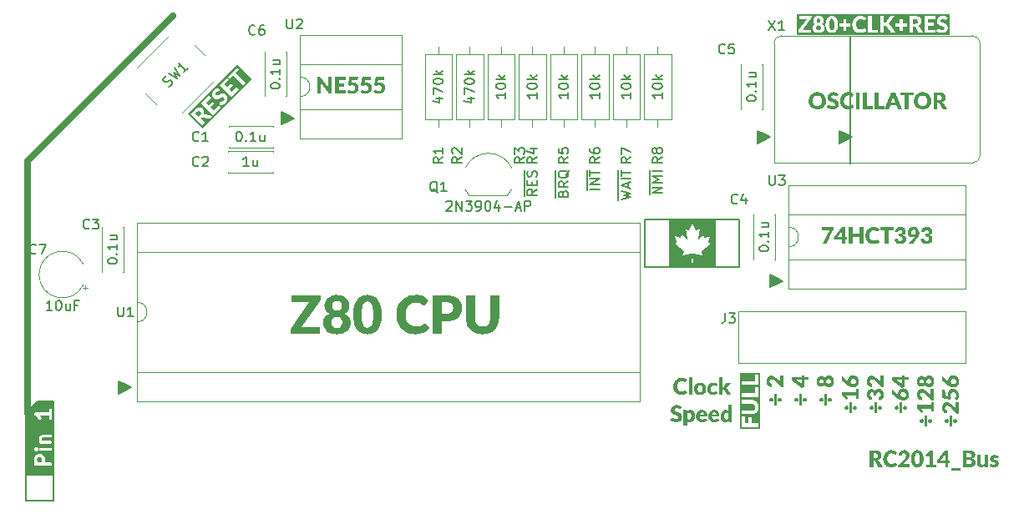
<source format=gto>
G04 #@! TF.GenerationSoftware,KiCad,Pcbnew,8.0.3+1*
G04 #@! TF.CreationDate,2024-06-25T17:55:50-06:00*
G04 #@! TF.ProjectId,z80-cpu,7a38302d-6370-4752-9e6b-696361645f70,rev?*
G04 #@! TF.SameCoordinates,Original*
G04 #@! TF.FileFunction,Legend,Top*
G04 #@! TF.FilePolarity,Positive*
%FSLAX46Y46*%
G04 Gerber Fmt 4.6, Leading zero omitted, Abs format (unit mm)*
G04 Created by KiCad (PCBNEW 8.0.3+1) date 2024-06-25 17:55:50*
%MOMM*%
%LPD*%
G01*
G04 APERTURE LIST*
%ADD10C,0.150000*%
%ADD11C,0.200000*%
%ADD12C,0.635000*%
%ADD13C,0.000000*%
%ADD14C,0.300000*%
%ADD15C,0.120000*%
%ADD16C,1.600000*%
%ADD17O,1.600000X1.600000*%
%ADD18R,1.700000X1.700000*%
%ADD19O,1.700000X1.700000*%
%ADD20R,1.600000X2.400000*%
%ADD21O,1.600000X2.400000*%
%ADD22R,2.500000X2.500000*%
%ADD23C,2.500000*%
%ADD24C,2.000000*%
%ADD25C,3.200000*%
%ADD26R,1.600000X1.600000*%
%ADD27R,1.500000X1.500000*%
%ADD28C,1.500000*%
G04 APERTURE END LIST*
D10*
X167459819Y-86982254D02*
X166459819Y-86982254D01*
X166459819Y-86982254D02*
X167459819Y-86410826D01*
X167459819Y-86410826D02*
X166459819Y-86410826D01*
X167459819Y-85934635D02*
X166459819Y-85934635D01*
X166459819Y-85934635D02*
X167174104Y-85601302D01*
X167174104Y-85601302D02*
X166459819Y-85267969D01*
X166459819Y-85267969D02*
X167459819Y-85267969D01*
X167459819Y-84791778D02*
X166459819Y-84791778D01*
X166182200Y-87120350D02*
X166182200Y-84653684D01*
X163284819Y-87648921D02*
X164284819Y-87410826D01*
X164284819Y-87410826D02*
X163570533Y-87220350D01*
X163570533Y-87220350D02*
X164284819Y-87029874D01*
X164284819Y-87029874D02*
X163284819Y-86791779D01*
X163999104Y-86458445D02*
X163999104Y-85982255D01*
X164284819Y-86553683D02*
X163284819Y-86220350D01*
X163284819Y-86220350D02*
X164284819Y-85887017D01*
X164284819Y-85553683D02*
X163284819Y-85553683D01*
X163284819Y-85220350D02*
X163284819Y-84648922D01*
X164284819Y-84934636D02*
X163284819Y-84934636D01*
X163007200Y-87691779D02*
X163007200Y-84653684D01*
X161109819Y-86601302D02*
X160109819Y-86601302D01*
X161109819Y-86125112D02*
X160109819Y-86125112D01*
X160109819Y-86125112D02*
X161109819Y-85553684D01*
X161109819Y-85553684D02*
X160109819Y-85553684D01*
X160109819Y-85220350D02*
X160109819Y-84648922D01*
X161109819Y-84934636D02*
X160109819Y-84934636D01*
X159832200Y-86739398D02*
X159832200Y-84653684D01*
X157411009Y-87029874D02*
X157458628Y-86887017D01*
X157458628Y-86887017D02*
X157506247Y-86839398D01*
X157506247Y-86839398D02*
X157601485Y-86791779D01*
X157601485Y-86791779D02*
X157744342Y-86791779D01*
X157744342Y-86791779D02*
X157839580Y-86839398D01*
X157839580Y-86839398D02*
X157887200Y-86887017D01*
X157887200Y-86887017D02*
X157934819Y-86982255D01*
X157934819Y-86982255D02*
X157934819Y-87363207D01*
X157934819Y-87363207D02*
X156934819Y-87363207D01*
X156934819Y-87363207D02*
X156934819Y-87029874D01*
X156934819Y-87029874D02*
X156982438Y-86934636D01*
X156982438Y-86934636D02*
X157030057Y-86887017D01*
X157030057Y-86887017D02*
X157125295Y-86839398D01*
X157125295Y-86839398D02*
X157220533Y-86839398D01*
X157220533Y-86839398D02*
X157315771Y-86887017D01*
X157315771Y-86887017D02*
X157363390Y-86934636D01*
X157363390Y-86934636D02*
X157411009Y-87029874D01*
X157411009Y-87029874D02*
X157411009Y-87363207D01*
X157934819Y-85791779D02*
X157458628Y-86125112D01*
X157934819Y-86363207D02*
X156934819Y-86363207D01*
X156934819Y-86363207D02*
X156934819Y-85982255D01*
X156934819Y-85982255D02*
X156982438Y-85887017D01*
X156982438Y-85887017D02*
X157030057Y-85839398D01*
X157030057Y-85839398D02*
X157125295Y-85791779D01*
X157125295Y-85791779D02*
X157268152Y-85791779D01*
X157268152Y-85791779D02*
X157363390Y-85839398D01*
X157363390Y-85839398D02*
X157411009Y-85887017D01*
X157411009Y-85887017D02*
X157458628Y-85982255D01*
X157458628Y-85982255D02*
X157458628Y-86363207D01*
X158030057Y-84696541D02*
X157982438Y-84791779D01*
X157982438Y-84791779D02*
X157887200Y-84887017D01*
X157887200Y-84887017D02*
X157744342Y-85029874D01*
X157744342Y-85029874D02*
X157696723Y-85125112D01*
X157696723Y-85125112D02*
X157696723Y-85220350D01*
X157934819Y-85172731D02*
X157887200Y-85267969D01*
X157887200Y-85267969D02*
X157791961Y-85363207D01*
X157791961Y-85363207D02*
X157601485Y-85410826D01*
X157601485Y-85410826D02*
X157268152Y-85410826D01*
X157268152Y-85410826D02*
X157077676Y-85363207D01*
X157077676Y-85363207D02*
X156982438Y-85267969D01*
X156982438Y-85267969D02*
X156934819Y-85172731D01*
X156934819Y-85172731D02*
X156934819Y-84982255D01*
X156934819Y-84982255D02*
X156982438Y-84887017D01*
X156982438Y-84887017D02*
X157077676Y-84791779D01*
X157077676Y-84791779D02*
X157268152Y-84744160D01*
X157268152Y-84744160D02*
X157601485Y-84744160D01*
X157601485Y-84744160D02*
X157791961Y-84791779D01*
X157791961Y-84791779D02*
X157887200Y-84887017D01*
X157887200Y-84887017D02*
X157934819Y-84982255D01*
X157934819Y-84982255D02*
X157934819Y-85172731D01*
X156657200Y-87501303D02*
X156657200Y-84653684D01*
X154759819Y-86601303D02*
X154283628Y-86934636D01*
X154759819Y-87172731D02*
X153759819Y-87172731D01*
X153759819Y-87172731D02*
X153759819Y-86791779D01*
X153759819Y-86791779D02*
X153807438Y-86696541D01*
X153807438Y-86696541D02*
X153855057Y-86648922D01*
X153855057Y-86648922D02*
X153950295Y-86601303D01*
X153950295Y-86601303D02*
X154093152Y-86601303D01*
X154093152Y-86601303D02*
X154188390Y-86648922D01*
X154188390Y-86648922D02*
X154236009Y-86696541D01*
X154236009Y-86696541D02*
X154283628Y-86791779D01*
X154283628Y-86791779D02*
X154283628Y-87172731D01*
X154236009Y-86172731D02*
X154236009Y-85839398D01*
X154759819Y-85696541D02*
X154759819Y-86172731D01*
X154759819Y-86172731D02*
X153759819Y-86172731D01*
X153759819Y-86172731D02*
X153759819Y-85696541D01*
X154712200Y-85315588D02*
X154759819Y-85172731D01*
X154759819Y-85172731D02*
X154759819Y-84934636D01*
X154759819Y-84934636D02*
X154712200Y-84839398D01*
X154712200Y-84839398D02*
X154664580Y-84791779D01*
X154664580Y-84791779D02*
X154569342Y-84744160D01*
X154569342Y-84744160D02*
X154474104Y-84744160D01*
X154474104Y-84744160D02*
X154378866Y-84791779D01*
X154378866Y-84791779D02*
X154331247Y-84839398D01*
X154331247Y-84839398D02*
X154283628Y-84934636D01*
X154283628Y-84934636D02*
X154236009Y-85125112D01*
X154236009Y-85125112D02*
X154188390Y-85220350D01*
X154188390Y-85220350D02*
X154140771Y-85267969D01*
X154140771Y-85267969D02*
X154045533Y-85315588D01*
X154045533Y-85315588D02*
X153950295Y-85315588D01*
X153950295Y-85315588D02*
X153855057Y-85267969D01*
X153855057Y-85267969D02*
X153807438Y-85220350D01*
X153807438Y-85220350D02*
X153759819Y-85125112D01*
X153759819Y-85125112D02*
X153759819Y-84887017D01*
X153759819Y-84887017D02*
X153807438Y-84744160D01*
X153482200Y-87310827D02*
X153482200Y-84653684D01*
D11*
X105714800Y-108094780D02*
X105714800Y-118206520D01*
X102963980Y-118206520D02*
X102963980Y-109275880D01*
D10*
X186690000Y-81280000D02*
X185420000Y-81915000D01*
X185420000Y-80645000D01*
X186690000Y-81280000D01*
G36*
X186690000Y-81280000D02*
G01*
X185420000Y-81915000D01*
X185420000Y-80645000D01*
X186690000Y-81280000D01*
G37*
X130175000Y-79375000D02*
X128905000Y-80010000D01*
X128905000Y-78740000D01*
X130175000Y-79375000D01*
G36*
X130175000Y-79375000D02*
G01*
X128905000Y-80010000D01*
X128905000Y-78740000D01*
X130175000Y-79375000D01*
G37*
X113665000Y-106680000D02*
X112395000Y-107315000D01*
X112395000Y-106045000D01*
X113665000Y-106680000D01*
G36*
X113665000Y-106680000D02*
G01*
X112395000Y-107315000D01*
X112395000Y-106045000D01*
X113665000Y-106680000D01*
G37*
X178435000Y-81280000D02*
X177165000Y-81915000D01*
X177165000Y-80645000D01*
X178435000Y-81280000D01*
G36*
X178435000Y-81280000D02*
G01*
X177165000Y-81915000D01*
X177165000Y-80645000D01*
X178435000Y-81280000D01*
G37*
X105714800Y-115570000D02*
X103708200Y-115570000D01*
X103708200Y-114706400D01*
X105714800Y-114706400D01*
X105714800Y-115570000D01*
G36*
X105714800Y-115570000D02*
G01*
X103708200Y-115570000D01*
X103708200Y-114706400D01*
X105714800Y-114706400D01*
X105714800Y-115570000D01*
G37*
X165735000Y-89662000D02*
X175260000Y-89662000D01*
X175260000Y-94488000D01*
X165735000Y-94488000D01*
X165735000Y-89662000D01*
D12*
X103124000Y-109275880D02*
X103157020Y-83693000D01*
D11*
X102963980Y-118206520D02*
X105714800Y-118206520D01*
D12*
X103157020Y-83693000D02*
X117856000Y-68961000D01*
D10*
X186563000Y-71120000D02*
X186563000Y-83947000D01*
D11*
X102963980Y-109275880D02*
X104145080Y-108094780D01*
D13*
G36*
X172933320Y-94456250D02*
G01*
X168170820Y-94456250D01*
X168170820Y-92139492D01*
X168706601Y-92139492D01*
X169640250Y-92895539D01*
X169642220Y-92897204D01*
X169644111Y-92898936D01*
X169645921Y-92900731D01*
X169647650Y-92902586D01*
X169649298Y-92904499D01*
X169650863Y-92906467D01*
X169652344Y-92908487D01*
X169653741Y-92910556D01*
X169655054Y-92912673D01*
X169656280Y-92914833D01*
X169657421Y-92917035D01*
X169658474Y-92919275D01*
X169659440Y-92921551D01*
X169660317Y-92923861D01*
X169661104Y-92926200D01*
X169661801Y-92928567D01*
X169662408Y-92930960D01*
X169662923Y-92933374D01*
X169663346Y-92935808D01*
X169663675Y-92938258D01*
X169663911Y-92940722D01*
X169664052Y-92943198D01*
X169664097Y-92945682D01*
X169664047Y-92948172D01*
X169663899Y-92950664D01*
X169663655Y-92953158D01*
X169663311Y-92955648D01*
X169662869Y-92958134D01*
X169662327Y-92960611D01*
X169661684Y-92963078D01*
X169660940Y-92965531D01*
X169660093Y-92967969D01*
X169545000Y-93285469D01*
X170397289Y-93135648D01*
X170402571Y-93134893D01*
X170407857Y-93134439D01*
X170413135Y-93134284D01*
X170418394Y-93134424D01*
X170423621Y-93134855D01*
X170428804Y-93135574D01*
X170433933Y-93136579D01*
X170438994Y-93137865D01*
X170443976Y-93139429D01*
X170448868Y-93141268D01*
X170453657Y-93143378D01*
X170458331Y-93145756D01*
X170462880Y-93148399D01*
X170467290Y-93151304D01*
X170471550Y-93154466D01*
X170475648Y-93157883D01*
X170479546Y-93161526D01*
X170483212Y-93165361D01*
X170486641Y-93169377D01*
X170489827Y-93173563D01*
X170492766Y-93177907D01*
X170495454Y-93182397D01*
X170497885Y-93187023D01*
X170500054Y-93191774D01*
X170501957Y-93196636D01*
X170503589Y-93201601D01*
X170504946Y-93206655D01*
X170506021Y-93211789D01*
X170506811Y-93216989D01*
X170507311Y-93222246D01*
X170507516Y-93227548D01*
X170507421Y-93232883D01*
X170462773Y-94089140D01*
X170641367Y-94089140D01*
X170596718Y-93232883D01*
X170596623Y-93227548D01*
X170596828Y-93222246D01*
X170597328Y-93216989D01*
X170598118Y-93211789D01*
X170599194Y-93206655D01*
X170600550Y-93201601D01*
X170602183Y-93196636D01*
X170604086Y-93191774D01*
X170606255Y-93187023D01*
X170608686Y-93182397D01*
X170611373Y-93177907D01*
X170614313Y-93173563D01*
X170617499Y-93169377D01*
X170620928Y-93165361D01*
X170624594Y-93161526D01*
X170628492Y-93157883D01*
X170632590Y-93154466D01*
X170636850Y-93151304D01*
X170641260Y-93148399D01*
X170645808Y-93145756D01*
X170650483Y-93143378D01*
X170655272Y-93141268D01*
X170660163Y-93139429D01*
X170665146Y-93137865D01*
X170670207Y-93136579D01*
X170675336Y-93135574D01*
X170680519Y-93134855D01*
X170685746Y-93134424D01*
X170691005Y-93134284D01*
X170696283Y-93134439D01*
X170701569Y-93134893D01*
X170706851Y-93135648D01*
X171559140Y-93285469D01*
X171444046Y-92967969D01*
X171442456Y-92963078D01*
X171441271Y-92958134D01*
X171440485Y-92953158D01*
X171440093Y-92948172D01*
X171440088Y-92943198D01*
X171440465Y-92938258D01*
X171441217Y-92933374D01*
X171442338Y-92928567D01*
X171443823Y-92923861D01*
X171445666Y-92919275D01*
X171447859Y-92914833D01*
X171450399Y-92910556D01*
X171453277Y-92906467D01*
X171456489Y-92902586D01*
X171460029Y-92898936D01*
X171463890Y-92895539D01*
X172397539Y-92139492D01*
X172187195Y-92041266D01*
X172184483Y-92039906D01*
X172181861Y-92038436D01*
X172179330Y-92036858D01*
X172176891Y-92035177D01*
X172174547Y-92033397D01*
X172172300Y-92031522D01*
X172170150Y-92029556D01*
X172168100Y-92027503D01*
X172166152Y-92025368D01*
X172164308Y-92023154D01*
X172162568Y-92020866D01*
X172160936Y-92018507D01*
X172159412Y-92016082D01*
X172157999Y-92013595D01*
X172156697Y-92011050D01*
X172155510Y-92008451D01*
X172154439Y-92005802D01*
X172153485Y-92003108D01*
X172152650Y-92000372D01*
X172151937Y-91997598D01*
X172151346Y-91994791D01*
X172150880Y-91991955D01*
X172150541Y-91989093D01*
X172150329Y-91986211D01*
X172150247Y-91983311D01*
X172150297Y-91980399D01*
X172150481Y-91977477D01*
X172150799Y-91974551D01*
X172151255Y-91971625D01*
X172151849Y-91968702D01*
X172152584Y-91965786D01*
X172153461Y-91962883D01*
X172338007Y-91395352D01*
X171800242Y-91509453D01*
X171797425Y-91509976D01*
X171794611Y-91510371D01*
X171791802Y-91510641D01*
X171789001Y-91510788D01*
X171783440Y-91510716D01*
X171777954Y-91510169D01*
X171772570Y-91509163D01*
X171767315Y-91507711D01*
X171762216Y-91505826D01*
X171757300Y-91503524D01*
X171752595Y-91500818D01*
X171748126Y-91497722D01*
X171743922Y-91494251D01*
X171740010Y-91490418D01*
X171736415Y-91486237D01*
X171733166Y-91481723D01*
X171731680Y-91479345D01*
X171730289Y-91476889D01*
X171728999Y-91474357D01*
X171727812Y-91471750D01*
X171623632Y-91226680D01*
X171203937Y-91677133D01*
X171202056Y-91679036D01*
X171200112Y-91680849D01*
X171198108Y-91682569D01*
X171196046Y-91684197D01*
X171193930Y-91685733D01*
X171191764Y-91687174D01*
X171189549Y-91688522D01*
X171187289Y-91689775D01*
X171184988Y-91690934D01*
X171182648Y-91691996D01*
X171180273Y-91692963D01*
X171177865Y-91693833D01*
X171172964Y-91695281D01*
X171167971Y-91696337D01*
X171162911Y-91696995D01*
X171157807Y-91697252D01*
X171155247Y-91697229D01*
X171152686Y-91697104D01*
X171150126Y-91696876D01*
X171147571Y-91696545D01*
X171145024Y-91696111D01*
X171142487Y-91695573D01*
X171139965Y-91694931D01*
X171137460Y-91694183D01*
X171134976Y-91693330D01*
X171132515Y-91692371D01*
X171130080Y-91691305D01*
X171127675Y-91690132D01*
X171125320Y-91688860D01*
X171123035Y-91687503D01*
X171120821Y-91686061D01*
X171118680Y-91684539D01*
X171116613Y-91682939D01*
X171114621Y-91681264D01*
X171112706Y-91679516D01*
X171110869Y-91677699D01*
X171109112Y-91675815D01*
X171107436Y-91673867D01*
X171105841Y-91671858D01*
X171104331Y-91669791D01*
X171102905Y-91667669D01*
X171101566Y-91665494D01*
X171100315Y-91663269D01*
X171099153Y-91660997D01*
X171098081Y-91658682D01*
X171097101Y-91656325D01*
X171096215Y-91653929D01*
X171095423Y-91651498D01*
X171094727Y-91649034D01*
X171094128Y-91646540D01*
X171093629Y-91644020D01*
X171093229Y-91641474D01*
X171092931Y-91638908D01*
X171092736Y-91636323D01*
X171092645Y-91633721D01*
X171092660Y-91631107D01*
X171092782Y-91628483D01*
X171093013Y-91625852D01*
X171093353Y-91623216D01*
X171093804Y-91620578D01*
X171296210Y-90576797D01*
X170971765Y-90764320D01*
X170968843Y-90765933D01*
X170965857Y-90767385D01*
X170962811Y-90768677D01*
X170959714Y-90769808D01*
X170956570Y-90770777D01*
X170953388Y-90771582D01*
X170950172Y-90772224D01*
X170946930Y-90772702D01*
X170943668Y-90773014D01*
X170940392Y-90773161D01*
X170937109Y-90773140D01*
X170933825Y-90772952D01*
X170930547Y-90772596D01*
X170927281Y-90772070D01*
X170924033Y-90771374D01*
X170920811Y-90770508D01*
X170917637Y-90769477D01*
X170914536Y-90768288D01*
X170911511Y-90766948D01*
X170908569Y-90765458D01*
X170905714Y-90763825D01*
X170902951Y-90762052D01*
X170900285Y-90760142D01*
X170897721Y-90758102D01*
X170895264Y-90755933D01*
X170892919Y-90753641D01*
X170890691Y-90751230D01*
X170888584Y-90748704D01*
X170886605Y-90746066D01*
X170884757Y-90743323D01*
X170883046Y-90740476D01*
X170881476Y-90737531D01*
X170552070Y-90090625D01*
X170222664Y-90737531D01*
X170221094Y-90740476D01*
X170219383Y-90743323D01*
X170217535Y-90746066D01*
X170215556Y-90748704D01*
X170213449Y-90751230D01*
X170211221Y-90753641D01*
X170208876Y-90755933D01*
X170206419Y-90758102D01*
X170203855Y-90760142D01*
X170201189Y-90762052D01*
X170198426Y-90763825D01*
X170195571Y-90765458D01*
X170192629Y-90766948D01*
X170189604Y-90768288D01*
X170186503Y-90769477D01*
X170183329Y-90770508D01*
X170180107Y-90771374D01*
X170176859Y-90772070D01*
X170173593Y-90772596D01*
X170170315Y-90772952D01*
X170167031Y-90773140D01*
X170163748Y-90773161D01*
X170160472Y-90773014D01*
X170157210Y-90772702D01*
X170153968Y-90772224D01*
X170150752Y-90771582D01*
X170147569Y-90770777D01*
X170144426Y-90769808D01*
X170141328Y-90768677D01*
X170138283Y-90767385D01*
X170135296Y-90765933D01*
X170132375Y-90764320D01*
X169807929Y-90576797D01*
X170010336Y-91620578D01*
X170011127Y-91625852D01*
X170011479Y-91631107D01*
X170011404Y-91636323D01*
X170010911Y-91641474D01*
X170010011Y-91646540D01*
X170008717Y-91651498D01*
X170007039Y-91656325D01*
X170004987Y-91660997D01*
X170002573Y-91665494D01*
X169999809Y-91669791D01*
X169996704Y-91673867D01*
X169993270Y-91677699D01*
X169989518Y-91681264D01*
X169985460Y-91684539D01*
X169981105Y-91687503D01*
X169976465Y-91690132D01*
X169971625Y-91692371D01*
X169966679Y-91694183D01*
X169961652Y-91695573D01*
X169956569Y-91696545D01*
X169951454Y-91697104D01*
X169946333Y-91697252D01*
X169941229Y-91696995D01*
X169936168Y-91696337D01*
X169931175Y-91695281D01*
X169926275Y-91693833D01*
X169921492Y-91691996D01*
X169916851Y-91689775D01*
X169912376Y-91687174D01*
X169908094Y-91684197D01*
X169904028Y-91680849D01*
X169900203Y-91677133D01*
X169480507Y-91226680D01*
X169376328Y-91471750D01*
X169375141Y-91474357D01*
X169373850Y-91476889D01*
X169372460Y-91479345D01*
X169370974Y-91481723D01*
X169369394Y-91484021D01*
X169367725Y-91486237D01*
X169365969Y-91488370D01*
X169364130Y-91490418D01*
X169362212Y-91492379D01*
X169360217Y-91494251D01*
X169358150Y-91496033D01*
X169356014Y-91497722D01*
X169353811Y-91499318D01*
X169351545Y-91500818D01*
X169349221Y-91502221D01*
X169346840Y-91503524D01*
X169344407Y-91504727D01*
X169341924Y-91505826D01*
X169339396Y-91506822D01*
X169336825Y-91507711D01*
X169334216Y-91508492D01*
X169331570Y-91509163D01*
X169328893Y-91509723D01*
X169326186Y-91510169D01*
X169323454Y-91510501D01*
X169320700Y-91510716D01*
X169317927Y-91510812D01*
X169315138Y-91510788D01*
X169312338Y-91510641D01*
X169309529Y-91510371D01*
X169306714Y-91509976D01*
X169303898Y-91509453D01*
X168766132Y-91395352D01*
X168950679Y-91962883D01*
X168951556Y-91965786D01*
X168952291Y-91968702D01*
X168952885Y-91971625D01*
X168953341Y-91974551D01*
X168953659Y-91977477D01*
X168953843Y-91980399D01*
X168953893Y-91983311D01*
X168953811Y-91986211D01*
X168953599Y-91989093D01*
X168953259Y-91991955D01*
X168952203Y-91997598D01*
X168950655Y-92003108D01*
X168948629Y-92008451D01*
X168946141Y-92013595D01*
X168943204Y-92018507D01*
X168939832Y-92023154D01*
X168937987Y-92025368D01*
X168936039Y-92027503D01*
X168933990Y-92029556D01*
X168931840Y-92031522D01*
X168929593Y-92033397D01*
X168927249Y-92035177D01*
X168924810Y-92036858D01*
X168922279Y-92038436D01*
X168919657Y-92039906D01*
X168916945Y-92041266D01*
X168706601Y-92139492D01*
X168170820Y-92139492D01*
X168170820Y-89693750D01*
X172933320Y-89693750D01*
X172933320Y-94456250D01*
G37*
D10*
X105714800Y-108686600D02*
X103554530Y-108685330D01*
X104145080Y-108094780D01*
X105714800Y-108094780D01*
X105714800Y-108686600D01*
G36*
X105714800Y-108686600D02*
G01*
X103554530Y-108685330D01*
X104145080Y-108094780D01*
X105714800Y-108094780D01*
X105714800Y-108686600D01*
G37*
D11*
X104145080Y-108094780D02*
X105714800Y-108094780D01*
D10*
X179705000Y-95885000D02*
X178435000Y-96520000D01*
X178435000Y-95250000D01*
X179705000Y-95885000D01*
G36*
X179705000Y-95885000D02*
G01*
X178435000Y-96520000D01*
X178435000Y-95250000D01*
X179705000Y-95885000D01*
G37*
X103708200Y-115570000D02*
X102946200Y-115570000D01*
X102963980Y-109275880D01*
X103682800Y-108559600D01*
X103708200Y-115570000D01*
G36*
X103708200Y-115570000D02*
G01*
X102946200Y-115570000D01*
X102963980Y-109275880D01*
X103682800Y-108559600D01*
X103708200Y-115570000D01*
G37*
G36*
X191526089Y-109332362D02*
G01*
X191526089Y-108182711D01*
X191796263Y-108182711D01*
X191796263Y-109332362D01*
X191526089Y-109332362D01*
G37*
G36*
X191242205Y-108962990D02*
G01*
X191161556Y-108947667D01*
X191096230Y-108904520D01*
X191052276Y-108840000D01*
X191035743Y-108758545D01*
X191052276Y-108678702D01*
X191096230Y-108613780D01*
X191161556Y-108570230D01*
X191242205Y-108554503D01*
X191323660Y-108570230D01*
X191389389Y-108613780D01*
X191432940Y-108678702D01*
X191448666Y-108758545D01*
X191432940Y-108840000D01*
X191389389Y-108904520D01*
X191323660Y-108947667D01*
X191242205Y-108962990D01*
G37*
G36*
X192068050Y-108962990D02*
G01*
X191987401Y-108947667D01*
X191922076Y-108904520D01*
X191878122Y-108840000D01*
X191861589Y-108758545D01*
X191878122Y-108678702D01*
X191922076Y-108613780D01*
X191987401Y-108570230D01*
X192068050Y-108554503D01*
X192149506Y-108570230D01*
X192215235Y-108613780D01*
X192258785Y-108678702D01*
X192274512Y-108758545D01*
X192258785Y-108840000D01*
X192215235Y-108904520D01*
X192149506Y-108947667D01*
X192068050Y-108962990D01*
G37*
G36*
X191970824Y-106803399D02*
G01*
X192054768Y-106822112D01*
X192108778Y-106841518D01*
X192184878Y-106879644D01*
X192253493Y-106928090D01*
X192295077Y-106966121D01*
X192350309Y-107031258D01*
X192396241Y-107105694D01*
X192421696Y-107160485D01*
X192448098Y-107241571D01*
X192463541Y-107328470D01*
X192468069Y-107412513D01*
X192463698Y-107498179D01*
X192450585Y-107578253D01*
X192426063Y-107659876D01*
X192423309Y-107666961D01*
X192388343Y-107740306D01*
X192340634Y-107811189D01*
X192298303Y-107858099D01*
X192233450Y-107911554D01*
X192159864Y-107954575D01*
X192105955Y-107977459D01*
X192026312Y-108000877D01*
X191941523Y-108014574D01*
X191859976Y-108018590D01*
X191765773Y-108011814D01*
X191670974Y-107991485D01*
X191591520Y-107964191D01*
X191511653Y-107927485D01*
X191431372Y-107881368D01*
X191350678Y-107825839D01*
X190834524Y-107445176D01*
X190782657Y-107379989D01*
X190776457Y-107367753D01*
X190753805Y-107287796D01*
X190751859Y-107252425D01*
X190751859Y-106931845D01*
X191355113Y-107433482D01*
X191381727Y-107456064D01*
X191407938Y-107477436D01*
X191392199Y-107424207D01*
X191636175Y-107424207D01*
X191648953Y-107506813D01*
X191655531Y-107524212D01*
X191699857Y-107591813D01*
X191710775Y-107602442D01*
X191778801Y-107646591D01*
X191797070Y-107654057D01*
X191879332Y-107671447D01*
X191909978Y-107672606D01*
X191990739Y-107665554D01*
X192023290Y-107657686D01*
X192097909Y-107620632D01*
X192109585Y-107611313D01*
X192158770Y-107546753D01*
X192165232Y-107532277D01*
X192183000Y-107450922D01*
X192184185Y-107419368D01*
X192171387Y-107337095D01*
X192163216Y-107315735D01*
X192118760Y-107246153D01*
X192105552Y-107232666D01*
X192037404Y-107185507D01*
X192019258Y-107177422D01*
X191939869Y-107158141D01*
X191911188Y-107156856D01*
X191828036Y-107166005D01*
X191794650Y-107176212D01*
X191722345Y-107217781D01*
X191708759Y-107230247D01*
X191662665Y-107296450D01*
X191655128Y-107314525D01*
X191637360Y-107394670D01*
X191636175Y-107424207D01*
X191392199Y-107424207D01*
X191384429Y-107397929D01*
X191383340Y-107392351D01*
X191374608Y-107309081D01*
X191374469Y-107296379D01*
X191381114Y-107211006D01*
X191399308Y-107132125D01*
X191404712Y-107115322D01*
X191437427Y-107040619D01*
X191482646Y-106973172D01*
X191497862Y-106955234D01*
X191559311Y-106898382D01*
X191627844Y-106854991D01*
X191657144Y-106840712D01*
X191733943Y-106814173D01*
X191820382Y-106799883D01*
X191883364Y-106797162D01*
X191970824Y-106803399D01*
G37*
G36*
X192034581Y-105473712D02*
G01*
X192054340Y-105525327D01*
X192054340Y-105629767D01*
X192455166Y-105629767D01*
X192455166Y-105943089D01*
X192054340Y-105943089D01*
X192054340Y-106623766D01*
X192033371Y-106685059D01*
X191981353Y-106718932D01*
X191803522Y-106756031D01*
X190751859Y-105973332D01*
X190751859Y-105931798D01*
X191160346Y-105931798D01*
X191784166Y-106378593D01*
X191784166Y-105943089D01*
X191344226Y-105943089D01*
X191262947Y-105940608D01*
X191257125Y-105940266D01*
X191175787Y-105933493D01*
X191160346Y-105931798D01*
X190751859Y-105931798D01*
X190751859Y-105629767D01*
X191784166Y-105629767D01*
X191784166Y-105455566D01*
X191987805Y-105455566D01*
X192034581Y-105473712D01*
G37*
D14*
G36*
X183276144Y-76746323D02*
G01*
X183357437Y-76755933D01*
X183446139Y-76774759D01*
X183530354Y-76801953D01*
X183550707Y-76810059D01*
X183628810Y-76846426D01*
X183701016Y-76888994D01*
X183767325Y-76937761D01*
X183827736Y-76992729D01*
X183882124Y-77053417D01*
X183929958Y-77119348D01*
X183971241Y-77190520D01*
X184005970Y-77266935D01*
X184033668Y-77347332D01*
X184053452Y-77430854D01*
X184065323Y-77517502D01*
X184069280Y-77607274D01*
X184065323Y-77697424D01*
X184053452Y-77784399D01*
X184033668Y-77868199D01*
X184005970Y-77948822D01*
X183971241Y-78025111D01*
X183929958Y-78096309D01*
X183882124Y-78162416D01*
X183827736Y-78223432D01*
X183767325Y-78278551D01*
X183701016Y-78327369D01*
X183628810Y-78369886D01*
X183550707Y-78406102D01*
X183467613Y-78435035D01*
X183380033Y-78455701D01*
X183299721Y-78467003D01*
X183215974Y-78471976D01*
X183191415Y-78472234D01*
X183106786Y-78469070D01*
X183025438Y-78459576D01*
X182936484Y-78440977D01*
X182851815Y-78414110D01*
X182831318Y-78406102D01*
X182752987Y-78369886D01*
X182680504Y-78327369D01*
X182613868Y-78278551D01*
X182553079Y-78223432D01*
X182498666Y-78162416D01*
X182450755Y-78096309D01*
X182409347Y-78025111D01*
X182374441Y-77948822D01*
X182346743Y-77868199D01*
X182326959Y-77784399D01*
X182315089Y-77697424D01*
X182311150Y-77607677D01*
X182713167Y-77607677D01*
X182716979Y-77690015D01*
X182729832Y-77772882D01*
X182745426Y-77830268D01*
X182776624Y-77905220D01*
X182820640Y-77974774D01*
X182838979Y-77996809D01*
X182902177Y-78053609D01*
X182972194Y-78093833D01*
X182988583Y-78100846D01*
X183071269Y-78125379D01*
X183156480Y-78135858D01*
X183191415Y-78136735D01*
X183272581Y-78131688D01*
X183352576Y-78114830D01*
X183392231Y-78100846D01*
X183464255Y-78063268D01*
X183529774Y-78009303D01*
X183541432Y-77996809D01*
X183589506Y-77931390D01*
X183626466Y-77854394D01*
X183634985Y-77830268D01*
X183656133Y-77746066D01*
X183666085Y-77660780D01*
X183667648Y-77607677D01*
X183663788Y-77526028D01*
X183650774Y-77443587D01*
X183634985Y-77386296D01*
X183603982Y-77311344D01*
X183559877Y-77241790D01*
X183541432Y-77219756D01*
X183478323Y-77162866D01*
X183408549Y-77122400D01*
X183392231Y-77115315D01*
X183310527Y-77090230D01*
X183226089Y-77079516D01*
X183191415Y-77078620D01*
X183109588Y-77083780D01*
X183028749Y-77101017D01*
X182988583Y-77115315D01*
X182916284Y-77153168D01*
X182850641Y-77207258D01*
X182838979Y-77219756D01*
X182791103Y-77285174D01*
X182754033Y-77362170D01*
X182745426Y-77386296D01*
X182724540Y-77470299D01*
X182714711Y-77555046D01*
X182713167Y-77607677D01*
X182311150Y-77607677D01*
X182311132Y-77607274D01*
X182315089Y-77517123D01*
X182326959Y-77430149D01*
X182346743Y-77346349D01*
X182374441Y-77265725D01*
X182409347Y-77189311D01*
X182450755Y-77118138D01*
X182498666Y-77052207D01*
X182553079Y-76991519D01*
X182613868Y-76936577D01*
X182680504Y-76887885D01*
X182752987Y-76845443D01*
X182831318Y-76809252D01*
X182914915Y-76780319D01*
X183002798Y-76759653D01*
X183083209Y-76748351D01*
X183166901Y-76743378D01*
X183191415Y-76743120D01*
X183276144Y-76746323D01*
G37*
G36*
X185225786Y-77106040D02*
G01*
X185189091Y-77147978D01*
X185139895Y-77161688D01*
X185082231Y-77145155D01*
X185012873Y-77107250D01*
X184936483Y-77073951D01*
X184924159Y-77069748D01*
X184844989Y-77054152D01*
X184810041Y-77052812D01*
X184724444Y-77061843D01*
X184649352Y-77097089D01*
X184645920Y-77099992D01*
X184600803Y-77167338D01*
X184591885Y-77227014D01*
X184618380Y-77305195D01*
X184624145Y-77311695D01*
X184690532Y-77360227D01*
X184709633Y-77369763D01*
X184785391Y-77399955D01*
X184830203Y-77414523D01*
X184907763Y-77438736D01*
X184969322Y-77459686D01*
X185048144Y-77490620D01*
X185108039Y-77518560D01*
X185179857Y-77562210D01*
X185229012Y-77604451D01*
X185281933Y-77670245D01*
X185314097Y-77731473D01*
X185338594Y-77813836D01*
X185346632Y-77898639D01*
X185346760Y-77911724D01*
X185341032Y-77997577D01*
X185323850Y-78079121D01*
X185306032Y-78131089D01*
X185270326Y-78203976D01*
X185219998Y-78274745D01*
X185187881Y-78309323D01*
X185125013Y-78361644D01*
X185051937Y-78404892D01*
X184997549Y-78428684D01*
X184916256Y-78453479D01*
X184835985Y-78467088D01*
X184749650Y-78472192D01*
X184740682Y-78472234D01*
X184655910Y-78467682D01*
X184579788Y-78456105D01*
X184499240Y-78436648D01*
X184421312Y-78410538D01*
X184346914Y-78378379D01*
X184276951Y-78340776D01*
X184206805Y-78292477D01*
X184160010Y-78250853D01*
X184276144Y-78067376D01*
X184312436Y-78034310D01*
X184362035Y-78021003D01*
X184432200Y-78043182D01*
X184501401Y-78085302D01*
X184512446Y-78091974D01*
X184587071Y-78129401D01*
X184615273Y-78140767D01*
X184695891Y-78159480D01*
X184751973Y-78162542D01*
X184836368Y-78153512D01*
X184910515Y-78121076D01*
X184918110Y-78115363D01*
X184966041Y-78044933D01*
X184977387Y-77966162D01*
X184957451Y-77887078D01*
X184944724Y-77869786D01*
X184881767Y-77819312D01*
X184859640Y-77808090D01*
X184784055Y-77778410D01*
X184739473Y-77764943D01*
X184658225Y-77741494D01*
X184601160Y-77723812D01*
X184522465Y-77694764D01*
X184462847Y-77667761D01*
X184391680Y-77623927D01*
X184342680Y-77580660D01*
X184292243Y-77515737D01*
X184257192Y-77445976D01*
X184235139Y-77367877D01*
X184225720Y-77282502D01*
X184224932Y-77246370D01*
X184232265Y-77163949D01*
X184254262Y-77083226D01*
X184263240Y-77060474D01*
X184303630Y-76984867D01*
X184353435Y-76921433D01*
X184375746Y-76898773D01*
X184441816Y-76845834D01*
X184512491Y-76805355D01*
X184558012Y-76785461D01*
X184636027Y-76761355D01*
X184721475Y-76747255D01*
X184805605Y-76743120D01*
X184887157Y-76746648D01*
X184957225Y-76755621D01*
X185037819Y-76773058D01*
X185097151Y-76791913D01*
X185172555Y-76823577D01*
X185220544Y-76849173D01*
X185287741Y-76893971D01*
X185323371Y-76924177D01*
X185225786Y-77106040D01*
G37*
G36*
X186712147Y-78006083D02*
G01*
X186739971Y-78011325D01*
X186766988Y-78029875D01*
X186922641Y-78196012D01*
X186868203Y-78260354D01*
X186807313Y-78316279D01*
X186739971Y-78363787D01*
X186666177Y-78402876D01*
X186585830Y-78433220D01*
X186498427Y-78454895D01*
X186416160Y-78466748D01*
X186328491Y-78471963D01*
X186302450Y-78472234D01*
X186220032Y-78469108D01*
X186130518Y-78457881D01*
X186045994Y-78438487D01*
X185966460Y-78410928D01*
X185956869Y-78406909D01*
X185883353Y-78370944D01*
X185807575Y-78323073D01*
X185739134Y-78267356D01*
X185697583Y-78225852D01*
X185641819Y-78157372D01*
X185593838Y-78082130D01*
X185557723Y-78009571D01*
X185534672Y-77951645D01*
X185509797Y-77870542D01*
X185492029Y-77786113D01*
X185481368Y-77698357D01*
X185477814Y-77607274D01*
X185480747Y-77525842D01*
X185491282Y-77436417D01*
X185509478Y-77350872D01*
X185535336Y-77269209D01*
X185539107Y-77259274D01*
X185573056Y-77182758D01*
X185613204Y-77111686D01*
X185665781Y-77038237D01*
X185712100Y-76985873D01*
X185778407Y-76925279D01*
X185851668Y-76872787D01*
X185922626Y-76832929D01*
X185979451Y-76807236D01*
X186059243Y-76779185D01*
X186142967Y-76759149D01*
X186230622Y-76747127D01*
X186322209Y-76743120D01*
X186403318Y-76746516D01*
X186485424Y-76757692D01*
X186501250Y-76760863D01*
X186582705Y-76781529D01*
X186658515Y-76808849D01*
X186733079Y-76845053D01*
X186793199Y-76883046D01*
X186858270Y-76934011D01*
X186902882Y-76977002D01*
X186770214Y-77154833D01*
X186739971Y-77184673D01*
X186691178Y-77197980D01*
X186651660Y-77189109D01*
X186612142Y-77166930D01*
X186566576Y-77138300D01*
X186507299Y-77110073D01*
X186427053Y-77087894D01*
X186345872Y-77079064D01*
X186319790Y-77078620D01*
X186237644Y-77085412D01*
X186156826Y-77107764D01*
X186141555Y-77114105D01*
X186070732Y-77154172D01*
X186009477Y-77208592D01*
X186002033Y-77216933D01*
X185952976Y-77286888D01*
X185917582Y-77364491D01*
X185911303Y-77382667D01*
X185890677Y-77466874D01*
X185880971Y-77552756D01*
X185879446Y-77606467D01*
X185883639Y-77690689D01*
X185897778Y-77774851D01*
X185914932Y-77832688D01*
X185947956Y-77907573D01*
X185992899Y-77976906D01*
X186011307Y-77998825D01*
X186072910Y-78054958D01*
X186143551Y-78097092D01*
X186153653Y-78101652D01*
X186232498Y-78126833D01*
X186316305Y-78136598D01*
X186327855Y-78136735D01*
X186411075Y-78133290D01*
X186425037Y-78131896D01*
X186505302Y-78115305D01*
X186507702Y-78114556D01*
X186579479Y-78082700D01*
X186646243Y-78034199D01*
X186648434Y-78032294D01*
X186678274Y-78013745D01*
X186712147Y-78006083D01*
G37*
G36*
X187481135Y-78459331D02*
G01*
X187086358Y-78459331D01*
X187086358Y-76756024D01*
X187481135Y-76756024D01*
X187481135Y-78459331D01*
G37*
G36*
X188196895Y-78149638D02*
G01*
X188823941Y-78149638D01*
X188823941Y-78459331D01*
X187804134Y-78459331D01*
X187804134Y-76756024D01*
X188196895Y-76756024D01*
X188196895Y-78149638D01*
G37*
G36*
X189409856Y-78149638D02*
G01*
X190036901Y-78149638D01*
X190036901Y-78459331D01*
X189017095Y-78459331D01*
X189017095Y-76756024D01*
X189409856Y-76756024D01*
X189409856Y-78149638D01*
G37*
G36*
X191747870Y-78459331D02*
G01*
X191443823Y-78459331D01*
X191365167Y-78438066D01*
X191361158Y-78435136D01*
X191313575Y-78373036D01*
X191213570Y-78072215D01*
X190570395Y-78072215D01*
X190470390Y-78373036D01*
X190424420Y-78432716D01*
X190345595Y-78459305D01*
X190342561Y-78459331D01*
X190036095Y-78459331D01*
X190288803Y-77802041D01*
X190661125Y-77802041D01*
X191123243Y-77802041D01*
X190967591Y-77339923D01*
X190939021Y-77261646D01*
X190930492Y-77236289D01*
X190905794Y-77157908D01*
X190890974Y-77107250D01*
X190868663Y-77187496D01*
X190853069Y-77238305D01*
X190826450Y-77316342D01*
X190816374Y-77342342D01*
X190661125Y-77802041D01*
X190288803Y-77802041D01*
X190690965Y-76756024D01*
X191093000Y-76756024D01*
X191747870Y-78459331D01*
G37*
G36*
X192924942Y-76756024D02*
G01*
X192924942Y-77065716D01*
X192449113Y-77065716D01*
X192449113Y-78459331D01*
X192056352Y-78459331D01*
X192056352Y-77065716D01*
X191580120Y-77065716D01*
X191580120Y-76756024D01*
X192924942Y-76756024D01*
G37*
G36*
X193944392Y-76746323D02*
G01*
X194025685Y-76755933D01*
X194114387Y-76774759D01*
X194198602Y-76801953D01*
X194218955Y-76810059D01*
X194297058Y-76846426D01*
X194369264Y-76888994D01*
X194435573Y-76937761D01*
X194495984Y-76992729D01*
X194550372Y-77053417D01*
X194598207Y-77119348D01*
X194639489Y-77190520D01*
X194674218Y-77266935D01*
X194701916Y-77347332D01*
X194721700Y-77430854D01*
X194733571Y-77517502D01*
X194737528Y-77607274D01*
X194733571Y-77697424D01*
X194721700Y-77784399D01*
X194701916Y-77868199D01*
X194674218Y-77948822D01*
X194639489Y-78025111D01*
X194598207Y-78096309D01*
X194550372Y-78162416D01*
X194495984Y-78223432D01*
X194435573Y-78278551D01*
X194369264Y-78327369D01*
X194297058Y-78369886D01*
X194218955Y-78406102D01*
X194135861Y-78435035D01*
X194048281Y-78455701D01*
X193967969Y-78467003D01*
X193884222Y-78471976D01*
X193859664Y-78472234D01*
X193775034Y-78469070D01*
X193693686Y-78459576D01*
X193604732Y-78440977D01*
X193520064Y-78414110D01*
X193499566Y-78406102D01*
X193421235Y-78369886D01*
X193348752Y-78327369D01*
X193282116Y-78278551D01*
X193221327Y-78223432D01*
X193166914Y-78162416D01*
X193119003Y-78096309D01*
X193077595Y-78025111D01*
X193042689Y-77948822D01*
X193014991Y-77868199D01*
X192995207Y-77784399D01*
X192983337Y-77697424D01*
X192979398Y-77607677D01*
X193381415Y-77607677D01*
X193385227Y-77690015D01*
X193398080Y-77772882D01*
X193413675Y-77830268D01*
X193444872Y-77905220D01*
X193488888Y-77974774D01*
X193507227Y-77996809D01*
X193570425Y-78053609D01*
X193640442Y-78093833D01*
X193656831Y-78100846D01*
X193739517Y-78125379D01*
X193824728Y-78135858D01*
X193859664Y-78136735D01*
X193940829Y-78131688D01*
X194020824Y-78114830D01*
X194060480Y-78100846D01*
X194132503Y-78063268D01*
X194198022Y-78009303D01*
X194209680Y-77996809D01*
X194257754Y-77931390D01*
X194294714Y-77854394D01*
X194303233Y-77830268D01*
X194324381Y-77746066D01*
X194334333Y-77660780D01*
X194335896Y-77607677D01*
X194332036Y-77526028D01*
X194319022Y-77443587D01*
X194303233Y-77386296D01*
X194272230Y-77311344D01*
X194228125Y-77241790D01*
X194209680Y-77219756D01*
X194146571Y-77162866D01*
X194076797Y-77122400D01*
X194060480Y-77115315D01*
X193978775Y-77090230D01*
X193894337Y-77079516D01*
X193859664Y-77078620D01*
X193777836Y-77083780D01*
X193696997Y-77101017D01*
X193656831Y-77115315D01*
X193584532Y-77153168D01*
X193518889Y-77207258D01*
X193507227Y-77219756D01*
X193459352Y-77285174D01*
X193422281Y-77362170D01*
X193413675Y-77386296D01*
X193392788Y-77470299D01*
X193382959Y-77555046D01*
X193381415Y-77607677D01*
X192979398Y-77607677D01*
X192979380Y-77607274D01*
X192983337Y-77517123D01*
X192995207Y-77430149D01*
X193014991Y-77346349D01*
X193042689Y-77265725D01*
X193077595Y-77189311D01*
X193119003Y-77118138D01*
X193166914Y-77052207D01*
X193221327Y-76991519D01*
X193282116Y-76936577D01*
X193348752Y-76887885D01*
X193421235Y-76845443D01*
X193499566Y-76809252D01*
X193583164Y-76780319D01*
X193671046Y-76759653D01*
X193751457Y-76748351D01*
X193835149Y-76743378D01*
X193859664Y-76743120D01*
X193944392Y-76746323D01*
G37*
G36*
X195598103Y-76758393D02*
G01*
X195679710Y-76765500D01*
X195763444Y-76779159D01*
X195822660Y-76793929D01*
X195898914Y-76820534D01*
X195972060Y-76856530D01*
X196033960Y-76899579D01*
X196093344Y-76958421D01*
X196140625Y-77031017D01*
X196153321Y-77059264D01*
X196177341Y-77136694D01*
X196189115Y-77219581D01*
X196190419Y-77259677D01*
X196184160Y-77345005D01*
X196168241Y-77416136D01*
X196136528Y-77495255D01*
X196102512Y-77552029D01*
X196050663Y-77614369D01*
X195995652Y-77663325D01*
X195927806Y-77707783D01*
X195850081Y-77743571D01*
X195918861Y-77789834D01*
X195923068Y-77793573D01*
X195976788Y-77854438D01*
X195983555Y-77864544D01*
X196343652Y-78459331D01*
X195988394Y-78459331D01*
X195908001Y-78442850D01*
X195846451Y-78384327D01*
X195565390Y-77887126D01*
X195521436Y-77841156D01*
X195451675Y-77826236D01*
X195352073Y-77826236D01*
X195352073Y-78459331D01*
X194959312Y-78459331D01*
X194959312Y-77556062D01*
X195352073Y-77556062D01*
X195509742Y-77556062D01*
X195592363Y-77549810D01*
X195646039Y-77536303D01*
X195719152Y-77497667D01*
X195738382Y-77481058D01*
X195785271Y-77413245D01*
X195790804Y-77398796D01*
X195806366Y-77317338D01*
X195806933Y-77297179D01*
X195794954Y-77216570D01*
X195751361Y-77143076D01*
X195734349Y-77127009D01*
X195662264Y-77087324D01*
X195580789Y-77069547D01*
X195509742Y-77065716D01*
X195352073Y-77065716D01*
X195352073Y-77556062D01*
X194959312Y-77556062D01*
X194959312Y-76756024D01*
X195509742Y-76756024D01*
X195598103Y-76758393D01*
G37*
D10*
G36*
X169818471Y-106982403D02*
G01*
X169846295Y-106987645D01*
X169873312Y-107006195D01*
X170028964Y-107172332D01*
X169974526Y-107236674D01*
X169913636Y-107292599D01*
X169846295Y-107340107D01*
X169772501Y-107379196D01*
X169692154Y-107409540D01*
X169604751Y-107431215D01*
X169522484Y-107443068D01*
X169434815Y-107448283D01*
X169408774Y-107448554D01*
X169326355Y-107445428D01*
X169236841Y-107434201D01*
X169152317Y-107414807D01*
X169072784Y-107387248D01*
X169063193Y-107383229D01*
X168989676Y-107347264D01*
X168913899Y-107299393D01*
X168845458Y-107243676D01*
X168803906Y-107202172D01*
X168748143Y-107133692D01*
X168700162Y-107058450D01*
X168664047Y-106985891D01*
X168640995Y-106927965D01*
X168616120Y-106846862D01*
X168598352Y-106762433D01*
X168587691Y-106674677D01*
X168584138Y-106583594D01*
X168587071Y-106502162D01*
X168597606Y-106412737D01*
X168615802Y-106327192D01*
X168641660Y-106245529D01*
X168645431Y-106235594D01*
X168679379Y-106159078D01*
X168719527Y-106088006D01*
X168772105Y-106014557D01*
X168818423Y-105962193D01*
X168884731Y-105901599D01*
X168957992Y-105849107D01*
X169028950Y-105809249D01*
X169085775Y-105783556D01*
X169165567Y-105755505D01*
X169249290Y-105735469D01*
X169336946Y-105723447D01*
X169428533Y-105719440D01*
X169509642Y-105722836D01*
X169591748Y-105734012D01*
X169607574Y-105737183D01*
X169689029Y-105757849D01*
X169764839Y-105785169D01*
X169839402Y-105821373D01*
X169899523Y-105859366D01*
X169964593Y-105910331D01*
X170009205Y-105953322D01*
X169876538Y-106131153D01*
X169846295Y-106160993D01*
X169797502Y-106174300D01*
X169757984Y-106165429D01*
X169718466Y-106143250D01*
X169672899Y-106114620D01*
X169613622Y-106086393D01*
X169533376Y-106064214D01*
X169452196Y-106055384D01*
X169426113Y-106054940D01*
X169343968Y-106061732D01*
X169263150Y-106084084D01*
X169247879Y-106090425D01*
X169177055Y-106130492D01*
X169115801Y-106184912D01*
X169108356Y-106193253D01*
X169059299Y-106263208D01*
X169023905Y-106340811D01*
X169017626Y-106358987D01*
X168997000Y-106443194D01*
X168987294Y-106529076D01*
X168985770Y-106582787D01*
X168989963Y-106667009D01*
X169004102Y-106751171D01*
X169021255Y-106809008D01*
X169054280Y-106883893D01*
X169099223Y-106953226D01*
X169117631Y-106975145D01*
X169179234Y-107031278D01*
X169249875Y-107073412D01*
X169259976Y-107077972D01*
X169338822Y-107103153D01*
X169422629Y-107112918D01*
X169434178Y-107113055D01*
X169517398Y-107109610D01*
X169531360Y-107108216D01*
X169611625Y-107091625D01*
X169614025Y-107090876D01*
X169685803Y-107059020D01*
X169752566Y-107010519D01*
X169754758Y-107008614D01*
X169784598Y-106990065D01*
X169818471Y-106982403D01*
G37*
G36*
X170510842Y-105680729D02*
G01*
X170510842Y-107435651D01*
X170150744Y-107435651D01*
X170150744Y-105680729D01*
X170510842Y-105680729D01*
G37*
G36*
X171389329Y-106213999D02*
G01*
X171475396Y-106228368D01*
X171555650Y-106252933D01*
X171629463Y-106286703D01*
X171701291Y-106333543D01*
X171749207Y-106375520D01*
X171804647Y-106440221D01*
X171849993Y-106514563D01*
X171874617Y-106569480D01*
X171900100Y-106651320D01*
X171914088Y-106731591D01*
X171919333Y-106817454D01*
X171919377Y-106826347D01*
X171915006Y-106913313D01*
X171901892Y-106994765D01*
X171877370Y-107077995D01*
X171874617Y-107085231D01*
X171839603Y-107160421D01*
X171791734Y-107233099D01*
X171749207Y-107281208D01*
X171684184Y-107336232D01*
X171610088Y-107380935D01*
X171555650Y-107405004D01*
X171475396Y-107429799D01*
X171389329Y-107444301D01*
X171306041Y-107448554D01*
X171222037Y-107444301D01*
X171135273Y-107429799D01*
X171054416Y-107405004D01*
X170980461Y-107370727D01*
X170908151Y-107323443D01*
X170859649Y-107281208D01*
X170803472Y-107215844D01*
X170757729Y-107140727D01*
X170733030Y-107085231D01*
X170707547Y-107002607D01*
X170693559Y-106921706D01*
X170688314Y-106835292D01*
X170688282Y-106828767D01*
X171059659Y-106828767D01*
X171063363Y-106911457D01*
X171076388Y-106991048D01*
X171105043Y-107069006D01*
X171118936Y-107092086D01*
X171178412Y-107147958D01*
X171260516Y-107175346D01*
X171306041Y-107178380D01*
X171389948Y-107166245D01*
X171459985Y-107125710D01*
X171488711Y-107092086D01*
X171524587Y-107014417D01*
X171541836Y-106930374D01*
X171547527Y-106839718D01*
X171547585Y-106828767D01*
X171543905Y-106746127D01*
X171528957Y-106658775D01*
X171499233Y-106583156D01*
X171488711Y-106566254D01*
X171430356Y-106510382D01*
X171350305Y-106482994D01*
X171306041Y-106479960D01*
X171219810Y-106492095D01*
X171148150Y-106532630D01*
X171118936Y-106566254D01*
X171082814Y-106643432D01*
X171065447Y-106727239D01*
X171059716Y-106817817D01*
X171059659Y-106828767D01*
X170688282Y-106828767D01*
X170688270Y-106826347D01*
X170692641Y-106739925D01*
X170705754Y-106659095D01*
X170730276Y-106576641D01*
X170733030Y-106569480D01*
X170768187Y-106495074D01*
X170816538Y-106423142D01*
X170859649Y-106375520D01*
X170925410Y-106320855D01*
X170999903Y-106276624D01*
X171054416Y-106252933D01*
X171135273Y-106228368D01*
X171222037Y-106213999D01*
X171306041Y-106209786D01*
X171389329Y-106213999D01*
G37*
G36*
X172977895Y-106517865D02*
G01*
X172946442Y-106549318D01*
X172903698Y-106560609D01*
X172855308Y-106548108D01*
X172806919Y-106520284D01*
X172744416Y-106492461D01*
X172661530Y-106480009D01*
X172654896Y-106479960D01*
X172572350Y-106491396D01*
X172540374Y-106504155D01*
X172475487Y-106553881D01*
X172460935Y-106572303D01*
X172424425Y-106646482D01*
X172414562Y-106681179D01*
X172402104Y-106763288D01*
X172399642Y-106826347D01*
X172404905Y-106915621D01*
X172423098Y-107000224D01*
X172458120Y-107075548D01*
X172466177Y-107087247D01*
X172528883Y-107146252D01*
X172608228Y-107175176D01*
X172650460Y-107178380D01*
X172732369Y-107169028D01*
X172749658Y-107163057D01*
X172811758Y-107128781D01*
X172858534Y-107094102D01*
X172912972Y-107077972D01*
X172977895Y-107109425D01*
X173082335Y-107239673D01*
X173025175Y-107298245D01*
X172964991Y-107344920D01*
X172891068Y-107386693D01*
X172839178Y-107408230D01*
X172758214Y-107431101D01*
X172709334Y-107439683D01*
X172625686Y-107447506D01*
X172583118Y-107448554D01*
X172501669Y-107442714D01*
X172416632Y-107423204D01*
X172372221Y-107407020D01*
X172300317Y-107370293D01*
X172230101Y-107318604D01*
X172195600Y-107285643D01*
X172143108Y-107220960D01*
X172099350Y-107146070D01*
X172075029Y-107090473D01*
X172049546Y-107007048D01*
X172035558Y-106924509D01*
X172030313Y-106835590D01*
X172030269Y-106826347D01*
X172034843Y-106739080D01*
X172048566Y-106655816D01*
X172068981Y-106583594D01*
X172103477Y-106503165D01*
X172148294Y-106431243D01*
X172183905Y-106388020D01*
X172246112Y-106330709D01*
X172318413Y-106283378D01*
X172372221Y-106257369D01*
X172453484Y-106230278D01*
X172534637Y-106215408D01*
X172622721Y-106209832D01*
X172631911Y-106209786D01*
X172716986Y-106214315D01*
X172802745Y-106229757D01*
X172880309Y-106256159D01*
X172957506Y-106296950D01*
X173023088Y-106344902D01*
X173073061Y-106391649D01*
X172977895Y-106517865D01*
G37*
G36*
X173577117Y-105680729D02*
G01*
X173577117Y-106661420D01*
X173630748Y-106661420D01*
X173681557Y-106651742D01*
X173716639Y-106618676D01*
X173944070Y-106280757D01*
X173991653Y-106237207D01*
X174060204Y-106222690D01*
X174390059Y-106222690D01*
X174078753Y-106651339D01*
X174020730Y-106712902D01*
X173974313Y-106746505D01*
X174023106Y-106793281D01*
X174065043Y-106852155D01*
X174404172Y-107435651D01*
X174078753Y-107435651D01*
X174009395Y-107422343D01*
X173960603Y-107374357D01*
X173732769Y-106940869D01*
X173698897Y-106902561D01*
X173646878Y-106893689D01*
X173577117Y-106893689D01*
X173577117Y-107435651D01*
X173217019Y-107435651D01*
X173217019Y-105680729D01*
X173577117Y-105680729D01*
G37*
G36*
X169345062Y-108856040D02*
G01*
X169308366Y-108897978D01*
X169259171Y-108911688D01*
X169201507Y-108895155D01*
X169132148Y-108857250D01*
X169055759Y-108823951D01*
X169043435Y-108819748D01*
X168964265Y-108804152D01*
X168929316Y-108802812D01*
X168843720Y-108811843D01*
X168768627Y-108847089D01*
X168765195Y-108849992D01*
X168720079Y-108917338D01*
X168711161Y-108977014D01*
X168737655Y-109055195D01*
X168743420Y-109061695D01*
X168809808Y-109110227D01*
X168828908Y-109119763D01*
X168904667Y-109149955D01*
X168949478Y-109164523D01*
X169027039Y-109188736D01*
X169088598Y-109209686D01*
X169167420Y-109240620D01*
X169227314Y-109268560D01*
X169299133Y-109312210D01*
X169348288Y-109354451D01*
X169401209Y-109420245D01*
X169433372Y-109481473D01*
X169457869Y-109563836D01*
X169465908Y-109648639D01*
X169466035Y-109661724D01*
X169460308Y-109747577D01*
X169443126Y-109829121D01*
X169425307Y-109881089D01*
X169389601Y-109953976D01*
X169339273Y-110024745D01*
X169307157Y-110059323D01*
X169244288Y-110111644D01*
X169171213Y-110154892D01*
X169116825Y-110178684D01*
X169035531Y-110203479D01*
X168955261Y-110217088D01*
X168868925Y-110222192D01*
X168859958Y-110222234D01*
X168775186Y-110217682D01*
X168699063Y-110206105D01*
X168618515Y-110186648D01*
X168540588Y-110160538D01*
X168466189Y-110128379D01*
X168396226Y-110090776D01*
X168326081Y-110042477D01*
X168279285Y-110000853D01*
X168395420Y-109817376D01*
X168431712Y-109784310D01*
X168481311Y-109771003D01*
X168551476Y-109793182D01*
X168620676Y-109835302D01*
X168631721Y-109841974D01*
X168706347Y-109879401D01*
X168734549Y-109890767D01*
X168815166Y-109909480D01*
X168871249Y-109912542D01*
X168955644Y-109903512D01*
X169029790Y-109871076D01*
X169037386Y-109865363D01*
X169085317Y-109794933D01*
X169096663Y-109716162D01*
X169076727Y-109637078D01*
X169064000Y-109619786D01*
X169001042Y-109569312D01*
X168978915Y-109558090D01*
X168903331Y-109528410D01*
X168858748Y-109514943D01*
X168777500Y-109491494D01*
X168720435Y-109473812D01*
X168641741Y-109444764D01*
X168582122Y-109417761D01*
X168510956Y-109373927D01*
X168461955Y-109330660D01*
X168411519Y-109265737D01*
X168376467Y-109195976D01*
X168354415Y-109117877D01*
X168344995Y-109032502D01*
X168344208Y-108996370D01*
X168351540Y-108913949D01*
X168373538Y-108833226D01*
X168382516Y-108810474D01*
X168422905Y-108734867D01*
X168472711Y-108671433D01*
X168495021Y-108648773D01*
X168561091Y-108595834D01*
X168631766Y-108555355D01*
X168677288Y-108535461D01*
X168755303Y-108511355D01*
X168840750Y-108497255D01*
X168924880Y-108493120D01*
X169006433Y-108496648D01*
X169076501Y-108505621D01*
X169157094Y-108523058D01*
X169216427Y-108541913D01*
X169291831Y-108573577D01*
X169339820Y-108599173D01*
X169407017Y-108643971D01*
X169442647Y-108674177D01*
X169345062Y-108856040D01*
G37*
G36*
X170426463Y-108992592D02*
G01*
X170505243Y-109019971D01*
X170515279Y-109025000D01*
X170585636Y-109072090D01*
X170642509Y-109130750D01*
X170653592Y-109145167D01*
X170696645Y-109214652D01*
X170729062Y-109289306D01*
X170744725Y-109337515D01*
X170763780Y-109419268D01*
X170774239Y-109499791D01*
X170778162Y-109586221D01*
X170778194Y-109595188D01*
X170774493Y-109677610D01*
X170761870Y-109763633D01*
X170740289Y-109844797D01*
X170707607Y-109926190D01*
X170666420Y-109999189D01*
X170634236Y-110043194D01*
X170574734Y-110105613D01*
X170506314Y-110155921D01*
X170471728Y-110175055D01*
X170391667Y-110205602D01*
X170311739Y-110219977D01*
X170262444Y-110222234D01*
X170180917Y-110216386D01*
X170104372Y-110195620D01*
X170032694Y-110156998D01*
X169988237Y-110123036D01*
X169988237Y-110596446D01*
X169628140Y-110596446D01*
X169628140Y-109361710D01*
X169988237Y-109361710D01*
X169988237Y-109871008D01*
X170053185Y-109923556D01*
X170076548Y-109934317D01*
X170157065Y-109951436D01*
X170176553Y-109952060D01*
X170257574Y-109936932D01*
X170268089Y-109932301D01*
X170332835Y-109879816D01*
X170340673Y-109869395D01*
X170376887Y-109797315D01*
X170389063Y-109756486D01*
X170402592Y-109673943D01*
X170406385Y-109593320D01*
X170406402Y-109587124D01*
X170403301Y-109504551D01*
X170392289Y-109427035D01*
X170368100Y-109349584D01*
X170353577Y-109322192D01*
X170295677Y-109266037D01*
X170293494Y-109264931D01*
X170216071Y-109247591D01*
X170144293Y-109255253D01*
X170085016Y-109277028D01*
X170034611Y-109312514D01*
X169988237Y-109361710D01*
X169628140Y-109361710D01*
X169628140Y-108996370D01*
X169851134Y-108996370D01*
X169926062Y-109030620D01*
X169939445Y-109057260D01*
X169966059Y-109146377D01*
X170026262Y-109091928D01*
X170041062Y-109080648D01*
X170110050Y-109037748D01*
X170126954Y-109029436D01*
X170202966Y-109001319D01*
X170225749Y-108995563D01*
X170306893Y-108984423D01*
X170341480Y-108983466D01*
X170426463Y-108992592D01*
G37*
G36*
X171574994Y-108988683D02*
G01*
X171656008Y-109004334D01*
X171706867Y-109020564D01*
X171783135Y-109056297D01*
X171850085Y-109103211D01*
X171877843Y-109128634D01*
X171930644Y-109191228D01*
X171973063Y-109264337D01*
X171989139Y-109301626D01*
X172013712Y-109382300D01*
X172026274Y-109463027D01*
X172029463Y-109533895D01*
X172025834Y-109600431D01*
X172012930Y-109640755D01*
X171987929Y-109661724D01*
X171948008Y-109667369D01*
X171253620Y-109667369D01*
X171270010Y-109753051D01*
X171300865Y-109828653D01*
X171345157Y-109884718D01*
X171418613Y-109930753D01*
X171501475Y-109950416D01*
X171537101Y-109952060D01*
X171617992Y-109944353D01*
X171644768Y-109937140D01*
X171720990Y-109905928D01*
X171725417Y-109903671D01*
X171790339Y-109870202D01*
X171852842Y-109854878D01*
X171917764Y-109886331D01*
X172022205Y-110016579D01*
X171964339Y-110074344D01*
X171902038Y-110120213D01*
X171828305Y-110159312D01*
X171769370Y-110182313D01*
X171688923Y-110204153D01*
X171633880Y-110213363D01*
X171551561Y-110220987D01*
X171504438Y-110222234D01*
X171419246Y-110217374D01*
X171337771Y-110202794D01*
X171266927Y-110181103D01*
X171187671Y-110144641D01*
X171116240Y-110096951D01*
X171072966Y-110058920D01*
X171015542Y-109992574D01*
X170971471Y-109921992D01*
X170941508Y-109857298D01*
X170916203Y-109778082D01*
X170900270Y-109691148D01*
X170893944Y-109606308D01*
X170893522Y-109576639D01*
X170898382Y-109495272D01*
X170904986Y-109460908D01*
X171256846Y-109460908D01*
X171706464Y-109460908D01*
X171695173Y-109380259D01*
X171659284Y-109310498D01*
X171593556Y-109260495D01*
X171512877Y-109242005D01*
X171495164Y-109241543D01*
X171413481Y-109252348D01*
X171341301Y-109291161D01*
X171333866Y-109297997D01*
X171285577Y-109366952D01*
X171259368Y-109447796D01*
X171256846Y-109460908D01*
X170904986Y-109460908D01*
X170914771Y-109409986D01*
X170934653Y-109348403D01*
X170970605Y-109271395D01*
X171016764Y-109201873D01*
X171053207Y-109159684D01*
X171115811Y-109103601D01*
X171187488Y-109056932D01*
X171240313Y-109031049D01*
X171319103Y-109003958D01*
X171404659Y-108988113D01*
X171488309Y-108983466D01*
X171574994Y-108988683D01*
G37*
G36*
X172820214Y-108988683D02*
G01*
X172901228Y-109004334D01*
X172952088Y-109020564D01*
X173028355Y-109056297D01*
X173095306Y-109103211D01*
X173123064Y-109128634D01*
X173175864Y-109191228D01*
X173218283Y-109264337D01*
X173234359Y-109301626D01*
X173258932Y-109382300D01*
X173271494Y-109463027D01*
X173274684Y-109533895D01*
X173271054Y-109600431D01*
X173258151Y-109640755D01*
X173233149Y-109661724D01*
X173193228Y-109667369D01*
X172498840Y-109667369D01*
X172515230Y-109753051D01*
X172546085Y-109828653D01*
X172590377Y-109884718D01*
X172663834Y-109930753D01*
X172746695Y-109950416D01*
X172782322Y-109952060D01*
X172863212Y-109944353D01*
X172889988Y-109937140D01*
X172966211Y-109905928D01*
X172970637Y-109903671D01*
X173035559Y-109870202D01*
X173098062Y-109854878D01*
X173162985Y-109886331D01*
X173267425Y-110016579D01*
X173209560Y-110074344D01*
X173147258Y-110120213D01*
X173073526Y-110159312D01*
X173014591Y-110182313D01*
X172934143Y-110204153D01*
X172879100Y-110213363D01*
X172796782Y-110220987D01*
X172749659Y-110222234D01*
X172664467Y-110217374D01*
X172582991Y-110202794D01*
X172512147Y-110181103D01*
X172432891Y-110144641D01*
X172361460Y-110096951D01*
X172318187Y-110058920D01*
X172260762Y-109992574D01*
X172216691Y-109921992D01*
X172186729Y-109857298D01*
X172161424Y-109778082D01*
X172145491Y-109691148D01*
X172139164Y-109606308D01*
X172138743Y-109576639D01*
X172143603Y-109495272D01*
X172150206Y-109460908D01*
X172502066Y-109460908D01*
X172951684Y-109460908D01*
X172940394Y-109380259D01*
X172904505Y-109310498D01*
X172838776Y-109260495D01*
X172758097Y-109242005D01*
X172740384Y-109241543D01*
X172658702Y-109252348D01*
X172586521Y-109291161D01*
X172579086Y-109297997D01*
X172530798Y-109366952D01*
X172504588Y-109447796D01*
X172502066Y-109460908D01*
X172150206Y-109460908D01*
X172159991Y-109409986D01*
X172179874Y-109348403D01*
X172215825Y-109271395D01*
X172261984Y-109201873D01*
X172298428Y-109159684D01*
X172361031Y-109103601D01*
X172432708Y-109056932D01*
X172485533Y-109031049D01*
X172564323Y-109003958D01*
X172649879Y-108988113D01*
X172733529Y-108983466D01*
X172820214Y-108988683D01*
G37*
G36*
X174538453Y-110209331D02*
G01*
X174315459Y-110209331D01*
X174240531Y-110176214D01*
X174227148Y-110150457D01*
X174199324Y-110060533D01*
X174138220Y-110115248D01*
X174123514Y-110126665D01*
X174052628Y-110170886D01*
X174038430Y-110177877D01*
X173962418Y-110205118D01*
X173939635Y-110210540D01*
X173859116Y-110221309D01*
X173825113Y-110222234D01*
X173740042Y-110213108D01*
X173660995Y-110185730D01*
X173650911Y-110180700D01*
X173580843Y-110133610D01*
X173524080Y-110074951D01*
X173513001Y-110060533D01*
X173469948Y-109990854D01*
X173437531Y-109916257D01*
X173421868Y-109868185D01*
X173403042Y-109786290D01*
X173392709Y-109705389D01*
X173388834Y-109618344D01*
X173388825Y-109615754D01*
X173760191Y-109615754D01*
X173763203Y-109697659D01*
X173773901Y-109774632D01*
X173798453Y-109851720D01*
X173813016Y-109879073D01*
X173872696Y-109935930D01*
X173950522Y-109953270D01*
X174021897Y-109946012D01*
X174080770Y-109924640D01*
X174131176Y-109890767D01*
X174178356Y-109842781D01*
X174178356Y-109341144D01*
X174115362Y-109286212D01*
X174089238Y-109272996D01*
X174009500Y-109254320D01*
X173990040Y-109253640D01*
X173909108Y-109268768D01*
X173898504Y-109273399D01*
X173833758Y-109325796D01*
X173825919Y-109336305D01*
X173788531Y-109411870D01*
X173777530Y-109448811D01*
X173764001Y-109530269D01*
X173760191Y-109615754D01*
X173388825Y-109615754D01*
X173388802Y-109609302D01*
X173392425Y-109527480D01*
X173404779Y-109441750D01*
X173425901Y-109360500D01*
X173455027Y-109285206D01*
X173495062Y-109211544D01*
X173530744Y-109162103D01*
X173590574Y-109100011D01*
X173659321Y-109050031D01*
X173694058Y-109031049D01*
X173774642Y-109000241D01*
X173854815Y-108985743D01*
X173904149Y-108983466D01*
X173985097Y-108989668D01*
X174061415Y-109011693D01*
X174133766Y-109051468D01*
X174178356Y-109085890D01*
X174178356Y-108454409D01*
X174538453Y-108454409D01*
X174538453Y-110209331D01*
G37*
G36*
X186446089Y-109332362D02*
G01*
X186446089Y-108182711D01*
X186716263Y-108182711D01*
X186716263Y-109332362D01*
X186446089Y-109332362D01*
G37*
G36*
X186162205Y-108962990D02*
G01*
X186081556Y-108947667D01*
X186016230Y-108904520D01*
X185972276Y-108840000D01*
X185955743Y-108758545D01*
X185972276Y-108678702D01*
X186016230Y-108613780D01*
X186081556Y-108570230D01*
X186162205Y-108554503D01*
X186243660Y-108570230D01*
X186309389Y-108613780D01*
X186352940Y-108678702D01*
X186368666Y-108758545D01*
X186352940Y-108840000D01*
X186309389Y-108904520D01*
X186243660Y-108947667D01*
X186162205Y-108962990D01*
G37*
G36*
X186988050Y-108962990D02*
G01*
X186907401Y-108947667D01*
X186842076Y-108904520D01*
X186798122Y-108840000D01*
X186781589Y-108758545D01*
X186798122Y-108678702D01*
X186842076Y-108613780D01*
X186907401Y-108570230D01*
X186988050Y-108554503D01*
X187069506Y-108570230D01*
X187135235Y-108613780D01*
X187178785Y-108678702D01*
X187194512Y-108758545D01*
X187178785Y-108840000D01*
X187135235Y-108904520D01*
X187069506Y-108947667D01*
X186988050Y-108962990D01*
G37*
G36*
X187104991Y-107834308D02*
G01*
X187104991Y-107508889D01*
X186254145Y-107508889D01*
X186169678Y-107507326D01*
X186123493Y-107505260D01*
X186282372Y-107697204D01*
X186306163Y-107747610D01*
X186306163Y-107794790D01*
X186291243Y-107834308D01*
X186268661Y-107859712D01*
X186117445Y-107973427D01*
X185671859Y-107446386D01*
X185671859Y-107148791D01*
X187104991Y-107148791D01*
X187104991Y-106870149D01*
X187375166Y-106870149D01*
X187375166Y-107834308D01*
X187104991Y-107834308D01*
G37*
G36*
X186890824Y-105463013D02*
G01*
X186974768Y-105481726D01*
X187028778Y-105501132D01*
X187104878Y-105539258D01*
X187173493Y-105587704D01*
X187215077Y-105625735D01*
X187270309Y-105690872D01*
X187316241Y-105765308D01*
X187341696Y-105820099D01*
X187368098Y-105901185D01*
X187383541Y-105988084D01*
X187388069Y-106072127D01*
X187383698Y-106157793D01*
X187370585Y-106237867D01*
X187346063Y-106319490D01*
X187343309Y-106326575D01*
X187308343Y-106399920D01*
X187260634Y-106470803D01*
X187218303Y-106517713D01*
X187153450Y-106571168D01*
X187079864Y-106614189D01*
X187025955Y-106637073D01*
X186946312Y-106660491D01*
X186861523Y-106674188D01*
X186779976Y-106678204D01*
X186685773Y-106671428D01*
X186590974Y-106651099D01*
X186511520Y-106623805D01*
X186431653Y-106587099D01*
X186351372Y-106540982D01*
X186270678Y-106485453D01*
X185754524Y-106104790D01*
X185702657Y-106039603D01*
X185696457Y-106027367D01*
X185673805Y-105947409D01*
X185671859Y-105912039D01*
X185671859Y-105591459D01*
X186275113Y-106093096D01*
X186301727Y-106115678D01*
X186327938Y-106137050D01*
X186312199Y-106083821D01*
X186556175Y-106083821D01*
X186568953Y-106166427D01*
X186575531Y-106183826D01*
X186619857Y-106251427D01*
X186630775Y-106262056D01*
X186698801Y-106306205D01*
X186717070Y-106313671D01*
X186799332Y-106331061D01*
X186829978Y-106332220D01*
X186910739Y-106325168D01*
X186943290Y-106317300D01*
X187017909Y-106280246D01*
X187029585Y-106270927D01*
X187078770Y-106206367D01*
X187085232Y-106191891D01*
X187103000Y-106110536D01*
X187104185Y-106078982D01*
X187091387Y-105996709D01*
X187083216Y-105975348D01*
X187038760Y-105905767D01*
X187025552Y-105892280D01*
X186957404Y-105845121D01*
X186939258Y-105837035D01*
X186859869Y-105817755D01*
X186831188Y-105816470D01*
X186748036Y-105825618D01*
X186714650Y-105835826D01*
X186642345Y-105877394D01*
X186628759Y-105889860D01*
X186582665Y-105956063D01*
X186575128Y-105974139D01*
X186557360Y-106054284D01*
X186556175Y-106083821D01*
X186312199Y-106083821D01*
X186304429Y-106057543D01*
X186303340Y-106051965D01*
X186294608Y-105968695D01*
X186294469Y-105955993D01*
X186301114Y-105870620D01*
X186319308Y-105791738D01*
X186324712Y-105774936D01*
X186357427Y-105700233D01*
X186402646Y-105632785D01*
X186417862Y-105614847D01*
X186479311Y-105557996D01*
X186547844Y-105514605D01*
X186577144Y-105500326D01*
X186653943Y-105473787D01*
X186740382Y-105459497D01*
X186803364Y-105456775D01*
X186890824Y-105463013D01*
G37*
D14*
G36*
X183340818Y-69965067D02*
G01*
X183419829Y-69982457D01*
X183425353Y-69984782D01*
X183491204Y-70033266D01*
X183494519Y-70037352D01*
X183529512Y-70111496D01*
X183534068Y-70132070D01*
X183541206Y-70213113D01*
X183540998Y-70225715D01*
X183527899Y-70308279D01*
X183526176Y-70313729D01*
X183485961Y-70384896D01*
X183480527Y-70390827D01*
X183413377Y-70436108D01*
X183390367Y-70444399D01*
X183308937Y-70455060D01*
X183282970Y-70454153D01*
X183204093Y-70436108D01*
X183198708Y-70433687D01*
X183131912Y-70384896D01*
X183128441Y-70380769D01*
X183089975Y-70308279D01*
X183086141Y-70294260D01*
X183076668Y-70213113D01*
X183077079Y-70192586D01*
X183088362Y-70111496D01*
X183089882Y-70105803D01*
X183126670Y-70033266D01*
X183130068Y-70029240D01*
X183198045Y-69982457D01*
X183228107Y-69972675D01*
X183308937Y-69963908D01*
X183340818Y-69965067D01*
G37*
G36*
X183318851Y-69266443D02*
G01*
X183400070Y-69283230D01*
X183461767Y-69327991D01*
X183496043Y-69392107D01*
X183506527Y-69467110D01*
X183506519Y-69469804D01*
X183498462Y-69550985D01*
X183468219Y-69623569D01*
X183407732Y-69674378D01*
X183389911Y-69681920D01*
X183308937Y-69693734D01*
X183290692Y-69693261D01*
X183210545Y-69674378D01*
X183150058Y-69623569D01*
X183119815Y-69550985D01*
X183119319Y-69548437D01*
X183111750Y-69467110D01*
X183122234Y-69392107D01*
X183156510Y-69327991D01*
X183217400Y-69283230D01*
X183226946Y-69279261D01*
X183308937Y-69266294D01*
X183318851Y-69266443D01*
G37*
G36*
X184662147Y-69280595D02*
G01*
X184741263Y-69304199D01*
X184774682Y-69327770D01*
X184824331Y-69392510D01*
X184833272Y-69409402D01*
X184862647Y-69486328D01*
X184882802Y-69570341D01*
X184889191Y-69607190D01*
X184898721Y-69690281D01*
X184903594Y-69775769D01*
X184904980Y-69860274D01*
X184904634Y-69903711D01*
X184901862Y-69984461D01*
X184895429Y-70065544D01*
X184882802Y-70150610D01*
X184878588Y-70171290D01*
X184857297Y-70251321D01*
X184824331Y-70328441D01*
X184802925Y-70361739D01*
X184741263Y-70417558D01*
X184726742Y-70424412D01*
X184647307Y-70441350D01*
X184632477Y-70440769D01*
X184553754Y-70417558D01*
X184520751Y-70393685D01*
X184472299Y-70328441D01*
X184463648Y-70311373D01*
X184435135Y-70234234D01*
X184415441Y-70150610D01*
X184409284Y-70113858D01*
X184400101Y-70030783D01*
X184395405Y-69945107D01*
X184394069Y-69860274D01*
X184394257Y-69827645D01*
X184397074Y-69736522D01*
X184403273Y-69655542D01*
X184415441Y-69570341D01*
X184419572Y-69549524D01*
X184440341Y-69469227D01*
X184472299Y-69392510D01*
X184493089Y-69359439D01*
X184553754Y-69304199D01*
X184568159Y-69297229D01*
X184647307Y-69280004D01*
X184662147Y-69280595D01*
G37*
G36*
X193142140Y-69322547D02*
G01*
X193223616Y-69340324D01*
X193295701Y-69380009D01*
X193312713Y-69396076D01*
X193356306Y-69469570D01*
X193368285Y-69550179D01*
X193367718Y-69570338D01*
X193352155Y-69651796D01*
X193346623Y-69666245D01*
X193299734Y-69734058D01*
X193280504Y-69750667D01*
X193207390Y-69789303D01*
X193153715Y-69802810D01*
X193071094Y-69809062D01*
X192913425Y-69809062D01*
X192913425Y-69318716D01*
X193071094Y-69318716D01*
X193142140Y-69322547D01*
G37*
G36*
X196603487Y-70908678D02*
G01*
X181078218Y-70908678D01*
X181078218Y-70561114D01*
X181261662Y-70561114D01*
X181261662Y-70712331D01*
X182566966Y-70712331D01*
X182566966Y-70402638D01*
X181760880Y-70402638D01*
X181888445Y-70219968D01*
X182705279Y-70219968D01*
X182706810Y-70262177D01*
X182720632Y-70348570D01*
X182748830Y-70428043D01*
X182766423Y-70462024D01*
X182813198Y-70529133D01*
X182871819Y-70587325D01*
X182908098Y-70614672D01*
X182983562Y-70657987D01*
X183062554Y-70689346D01*
X183142063Y-70709778D01*
X183227004Y-70721730D01*
X183308937Y-70725234D01*
X183390830Y-70721730D01*
X183475637Y-70709778D01*
X183554916Y-70689346D01*
X183602241Y-70672059D01*
X183676186Y-70635871D01*
X183746054Y-70587325D01*
X183774719Y-70561575D01*
X183828073Y-70499268D01*
X183869447Y-70428043D01*
X183886417Y-70386110D01*
X183906874Y-70302911D01*
X183912998Y-70219968D01*
X183910673Y-70169575D01*
X183896465Y-70090124D01*
X183884612Y-70052839D01*
X183846059Y-69978021D01*
X183820160Y-69944425D01*
X183757749Y-69887695D01*
X183713660Y-69860274D01*
X184022277Y-69860274D01*
X184022688Y-69901338D01*
X184026845Y-69993101D01*
X184035479Y-70079191D01*
X184048589Y-70159608D01*
X184069054Y-70244566D01*
X184081416Y-70284324D01*
X184113377Y-70367420D01*
X184151079Y-70441712D01*
X184199705Y-70513934D01*
X184255120Y-70575405D01*
X184322989Y-70630743D01*
X184398101Y-70673216D01*
X184479218Y-70702832D01*
X184565098Y-70720154D01*
X184647307Y-70725234D01*
X184729594Y-70720154D01*
X184815744Y-70702832D01*
X184897319Y-70673216D01*
X184973120Y-70630743D01*
X185041392Y-70575405D01*
X185096925Y-70513934D01*
X185127239Y-70471905D01*
X185167873Y-70401526D01*
X185202701Y-70322342D01*
X185228786Y-70244566D01*
X185240033Y-70203013D01*
X185258028Y-70114350D01*
X185268853Y-70030691D01*
X185275085Y-69941359D01*
X185276772Y-69860274D01*
X185276350Y-69819210D01*
X185275316Y-69796964D01*
X185415085Y-69796964D01*
X185415085Y-70067139D01*
X185842525Y-70067139D01*
X185842525Y-70531677D01*
X186134877Y-70531677D01*
X186134877Y-70067139D01*
X186564737Y-70067139D01*
X186564737Y-69860274D01*
X186726438Y-69860274D01*
X186729991Y-69951357D01*
X186740652Y-70039113D01*
X186758420Y-70123542D01*
X186783295Y-70204645D01*
X186806346Y-70262571D01*
X186842462Y-70335130D01*
X186890443Y-70410372D01*
X186946206Y-70478852D01*
X186987758Y-70520356D01*
X187056199Y-70576073D01*
X187131976Y-70623944D01*
X187205493Y-70659909D01*
X187215084Y-70663928D01*
X187294617Y-70691487D01*
X187379141Y-70710881D01*
X187468655Y-70722108D01*
X187551074Y-70725234D01*
X187577114Y-70724963D01*
X187664784Y-70719748D01*
X187716262Y-70712331D01*
X188334982Y-70712331D01*
X189354788Y-70712331D01*
X189547943Y-70712331D01*
X189940703Y-70712331D01*
X189940703Y-69989716D01*
X190035869Y-69989716D01*
X190042586Y-69989768D01*
X190122163Y-70003023D01*
X190174989Y-70048993D01*
X190558474Y-70640150D01*
X190582669Y-70671200D01*
X190612913Y-70693781D01*
X190654043Y-70707895D01*
X190711708Y-70712331D01*
X191062531Y-70712331D01*
X190551216Y-69928422D01*
X190539388Y-69911642D01*
X190483874Y-69853016D01*
X190477074Y-69847685D01*
X190404032Y-69807852D01*
X190419448Y-69796964D01*
X191115356Y-69796964D01*
X191115356Y-70067139D01*
X191542795Y-70067139D01*
X191542795Y-70531677D01*
X191835148Y-70531677D01*
X191835148Y-70067139D01*
X192265007Y-70067139D01*
X192265007Y-69809062D01*
X192520664Y-69809062D01*
X192520664Y-70712331D01*
X192913425Y-70712331D01*
X192913425Y-70079236D01*
X193013026Y-70079236D01*
X193082788Y-70094156D01*
X193126741Y-70140126D01*
X193407803Y-70637327D01*
X193469352Y-70695850D01*
X193549745Y-70712331D01*
X193905004Y-70712331D01*
X194040091Y-70712331D01*
X195129659Y-70712331D01*
X195129659Y-70503853D01*
X195233293Y-70503853D01*
X195280088Y-70545477D01*
X195350234Y-70593776D01*
X195420197Y-70631379D01*
X195494596Y-70663538D01*
X195572523Y-70689648D01*
X195653071Y-70709105D01*
X195729193Y-70720682D01*
X195813966Y-70725234D01*
X195822933Y-70725192D01*
X195909268Y-70720088D01*
X195989539Y-70706479D01*
X196070833Y-70681684D01*
X196125220Y-70657892D01*
X196198296Y-70614644D01*
X196261164Y-70562323D01*
X196293281Y-70527745D01*
X196343609Y-70456976D01*
X196379315Y-70384089D01*
X196397134Y-70332121D01*
X196414316Y-70250577D01*
X196420043Y-70164724D01*
X196419915Y-70151639D01*
X196411877Y-70066836D01*
X196387380Y-69984473D01*
X196355217Y-69923245D01*
X196302295Y-69857451D01*
X196253140Y-69815210D01*
X196181322Y-69771560D01*
X196121427Y-69743620D01*
X196042606Y-69712686D01*
X195981046Y-69691736D01*
X195903486Y-69667523D01*
X195858674Y-69652955D01*
X195782916Y-69622763D01*
X195763815Y-69613227D01*
X195697428Y-69564695D01*
X195691663Y-69558195D01*
X195665168Y-69480014D01*
X195674086Y-69420338D01*
X195719203Y-69352992D01*
X195722635Y-69350089D01*
X195797727Y-69314843D01*
X195883324Y-69305812D01*
X195918273Y-69307152D01*
X195997442Y-69322748D01*
X196009766Y-69326951D01*
X196086156Y-69360250D01*
X196155514Y-69398155D01*
X196213178Y-69414688D01*
X196262374Y-69400978D01*
X196299069Y-69359040D01*
X196396655Y-69177177D01*
X196361024Y-69146971D01*
X196293827Y-69102173D01*
X196245839Y-69076577D01*
X196170434Y-69044913D01*
X196111102Y-69026058D01*
X196030508Y-69008621D01*
X195960441Y-68999648D01*
X195878888Y-68996120D01*
X195794758Y-69000255D01*
X195709310Y-69014355D01*
X195631296Y-69038461D01*
X195585774Y-69058355D01*
X195515099Y-69098834D01*
X195449029Y-69151773D01*
X195426719Y-69174433D01*
X195376913Y-69237867D01*
X195336524Y-69313474D01*
X195327545Y-69336226D01*
X195305548Y-69416949D01*
X195298215Y-69499370D01*
X195299003Y-69535502D01*
X195308423Y-69620877D01*
X195330475Y-69698976D01*
X195365527Y-69768737D01*
X195415963Y-69833660D01*
X195464964Y-69876927D01*
X195536130Y-69920761D01*
X195595749Y-69947764D01*
X195674443Y-69976812D01*
X195731508Y-69994494D01*
X195812756Y-70017943D01*
X195857338Y-70031410D01*
X195932923Y-70061090D01*
X195955050Y-70072312D01*
X196018008Y-70122786D01*
X196030735Y-70140078D01*
X196050671Y-70219162D01*
X196039325Y-70297933D01*
X195991394Y-70368363D01*
X195983798Y-70374076D01*
X195909651Y-70406512D01*
X195825257Y-70415542D01*
X195769174Y-70412480D01*
X195688557Y-70393767D01*
X195660355Y-70382401D01*
X195585729Y-70344974D01*
X195574684Y-70338302D01*
X195505483Y-70296182D01*
X195435319Y-70274003D01*
X195385720Y-70287310D01*
X195349428Y-70320376D01*
X195233293Y-70503853D01*
X195129659Y-70503853D01*
X195129659Y-70402638D01*
X194434868Y-70402638D01*
X194434868Y-69989716D01*
X194966748Y-69989716D01*
X194966748Y-69705831D01*
X194434868Y-69705831D01*
X194434868Y-69318716D01*
X195129659Y-69318716D01*
X195129659Y-69009024D01*
X194040091Y-69009024D01*
X194040091Y-70712331D01*
X193905004Y-70712331D01*
X193544906Y-70117544D01*
X193538140Y-70107438D01*
X193484420Y-70046573D01*
X193480212Y-70042834D01*
X193411432Y-69996571D01*
X193489158Y-69960783D01*
X193557004Y-69916325D01*
X193612015Y-69867369D01*
X193663864Y-69805029D01*
X193697880Y-69748255D01*
X193729593Y-69669136D01*
X193745512Y-69598005D01*
X193751771Y-69512677D01*
X193750467Y-69472581D01*
X193738692Y-69389694D01*
X193714673Y-69312264D01*
X193701977Y-69284017D01*
X193654696Y-69211421D01*
X193595312Y-69152579D01*
X193533412Y-69109530D01*
X193460266Y-69073534D01*
X193384012Y-69046929D01*
X193324795Y-69032159D01*
X193241061Y-69018500D01*
X193159455Y-69011393D01*
X193071094Y-69009024D01*
X192520664Y-69009024D01*
X192520664Y-69809062D01*
X192265007Y-69809062D01*
X192265007Y-69796964D01*
X191835148Y-69796964D01*
X191835148Y-69344524D01*
X191542795Y-69344524D01*
X191542795Y-69796964D01*
X191115356Y-69796964D01*
X190419448Y-69796964D01*
X190463409Y-69765915D01*
X190518956Y-69703815D01*
X191020593Y-69009024D01*
X190679045Y-69009024D01*
X190661361Y-69009447D01*
X190581863Y-69026363D01*
X190569893Y-69032335D01*
X190509682Y-69088060D01*
X190128615Y-69650183D01*
X190085756Y-69688224D01*
X190003206Y-69705831D01*
X189940703Y-69705831D01*
X189940703Y-69009024D01*
X189547943Y-69009024D01*
X189547943Y-70712331D01*
X189354788Y-70712331D01*
X189354788Y-70402638D01*
X188727742Y-70402638D01*
X188727742Y-69009024D01*
X188334982Y-69009024D01*
X188334982Y-70712331D01*
X187716262Y-70712331D01*
X187747051Y-70707895D01*
X187834454Y-70686220D01*
X187914801Y-70655876D01*
X187988594Y-70616787D01*
X188055936Y-70569279D01*
X188116826Y-70513354D01*
X188171264Y-70449012D01*
X188015612Y-70282875D01*
X187988594Y-70264325D01*
X187960771Y-70259083D01*
X187926898Y-70266745D01*
X187897058Y-70285294D01*
X187894866Y-70287199D01*
X187828103Y-70335700D01*
X187756325Y-70367556D01*
X187753925Y-70368305D01*
X187673660Y-70384896D01*
X187659698Y-70386290D01*
X187576478Y-70389735D01*
X187564929Y-70389598D01*
X187481122Y-70379833D01*
X187402276Y-70354652D01*
X187392175Y-70350092D01*
X187321534Y-70307958D01*
X187259931Y-70251825D01*
X187241523Y-70229906D01*
X187196580Y-70160573D01*
X187163555Y-70085688D01*
X187146402Y-70027851D01*
X187132263Y-69943689D01*
X187128070Y-69859467D01*
X187129594Y-69805756D01*
X187139300Y-69719874D01*
X187159926Y-69635667D01*
X187166205Y-69617491D01*
X187201599Y-69539888D01*
X187250656Y-69469933D01*
X187258100Y-69461592D01*
X187319355Y-69407172D01*
X187390179Y-69367105D01*
X187405449Y-69360764D01*
X187486268Y-69338412D01*
X187568413Y-69331620D01*
X187594496Y-69332064D01*
X187675676Y-69340894D01*
X187755922Y-69363073D01*
X187815199Y-69391300D01*
X187860766Y-69419930D01*
X187900284Y-69442109D01*
X187939802Y-69450980D01*
X187988594Y-69437673D01*
X188018838Y-69407833D01*
X188151505Y-69230002D01*
X188106893Y-69187011D01*
X188041823Y-69136046D01*
X187981702Y-69098053D01*
X187907139Y-69061849D01*
X187831329Y-69034529D01*
X187749873Y-69013863D01*
X187734048Y-69010692D01*
X187651942Y-68999516D01*
X187570833Y-68996120D01*
X187479246Y-69000127D01*
X187391590Y-69012149D01*
X187307867Y-69032185D01*
X187228074Y-69060236D01*
X187171250Y-69085929D01*
X187100292Y-69125787D01*
X187027030Y-69178279D01*
X186960723Y-69238873D01*
X186914405Y-69291237D01*
X186861827Y-69364686D01*
X186821679Y-69435758D01*
X186787731Y-69512274D01*
X186783960Y-69522209D01*
X186758102Y-69603872D01*
X186739906Y-69689417D01*
X186729371Y-69778842D01*
X186726438Y-69860274D01*
X186564737Y-69860274D01*
X186564737Y-69796964D01*
X186134877Y-69796964D01*
X186134877Y-69344524D01*
X185842525Y-69344524D01*
X185842525Y-69796964D01*
X185415085Y-69796964D01*
X185275316Y-69796964D01*
X185272086Y-69727447D01*
X185263229Y-69641357D01*
X185249780Y-69560940D01*
X185228786Y-69475982D01*
X185216317Y-69436130D01*
X185184069Y-69352867D01*
X185146015Y-69278472D01*
X185096925Y-69206211D01*
X185041392Y-69144818D01*
X184973120Y-69089749D01*
X184897319Y-69047735D01*
X184815744Y-69018349D01*
X184729594Y-69001161D01*
X184647307Y-68996120D01*
X184565098Y-69001161D01*
X184479218Y-69018349D01*
X184398101Y-69047735D01*
X184322989Y-69089749D01*
X184255120Y-69144818D01*
X184199705Y-69206211D01*
X184169679Y-69248254D01*
X184129425Y-69318708D01*
X184094912Y-69398029D01*
X184069054Y-69475982D01*
X184058090Y-69517535D01*
X184040549Y-69606198D01*
X184029997Y-69689857D01*
X184023922Y-69779189D01*
X184022277Y-69860274D01*
X183713660Y-69860274D01*
X183702596Y-69853393D01*
X183628307Y-69821159D01*
X183682317Y-69792630D01*
X183749627Y-69740384D01*
X183800492Y-69676797D01*
X183827977Y-69621920D01*
X183850632Y-69539620D01*
X183857350Y-69455013D01*
X183856714Y-69430648D01*
X183844464Y-69349043D01*
X183816622Y-69273149D01*
X183808699Y-69257621D01*
X183760469Y-69185935D01*
X183702504Y-69127981D01*
X183679026Y-69109467D01*
X183606165Y-69064436D01*
X183529109Y-69031606D01*
X183477695Y-69016081D01*
X183396038Y-69001110D01*
X183308937Y-68996120D01*
X183250441Y-68998338D01*
X183167140Y-69009982D01*
X183089168Y-69031606D01*
X183058451Y-69043209D01*
X182984758Y-69079366D01*
X182915370Y-69127981D01*
X182897627Y-69143657D01*
X182843466Y-69204081D01*
X182801655Y-69273149D01*
X182792109Y-69294250D01*
X182768723Y-69371776D01*
X182760927Y-69455013D01*
X182761606Y-69467110D01*
X182764430Y-69517415D01*
X182782822Y-69602323D01*
X182816978Y-69676797D01*
X182853454Y-69725551D01*
X182916776Y-69780631D01*
X182989567Y-69821159D01*
X182931043Y-69845174D01*
X182858916Y-69887695D01*
X182824101Y-69916197D01*
X182770605Y-69978021D01*
X182749462Y-70014191D01*
X182721006Y-70090124D01*
X182711422Y-70137114D01*
X182705787Y-70213113D01*
X182705279Y-70219968D01*
X181888445Y-70219968D01*
X182555272Y-69265084D01*
X182582290Y-69210646D01*
X182592371Y-69150966D01*
X182592371Y-69009024D01*
X181326585Y-69009024D01*
X181326585Y-69318716D01*
X182093153Y-69318716D01*
X181296341Y-70459496D01*
X181270937Y-70507885D01*
X181261662Y-70561114D01*
X181078218Y-70561114D01*
X181078218Y-68812676D01*
X196603487Y-68812676D01*
X196603487Y-70908678D01*
G37*
G36*
X104504081Y-113807994D02*
G01*
X104542745Y-113844984D01*
X104589193Y-113934444D01*
X104591071Y-114325909D01*
X104102620Y-114326830D01*
X104100775Y-113942325D01*
X104144180Y-113852103D01*
X104181171Y-113813437D01*
X104271068Y-113766763D01*
X104414839Y-113765061D01*
X104504081Y-113807994D01*
G37*
G36*
X105769995Y-114790952D02*
G01*
X103636661Y-114790952D01*
X103636661Y-113902856D01*
X103803328Y-113902856D01*
X103806210Y-114503549D01*
X103828608Y-114557621D01*
X103869992Y-114599005D01*
X103924064Y-114621403D01*
X103953328Y-114624285D01*
X105482592Y-114621403D01*
X105536664Y-114599005D01*
X105578048Y-114557621D01*
X105600446Y-114503549D01*
X105600446Y-114445021D01*
X105578048Y-114390949D01*
X105536664Y-114349565D01*
X105482592Y-114327167D01*
X105453328Y-114324285D01*
X104888327Y-114325349D01*
X104886411Y-113925975D01*
X104887864Y-113921618D01*
X104886283Y-113899376D01*
X104886160Y-113873592D01*
X104884097Y-113868613D01*
X104883716Y-113863238D01*
X104873206Y-113835775D01*
X104799200Y-113693237D01*
X104792335Y-113676664D01*
X104787597Y-113670891D01*
X104786113Y-113668032D01*
X104783121Y-113665437D01*
X104773680Y-113653933D01*
X104698529Y-113582035D01*
X104688153Y-113570071D01*
X104681927Y-113566152D01*
X104679520Y-113563849D01*
X104675860Y-113562333D01*
X104663267Y-113554406D01*
X104538741Y-113494499D01*
X104536664Y-113492422D01*
X104520541Y-113485743D01*
X104492946Y-113472468D01*
X104487570Y-113472086D01*
X104482592Y-113470024D01*
X104453328Y-113467142D01*
X104261094Y-113469416D01*
X104257804Y-113468320D01*
X104238625Y-113469682D01*
X104209778Y-113470024D01*
X104204799Y-113472086D01*
X104199424Y-113472468D01*
X104171961Y-113482978D01*
X104029418Y-113556986D01*
X104012849Y-113563850D01*
X104007078Y-113568585D01*
X104004218Y-113570071D01*
X104001623Y-113573062D01*
X103990118Y-113582505D01*
X103918225Y-113657651D01*
X103906258Y-113668031D01*
X103902337Y-113674259D01*
X103900036Y-113676665D01*
X103898521Y-113680321D01*
X103890593Y-113692917D01*
X103830686Y-113817441D01*
X103828608Y-113819520D01*
X103821926Y-113835651D01*
X103808655Y-113863237D01*
X103808273Y-113868611D01*
X103806210Y-113873592D01*
X103803328Y-113902856D01*
X103636661Y-113902856D01*
X103636661Y-112945021D01*
X103806210Y-112945021D01*
X103806210Y-112945022D01*
X103806210Y-112945023D01*
X103806210Y-113003549D01*
X103811554Y-113016449D01*
X103828607Y-113057620D01*
X103828608Y-113057621D01*
X103847263Y-113080352D01*
X103941421Y-113170433D01*
X103941422Y-113170434D01*
X103995494Y-113192831D01*
X103995495Y-113192831D01*
X104054020Y-113192831D01*
X104108092Y-113170434D01*
X104130823Y-113151779D01*
X104220906Y-113057621D01*
X104230182Y-113035223D01*
X104243303Y-113003549D01*
X104243303Y-112945021D01*
X104306210Y-112945021D01*
X104306210Y-113003549D01*
X104328608Y-113057621D01*
X104369992Y-113099005D01*
X104424064Y-113121403D01*
X104453328Y-113124285D01*
X105482592Y-113121403D01*
X105536664Y-113099005D01*
X105578048Y-113057621D01*
X105600446Y-113003549D01*
X105600446Y-112945021D01*
X105578048Y-112890949D01*
X105536664Y-112849565D01*
X105482592Y-112827167D01*
X105453328Y-112824285D01*
X104424064Y-112827167D01*
X104369992Y-112849565D01*
X104328608Y-112890949D01*
X104306210Y-112945021D01*
X104243303Y-112945021D01*
X104220906Y-112890951D01*
X104220906Y-112890950D01*
X104202252Y-112868220D01*
X104108093Y-112778136D01*
X104108092Y-112778135D01*
X104076418Y-112765015D01*
X104054021Y-112755738D01*
X104054020Y-112755738D01*
X103995494Y-112755738D01*
X103941422Y-112778135D01*
X103918691Y-112796790D01*
X103828607Y-112890950D01*
X103828607Y-112890951D01*
X103806210Y-112945021D01*
X103636661Y-112945021D01*
X103636661Y-111831427D01*
X104303328Y-111831427D01*
X104305602Y-112023661D01*
X104304506Y-112026952D01*
X104305868Y-112046124D01*
X104306210Y-112074977D01*
X104308273Y-112079957D01*
X104308655Y-112085332D01*
X104319164Y-112112795D01*
X104344219Y-112161051D01*
X104328608Y-112176663D01*
X104306210Y-112230735D01*
X104306210Y-112289263D01*
X104328608Y-112343335D01*
X104369992Y-112384719D01*
X104424064Y-112407117D01*
X104453328Y-112409999D01*
X105482592Y-112407117D01*
X105536664Y-112384719D01*
X105578048Y-112343335D01*
X105600446Y-112289263D01*
X105600446Y-112230735D01*
X105578048Y-112176663D01*
X105536664Y-112135279D01*
X105482592Y-112112881D01*
X105453328Y-112109999D01*
X104658655Y-112112224D01*
X104649626Y-112103586D01*
X104602949Y-112013685D01*
X104601247Y-111869915D01*
X104634635Y-111800513D01*
X104699125Y-111767030D01*
X105482592Y-111764260D01*
X105536664Y-111741862D01*
X105578048Y-111700478D01*
X105600446Y-111646406D01*
X105600446Y-111587878D01*
X105578048Y-111533806D01*
X105536664Y-111492422D01*
X105482592Y-111470024D01*
X105453328Y-111467142D01*
X104690930Y-111469838D01*
X104686376Y-111468320D01*
X104663652Y-111469934D01*
X104638350Y-111470024D01*
X104633371Y-111472086D01*
X104627996Y-111472468D01*
X104600533Y-111482978D01*
X104464643Y-111553532D01*
X104450473Y-111558256D01*
X104442905Y-111564818D01*
X104432790Y-111570071D01*
X104420469Y-111584277D01*
X104406258Y-111596602D01*
X104396935Y-111611412D01*
X104394443Y-111614286D01*
X104393673Y-111616593D01*
X104390593Y-111621488D01*
X104330686Y-111746012D01*
X104328608Y-111748091D01*
X104321926Y-111764222D01*
X104308655Y-111791808D01*
X104308273Y-111797182D01*
X104306210Y-111802163D01*
X104303328Y-111831427D01*
X103636661Y-111831427D01*
X103636661Y-109403014D01*
X103803328Y-109403014D01*
X103806210Y-109417423D01*
X103806210Y-109432120D01*
X103811893Y-109445840D01*
X103814806Y-109460403D01*
X103822983Y-109472614D01*
X103828608Y-109486192D01*
X103839109Y-109496693D01*
X103847373Y-109509033D01*
X103869885Y-109527469D01*
X103869992Y-109527576D01*
X103870039Y-109527595D01*
X103870123Y-109527664D01*
X104063842Y-109654017D01*
X104184787Y-109771985D01*
X104263401Y-109923395D01*
X104307616Y-109961741D01*
X104363139Y-109980249D01*
X104421519Y-109976100D01*
X104473868Y-109949926D01*
X104512215Y-109905710D01*
X104530722Y-109850188D01*
X104526573Y-109791808D01*
X104516064Y-109764344D01*
X104442055Y-109621804D01*
X104435192Y-109605234D01*
X104430455Y-109599462D01*
X104428970Y-109596602D01*
X104425977Y-109594006D01*
X104416537Y-109582504D01*
X104385306Y-109552041D01*
X105305200Y-109550308D01*
X105306210Y-109860691D01*
X105328608Y-109914763D01*
X105369992Y-109956147D01*
X105424064Y-109978545D01*
X105482592Y-109978545D01*
X105536664Y-109956147D01*
X105578048Y-109914763D01*
X105600446Y-109860691D01*
X105603328Y-109831427D01*
X105600446Y-108945020D01*
X105578048Y-108890948D01*
X105536664Y-108849564D01*
X105482592Y-108827166D01*
X105424064Y-108827166D01*
X105369992Y-108849564D01*
X105328608Y-108890948D01*
X105306210Y-108945020D01*
X105303328Y-108974284D01*
X105304234Y-109253136D01*
X103967326Y-109255656D01*
X103953170Y-109252856D01*
X103938900Y-109255710D01*
X103924064Y-109255738D01*
X103910343Y-109261421D01*
X103895781Y-109264334D01*
X103883569Y-109272511D01*
X103869992Y-109278136D01*
X103859490Y-109288637D01*
X103847151Y-109296901D01*
X103838999Y-109309128D01*
X103828608Y-109319520D01*
X103822924Y-109333241D01*
X103814686Y-109345599D01*
X103811834Y-109360013D01*
X103806210Y-109373592D01*
X103806210Y-109388445D01*
X103803328Y-109403014D01*
X103636661Y-109403014D01*
X103636661Y-108660499D01*
X105769995Y-108660499D01*
X105769995Y-114790952D01*
G37*
D10*
G36*
X177411513Y-110894501D02*
G01*
X175328415Y-110894501D01*
X175328415Y-110711057D01*
X175511859Y-110711057D01*
X177215166Y-110711057D01*
X177215166Y-110316280D01*
X176544166Y-110316280D01*
X176544166Y-109737624D01*
X176234474Y-109737624D01*
X176234474Y-110316280D01*
X175821551Y-110316280D01*
X175821551Y-109621489D01*
X175511859Y-109621489D01*
X175511859Y-110711057D01*
X175328415Y-110711057D01*
X175328415Y-108362155D01*
X175511859Y-108362155D01*
X176513116Y-108362155D01*
X176592788Y-108367206D01*
X176672801Y-108385140D01*
X176722419Y-108404969D01*
X176791758Y-108450869D01*
X176825177Y-108485649D01*
X176866762Y-108555713D01*
X176884404Y-108613292D01*
X176892570Y-108696849D01*
X176888310Y-108758270D01*
X176866762Y-108837984D01*
X176843871Y-108881894D01*
X176791355Y-108943231D01*
X176747662Y-108974633D01*
X176671591Y-109008557D01*
X176596588Y-109025493D01*
X176511906Y-109031139D01*
X175511859Y-109031139D01*
X175511859Y-109423899D01*
X176517552Y-109423899D01*
X176556169Y-109423118D01*
X176640154Y-109415647D01*
X176720121Y-109400265D01*
X176804259Y-109373897D01*
X176820400Y-109367475D01*
X176896898Y-109330214D01*
X176966387Y-109284369D01*
X177028866Y-109229938D01*
X177040497Y-109218035D01*
X177093738Y-109153744D01*
X177138788Y-109081499D01*
X177175647Y-109001299D01*
X177193463Y-108949436D01*
X177213275Y-108867123D01*
X177224793Y-108779388D01*
X177228069Y-108696849D01*
X177226790Y-108645002D01*
X177218035Y-108555845D01*
X177200988Y-108472047D01*
X177175647Y-108393608D01*
X177168931Y-108376932D01*
X177130434Y-108298323D01*
X177083745Y-108227668D01*
X177028866Y-108164968D01*
X177016931Y-108153394D01*
X176953050Y-108100626D01*
X176882159Y-108056363D01*
X176804259Y-108020607D01*
X176771199Y-108008698D01*
X176685076Y-107985874D01*
X176603324Y-107973817D01*
X176517552Y-107969798D01*
X175511859Y-107969798D01*
X175511859Y-108362155D01*
X175328415Y-108362155D01*
X175328415Y-107279443D01*
X175511859Y-107279443D01*
X175511859Y-107672203D01*
X177215166Y-107672203D01*
X177215166Y-106652397D01*
X176905473Y-106652397D01*
X176905473Y-107279443D01*
X175511859Y-107279443D01*
X175328415Y-107279443D01*
X175328415Y-106066482D01*
X175511859Y-106066482D01*
X175511859Y-106459242D01*
X177215166Y-106459242D01*
X177215166Y-105439436D01*
X176905473Y-105439436D01*
X176905473Y-106066482D01*
X175511859Y-106066482D01*
X175328415Y-106066482D01*
X175328415Y-105255992D01*
X177411513Y-105255992D01*
X177411513Y-110894501D01*
G37*
G36*
X196606089Y-110672748D02*
G01*
X196606089Y-109523097D01*
X196876263Y-109523097D01*
X196876263Y-110672748D01*
X196606089Y-110672748D01*
G37*
G36*
X196322205Y-110303376D02*
G01*
X196241556Y-110288053D01*
X196176230Y-110244906D01*
X196132276Y-110180386D01*
X196115743Y-110098931D01*
X196132276Y-110019088D01*
X196176230Y-109954166D01*
X196241556Y-109910616D01*
X196322205Y-109894889D01*
X196403660Y-109910616D01*
X196469389Y-109954166D01*
X196512940Y-110019088D01*
X196528666Y-110098931D01*
X196512940Y-110180386D01*
X196469389Y-110244906D01*
X196403660Y-110288053D01*
X196322205Y-110303376D01*
G37*
G36*
X197148050Y-110303376D02*
G01*
X197067401Y-110288053D01*
X197002076Y-110244906D01*
X196958122Y-110180386D01*
X196941589Y-110098931D01*
X196958122Y-110019088D01*
X197002076Y-109954166D01*
X197067401Y-109910616D01*
X197148050Y-109894889D01*
X197229506Y-109910616D01*
X197295235Y-109954166D01*
X197338785Y-110019088D01*
X197354512Y-110098931D01*
X197338785Y-110180386D01*
X197295235Y-110244906D01*
X197229506Y-110288053D01*
X197148050Y-110303376D01*
G37*
G36*
X195818955Y-108739189D02*
G01*
X195823291Y-108655695D01*
X195837912Y-108571458D01*
X195855650Y-108512969D01*
X195889863Y-108436312D01*
X195937276Y-108364774D01*
X195956865Y-108341993D01*
X196018457Y-108286299D01*
X196089621Y-108243418D01*
X196111711Y-108233520D01*
X196193790Y-108207608D01*
X196276088Y-108196540D01*
X196309301Y-108195615D01*
X196393238Y-108201374D01*
X196476130Y-108220213D01*
X196481083Y-108221826D01*
X196557901Y-108252573D01*
X196631090Y-108293200D01*
X196701053Y-108342094D01*
X196764813Y-108394706D01*
X196769000Y-108398447D01*
X196831820Y-108456081D01*
X196891251Y-108512910D01*
X196904087Y-108525469D01*
X197242410Y-108856130D01*
X197221208Y-108777119D01*
X197211360Y-108730318D01*
X197200808Y-108648361D01*
X197199666Y-108613377D01*
X197199666Y-108297636D01*
X197221494Y-108219515D01*
X197232732Y-108206099D01*
X197306255Y-108172756D01*
X197319429Y-108172227D01*
X197535166Y-108172227D01*
X197535166Y-109361396D01*
X197419837Y-109361396D01*
X197348463Y-109347686D01*
X197281053Y-109301040D01*
X197279105Y-109298893D01*
X196791582Y-108810967D01*
X196730893Y-108752496D01*
X196673028Y-108702090D01*
X196606362Y-108652372D01*
X196561732Y-108625071D01*
X196486325Y-108590729D01*
X196452050Y-108579907D01*
X196370090Y-108566167D01*
X196336318Y-108564987D01*
X196252464Y-108575620D01*
X196182279Y-108613377D01*
X196138913Y-108683310D01*
X196128647Y-108759754D01*
X196142682Y-108842120D01*
X196173004Y-108895245D01*
X196236799Y-108950911D01*
X196283090Y-108971458D01*
X196353403Y-109011968D01*
X196370997Y-109035171D01*
X196383441Y-109117346D01*
X196379869Y-109147676D01*
X196346399Y-109338411D01*
X196266577Y-109323470D01*
X196186505Y-109299304D01*
X196114534Y-109267037D01*
X196044842Y-109223600D01*
X195979964Y-109168608D01*
X195949606Y-109135579D01*
X195901464Y-109068290D01*
X195864503Y-108993548D01*
X195851215Y-108956538D01*
X195830328Y-108871839D01*
X195820499Y-108789284D01*
X195818955Y-108739189D01*
G37*
G36*
X195977430Y-106912086D02*
G01*
X196043966Y-106923780D01*
X196095581Y-106960072D01*
X196129857Y-107025801D01*
X196141265Y-107106012D01*
X196141551Y-107123387D01*
X196141551Y-107527438D01*
X196416161Y-107575021D01*
X196404738Y-107494529D01*
X196403660Y-107483484D01*
X196399643Y-107402796D01*
X196399628Y-107397593D01*
X196403684Y-107317031D01*
X196417515Y-107235598D01*
X196441162Y-107161695D01*
X196479572Y-107084127D01*
X196527965Y-107017207D01*
X196553667Y-106989912D01*
X196620630Y-106935432D01*
X196691517Y-106896592D01*
X196721014Y-106884666D01*
X196801254Y-106861690D01*
X196886020Y-106850428D01*
X196926669Y-106849180D01*
X197010500Y-106853905D01*
X197097256Y-106870020D01*
X197178294Y-106897569D01*
X197252804Y-106935086D01*
X197319976Y-106981657D01*
X197374674Y-107031850D01*
X197427123Y-107094807D01*
X197470804Y-107165579D01*
X197502906Y-107236698D01*
X197528619Y-107321150D01*
X197542733Y-107402555D01*
X197548025Y-107488370D01*
X197548069Y-107497195D01*
X197543936Y-107577944D01*
X197531536Y-107654863D01*
X197508783Y-107735982D01*
X197485970Y-107795193D01*
X197448844Y-107869692D01*
X197419837Y-107916569D01*
X197371070Y-107982191D01*
X197339995Y-108017784D01*
X197187165Y-107906085D01*
X197150873Y-107865760D01*
X197138372Y-107815355D01*
X197158535Y-107750029D01*
X197202085Y-107682687D01*
X197239927Y-107609208D01*
X197244829Y-107597199D01*
X197262654Y-107514978D01*
X197264185Y-107476226D01*
X197254419Y-107394537D01*
X197239184Y-107353236D01*
X197191702Y-107287306D01*
X197171439Y-107270168D01*
X197098552Y-107232137D01*
X197070627Y-107223795D01*
X196987354Y-107210695D01*
X196947234Y-107209278D01*
X196865811Y-107217521D01*
X196788381Y-107248518D01*
X196750854Y-107279039D01*
X196704820Y-107351118D01*
X196685880Y-107430469D01*
X196683512Y-107476226D01*
X196689920Y-107561077D01*
X196709143Y-107644455D01*
X196729079Y-107699220D01*
X196666173Y-107922215D01*
X195831859Y-107778256D01*
X195831859Y-106912086D01*
X195977430Y-106912086D01*
G37*
G36*
X197050824Y-105463013D02*
G01*
X197134768Y-105481726D01*
X197188778Y-105501132D01*
X197264878Y-105539258D01*
X197333493Y-105587704D01*
X197375077Y-105625735D01*
X197430309Y-105690871D01*
X197476241Y-105765308D01*
X197501696Y-105820099D01*
X197528098Y-105901185D01*
X197543541Y-105988083D01*
X197548069Y-106072127D01*
X197543698Y-106157793D01*
X197530585Y-106237867D01*
X197506063Y-106319490D01*
X197503309Y-106326575D01*
X197468343Y-106399919D01*
X197420634Y-106470802D01*
X197378303Y-106517713D01*
X197313450Y-106571168D01*
X197239864Y-106614189D01*
X197185955Y-106637073D01*
X197106312Y-106660490D01*
X197021523Y-106674187D01*
X196939976Y-106678204D01*
X196845773Y-106671428D01*
X196750974Y-106651098D01*
X196671520Y-106623805D01*
X196591653Y-106587099D01*
X196511372Y-106540982D01*
X196430678Y-106485453D01*
X195914524Y-106104790D01*
X195862657Y-106039603D01*
X195856457Y-106027367D01*
X195833805Y-105947409D01*
X195831859Y-105912039D01*
X195831859Y-105591459D01*
X196435113Y-106093096D01*
X196461727Y-106115677D01*
X196487938Y-106137049D01*
X196472199Y-106083821D01*
X196716175Y-106083821D01*
X196728953Y-106166426D01*
X196735531Y-106183826D01*
X196779857Y-106251427D01*
X196790775Y-106262055D01*
X196858801Y-106306204D01*
X196877070Y-106313671D01*
X196959332Y-106331061D01*
X196989978Y-106332220D01*
X197070739Y-106325168D01*
X197103290Y-106317300D01*
X197177909Y-106280246D01*
X197189585Y-106270927D01*
X197238770Y-106206367D01*
X197245232Y-106191891D01*
X197263000Y-106110536D01*
X197264185Y-106078982D01*
X197251387Y-105996709D01*
X197243216Y-105975348D01*
X197198760Y-105905766D01*
X197185552Y-105892280D01*
X197117404Y-105845121D01*
X197099258Y-105837035D01*
X197019869Y-105817755D01*
X196991188Y-105816470D01*
X196908036Y-105825618D01*
X196874650Y-105835825D01*
X196802345Y-105877394D01*
X196788759Y-105889860D01*
X196742665Y-105956063D01*
X196735128Y-105974138D01*
X196717360Y-106054283D01*
X196716175Y-106083821D01*
X196472199Y-106083821D01*
X196464429Y-106057542D01*
X196463340Y-106051965D01*
X196454608Y-105968695D01*
X196454469Y-105955992D01*
X196461114Y-105870620D01*
X196479308Y-105791738D01*
X196484712Y-105774935D01*
X196517427Y-105700233D01*
X196562646Y-105632785D01*
X196577862Y-105614847D01*
X196639311Y-105557996D01*
X196707844Y-105514605D01*
X196737144Y-105500326D01*
X196813943Y-105473787D01*
X196900382Y-105459497D01*
X196963364Y-105456775D01*
X197050824Y-105463013D01*
G37*
G36*
X183906089Y-108525872D02*
G01*
X183906089Y-107376221D01*
X184176263Y-107376221D01*
X184176263Y-108525872D01*
X183906089Y-108525872D01*
G37*
G36*
X183622205Y-108156500D02*
G01*
X183541556Y-108141177D01*
X183476230Y-108098030D01*
X183432276Y-108033510D01*
X183415743Y-107952055D01*
X183432276Y-107872212D01*
X183476230Y-107807290D01*
X183541556Y-107763740D01*
X183622205Y-107748013D01*
X183703660Y-107763740D01*
X183769389Y-107807290D01*
X183812940Y-107872212D01*
X183828666Y-107952055D01*
X183812940Y-108033510D01*
X183769389Y-108098030D01*
X183703660Y-108141177D01*
X183622205Y-108156500D01*
G37*
G36*
X184448050Y-108156500D02*
G01*
X184367401Y-108141177D01*
X184302076Y-108098030D01*
X184258122Y-108033510D01*
X184241589Y-107952055D01*
X184258122Y-107872212D01*
X184302076Y-107807290D01*
X184367401Y-107763740D01*
X184448050Y-107748013D01*
X184529506Y-107763740D01*
X184595235Y-107807290D01*
X184638785Y-107872212D01*
X184654512Y-107952055D01*
X184638785Y-108033510D01*
X184595235Y-108098030D01*
X184529506Y-108141177D01*
X184448050Y-108156500D01*
G37*
G36*
X184425746Y-105479029D02*
G01*
X184508945Y-105499486D01*
X184550878Y-105516455D01*
X184622103Y-105557830D01*
X184684410Y-105611183D01*
X184710160Y-105639848D01*
X184758706Y-105709717D01*
X184794894Y-105783662D01*
X184812181Y-105830987D01*
X184832613Y-105910266D01*
X184844565Y-105995073D01*
X184848069Y-106076966D01*
X184844565Y-106158899D01*
X184832613Y-106243840D01*
X184812181Y-106323349D01*
X184780822Y-106402341D01*
X184737507Y-106477804D01*
X184710160Y-106514083D01*
X184651968Y-106572705D01*
X184584859Y-106619480D01*
X184550878Y-106637073D01*
X184471405Y-106665270D01*
X184385012Y-106679093D01*
X184342803Y-106680624D01*
X184259949Y-106674480D01*
X184212959Y-106664897D01*
X184137026Y-106636441D01*
X184100856Y-106615298D01*
X184039032Y-106561801D01*
X184010530Y-106526987D01*
X183968009Y-106454860D01*
X183943994Y-106396336D01*
X183903466Y-106469126D01*
X183848386Y-106532448D01*
X183799632Y-106568925D01*
X183725158Y-106603081D01*
X183640250Y-106621473D01*
X183577848Y-106624976D01*
X183494611Y-106617180D01*
X183417085Y-106593794D01*
X183395984Y-106584248D01*
X183326916Y-106542437D01*
X183266492Y-106488276D01*
X183250816Y-106470533D01*
X183202201Y-106401145D01*
X183166044Y-106327452D01*
X183154441Y-106296734D01*
X183132817Y-106218763D01*
X183121173Y-106135462D01*
X183118955Y-106076966D01*
X183389129Y-106076966D01*
X183402096Y-106158957D01*
X183406065Y-106168503D01*
X183450826Y-106229393D01*
X183514942Y-106263668D01*
X183589945Y-106274153D01*
X183671272Y-106266584D01*
X183673820Y-106266088D01*
X183746404Y-106235844D01*
X183797213Y-106175358D01*
X183816096Y-106095210D01*
X183816569Y-106076966D01*
X184086743Y-106076966D01*
X184095510Y-106157796D01*
X184105292Y-106187858D01*
X184152075Y-106255835D01*
X184156101Y-106259233D01*
X184228638Y-106296021D01*
X184234331Y-106297541D01*
X184315421Y-106308824D01*
X184335948Y-106309235D01*
X184417095Y-106299762D01*
X184431114Y-106295928D01*
X184503604Y-106257462D01*
X184507731Y-106253990D01*
X184556522Y-106187195D01*
X184558943Y-106181810D01*
X184576988Y-106102933D01*
X184577895Y-106076966D01*
X184567234Y-105995536D01*
X184558943Y-105972526D01*
X184513662Y-105905376D01*
X184507731Y-105899941D01*
X184436564Y-105859727D01*
X184431114Y-105858004D01*
X184348550Y-105844905D01*
X184335948Y-105844697D01*
X184254905Y-105851834D01*
X184234331Y-105856391D01*
X184160187Y-105891384D01*
X184156101Y-105894699D01*
X184107617Y-105960549D01*
X184105292Y-105966074D01*
X184087902Y-106045084D01*
X184086743Y-106076966D01*
X183816569Y-106076966D01*
X183804755Y-105995992D01*
X183797213Y-105978171D01*
X183746404Y-105917684D01*
X183673820Y-105887441D01*
X183592639Y-105879384D01*
X183589945Y-105879376D01*
X183514942Y-105889860D01*
X183450826Y-105924136D01*
X183406065Y-105985833D01*
X183389278Y-106067052D01*
X183389129Y-106076966D01*
X183118955Y-106076966D01*
X183123945Y-105989865D01*
X183138916Y-105908208D01*
X183154441Y-105856794D01*
X183187271Y-105779738D01*
X183232302Y-105706877D01*
X183250816Y-105683399D01*
X183308770Y-105625434D01*
X183380456Y-105577204D01*
X183395984Y-105569281D01*
X183471878Y-105541439D01*
X183553483Y-105529189D01*
X183577848Y-105528553D01*
X183662455Y-105535271D01*
X183744755Y-105557926D01*
X183799632Y-105585410D01*
X183863219Y-105636276D01*
X183915465Y-105703586D01*
X183943994Y-105757596D01*
X183976228Y-105683307D01*
X184010530Y-105628154D01*
X184067260Y-105565743D01*
X184100856Y-105539844D01*
X184175674Y-105501291D01*
X184212959Y-105489438D01*
X184292410Y-105475230D01*
X184342803Y-105472905D01*
X184425746Y-105479029D01*
G37*
G36*
X188986089Y-109332362D02*
G01*
X188986089Y-108182711D01*
X189256263Y-108182711D01*
X189256263Y-109332362D01*
X188986089Y-109332362D01*
G37*
G36*
X188702205Y-108962990D02*
G01*
X188621556Y-108947667D01*
X188556230Y-108904520D01*
X188512276Y-108840000D01*
X188495743Y-108758545D01*
X188512276Y-108678702D01*
X188556230Y-108613780D01*
X188621556Y-108570230D01*
X188702205Y-108554503D01*
X188783660Y-108570230D01*
X188849389Y-108613780D01*
X188892940Y-108678702D01*
X188908666Y-108758545D01*
X188892940Y-108840000D01*
X188849389Y-108904520D01*
X188783660Y-108947667D01*
X188702205Y-108962990D01*
G37*
G36*
X189528050Y-108962990D02*
G01*
X189447401Y-108947667D01*
X189382076Y-108904520D01*
X189338122Y-108840000D01*
X189321589Y-108758545D01*
X189338122Y-108678702D01*
X189382076Y-108613780D01*
X189447401Y-108570230D01*
X189528050Y-108554503D01*
X189609506Y-108570230D01*
X189675235Y-108613780D01*
X189718785Y-108678702D01*
X189734512Y-108758545D01*
X189718785Y-108840000D01*
X189675235Y-108904520D01*
X189609506Y-108947667D01*
X189528050Y-108962990D01*
G37*
G36*
X188198955Y-107389125D02*
G01*
X188203101Y-107306242D01*
X188217079Y-107223432D01*
X188234037Y-107166534D01*
X188266668Y-107092237D01*
X188311037Y-107023389D01*
X188329203Y-107001607D01*
X188389406Y-106945651D01*
X188462999Y-106901785D01*
X188467919Y-106899586D01*
X188549072Y-106873274D01*
X188634460Y-106864503D01*
X188717832Y-106869607D01*
X188774386Y-106880633D01*
X188849931Y-106910436D01*
X188879229Y-106929023D01*
X188938506Y-106985427D01*
X188955039Y-107008059D01*
X188994257Y-107082383D01*
X189006655Y-107115322D01*
X189041990Y-107034352D01*
X189096503Y-106955303D01*
X189164230Y-106896017D01*
X189245169Y-106856493D01*
X189339320Y-106836730D01*
X189391350Y-106834260D01*
X189472645Y-106839025D01*
X189554246Y-106855273D01*
X189627652Y-106883053D01*
X189698251Y-106924297D01*
X189764111Y-106979473D01*
X189794999Y-107013704D01*
X189843601Y-107084540D01*
X189878778Y-107157606D01*
X189895003Y-107203632D01*
X189915153Y-107285932D01*
X189926003Y-107370727D01*
X189928069Y-107428643D01*
X189924327Y-107515574D01*
X189911825Y-107601174D01*
X189901455Y-107643573D01*
X189872456Y-107721848D01*
X189832034Y-107792250D01*
X189818387Y-107810919D01*
X189762969Y-107871387D01*
X189695510Y-107925063D01*
X189674025Y-107939151D01*
X189603445Y-107978543D01*
X189523564Y-108013852D01*
X189465144Y-108035124D01*
X189400222Y-107874632D01*
X189383553Y-107793074D01*
X189387318Y-107758901D01*
X189430629Y-107688201D01*
X189440546Y-107681881D01*
X189512801Y-107635130D01*
X189570994Y-107578675D01*
X189576440Y-107571392D01*
X189611456Y-107494371D01*
X189618377Y-107433482D01*
X189607263Y-107351598D01*
X189598618Y-107328235D01*
X189553863Y-107259692D01*
X189548213Y-107254038D01*
X189480106Y-107210628D01*
X189477645Y-107209681D01*
X189397802Y-107194358D01*
X189316018Y-107199812D01*
X189302636Y-107202019D01*
X189231954Y-107242195D01*
X189230052Y-107244360D01*
X189192248Y-107316339D01*
X189183276Y-107349204D01*
X189170876Y-107433180D01*
X189167001Y-107514289D01*
X189166743Y-107544778D01*
X188908666Y-107544778D01*
X188905810Y-107460129D01*
X188894664Y-107378302D01*
X188893746Y-107374205D01*
X188865886Y-107296086D01*
X188851809Y-107273797D01*
X188786886Y-107226617D01*
X188706255Y-107214935D01*
X188703414Y-107214923D01*
X188620648Y-107227021D01*
X188559456Y-107263313D01*
X188518372Y-107333572D01*
X188508647Y-107410094D01*
X188521278Y-107492460D01*
X188548568Y-107545584D01*
X188608772Y-107603158D01*
X188646960Y-107621394D01*
X188715461Y-107666684D01*
X188728416Y-107685510D01*
X188740860Y-107767685D01*
X188737287Y-107798015D01*
X188703818Y-107988750D01*
X188620120Y-107971718D01*
X188537726Y-107944007D01*
X188482033Y-107916973D01*
X188410296Y-107869860D01*
X188349074Y-107814361D01*
X188324364Y-107785918D01*
X188278249Y-107718563D01*
X188242783Y-107643622D01*
X188230005Y-107606474D01*
X188209901Y-107521775D01*
X188200441Y-107439220D01*
X188198955Y-107389125D01*
G37*
G36*
X188198955Y-106058417D02*
G01*
X188203291Y-105974923D01*
X188217912Y-105890685D01*
X188235650Y-105832196D01*
X188269863Y-105755540D01*
X188317276Y-105684002D01*
X188336865Y-105661221D01*
X188398457Y-105605527D01*
X188469621Y-105562646D01*
X188491711Y-105552748D01*
X188573790Y-105526836D01*
X188656088Y-105515768D01*
X188689301Y-105514843D01*
X188773238Y-105520602D01*
X188856130Y-105539441D01*
X188861083Y-105541054D01*
X188937901Y-105571801D01*
X189011090Y-105612428D01*
X189081053Y-105661321D01*
X189144813Y-105713934D01*
X189149000Y-105717675D01*
X189211820Y-105775309D01*
X189271251Y-105832138D01*
X189284087Y-105844697D01*
X189622410Y-106175358D01*
X189601208Y-106096347D01*
X189591360Y-106049545D01*
X189580808Y-105967589D01*
X189579666Y-105932604D01*
X189579666Y-105616864D01*
X189601494Y-105538743D01*
X189612732Y-105525327D01*
X189686255Y-105491984D01*
X189699429Y-105491454D01*
X189915166Y-105491454D01*
X189915166Y-106680624D01*
X189799837Y-106680624D01*
X189728463Y-106666913D01*
X189661053Y-106620268D01*
X189659105Y-106618121D01*
X189171582Y-106130194D01*
X189110893Y-106071724D01*
X189053028Y-106021318D01*
X188986362Y-105971600D01*
X188941732Y-105944298D01*
X188866325Y-105909957D01*
X188832050Y-105899135D01*
X188750090Y-105885395D01*
X188716318Y-105884215D01*
X188632464Y-105894847D01*
X188562279Y-105932604D01*
X188518913Y-106002537D01*
X188508647Y-106078982D01*
X188522682Y-106161348D01*
X188553004Y-106214473D01*
X188616799Y-106270139D01*
X188663090Y-106290686D01*
X188733403Y-106331196D01*
X188750997Y-106354399D01*
X188763441Y-106436574D01*
X188759869Y-106466904D01*
X188726399Y-106657639D01*
X188646577Y-106642698D01*
X188566505Y-106618532D01*
X188494534Y-106586264D01*
X188424842Y-106542827D01*
X188359964Y-106487836D01*
X188329606Y-106454807D01*
X188281464Y-106387518D01*
X188244503Y-106312776D01*
X188231215Y-106275766D01*
X188210328Y-106191067D01*
X188200499Y-106108512D01*
X188198955Y-106058417D01*
G37*
G36*
X178826089Y-108525872D02*
G01*
X178826089Y-107376221D01*
X179096263Y-107376221D01*
X179096263Y-108525872D01*
X178826089Y-108525872D01*
G37*
G36*
X178542205Y-108156500D02*
G01*
X178461556Y-108141177D01*
X178396230Y-108098030D01*
X178352276Y-108033510D01*
X178335743Y-107952055D01*
X178352276Y-107872212D01*
X178396230Y-107807290D01*
X178461556Y-107763740D01*
X178542205Y-107748013D01*
X178623660Y-107763740D01*
X178689389Y-107807290D01*
X178732940Y-107872212D01*
X178748666Y-107952055D01*
X178732940Y-108033510D01*
X178689389Y-108098030D01*
X178623660Y-108141177D01*
X178542205Y-108156500D01*
G37*
G36*
X179368050Y-108156500D02*
G01*
X179287401Y-108141177D01*
X179222076Y-108098030D01*
X179178122Y-108033510D01*
X179161589Y-107952055D01*
X179178122Y-107872212D01*
X179222076Y-107807290D01*
X179287401Y-107763740D01*
X179368050Y-107748013D01*
X179449506Y-107763740D01*
X179515235Y-107807290D01*
X179558785Y-107872212D01*
X179574512Y-107952055D01*
X179558785Y-108033510D01*
X179515235Y-108098030D01*
X179449506Y-108141177D01*
X179368050Y-108156500D01*
G37*
G36*
X178038955Y-106058417D02*
G01*
X178043291Y-105974923D01*
X178057912Y-105890685D01*
X178075650Y-105832196D01*
X178109863Y-105755540D01*
X178157276Y-105684001D01*
X178176865Y-105661220D01*
X178238457Y-105605527D01*
X178309621Y-105562646D01*
X178331711Y-105552748D01*
X178413790Y-105526836D01*
X178496088Y-105515768D01*
X178529301Y-105514843D01*
X178613238Y-105520602D01*
X178696130Y-105539441D01*
X178701083Y-105541053D01*
X178777901Y-105571801D01*
X178851090Y-105612428D01*
X178921053Y-105661321D01*
X178984813Y-105713934D01*
X178989000Y-105717675D01*
X179051820Y-105775308D01*
X179111251Y-105832138D01*
X179124087Y-105844697D01*
X179462410Y-106175358D01*
X179441208Y-106096347D01*
X179431360Y-106049545D01*
X179420808Y-105967589D01*
X179419666Y-105932604D01*
X179419666Y-105616863D01*
X179441494Y-105538743D01*
X179452732Y-105525327D01*
X179526255Y-105491984D01*
X179539429Y-105491454D01*
X179755166Y-105491454D01*
X179755166Y-106680624D01*
X179639837Y-106680624D01*
X179568463Y-106666913D01*
X179501053Y-106620268D01*
X179499105Y-106618121D01*
X179011582Y-106130194D01*
X178950893Y-106071724D01*
X178893028Y-106021318D01*
X178826362Y-105971600D01*
X178781732Y-105944298D01*
X178706325Y-105909956D01*
X178672050Y-105899135D01*
X178590090Y-105885395D01*
X178556318Y-105884215D01*
X178472464Y-105894847D01*
X178402279Y-105932604D01*
X178358913Y-106002537D01*
X178348647Y-106078982D01*
X178362682Y-106161348D01*
X178393004Y-106214472D01*
X178456799Y-106270139D01*
X178503090Y-106290686D01*
X178573403Y-106331196D01*
X178590997Y-106354398D01*
X178603441Y-106436573D01*
X178599869Y-106466904D01*
X178566399Y-106657639D01*
X178486577Y-106642698D01*
X178406505Y-106618531D01*
X178334534Y-106586264D01*
X178264842Y-106542827D01*
X178199964Y-106487836D01*
X178169606Y-106454806D01*
X178121464Y-106387518D01*
X178084503Y-106312776D01*
X178071215Y-106275766D01*
X178050328Y-106191067D01*
X178040499Y-106108512D01*
X178038955Y-106058417D01*
G37*
G36*
X194066089Y-110672748D02*
G01*
X194066089Y-109523097D01*
X194336263Y-109523097D01*
X194336263Y-110672748D01*
X194066089Y-110672748D01*
G37*
G36*
X193782205Y-110303376D02*
G01*
X193701556Y-110288053D01*
X193636230Y-110244906D01*
X193592276Y-110180386D01*
X193575743Y-110098931D01*
X193592276Y-110019088D01*
X193636230Y-109954166D01*
X193701556Y-109910616D01*
X193782205Y-109894889D01*
X193863660Y-109910616D01*
X193929389Y-109954166D01*
X193972940Y-110019088D01*
X193988666Y-110098931D01*
X193972940Y-110180386D01*
X193929389Y-110244906D01*
X193863660Y-110288053D01*
X193782205Y-110303376D01*
G37*
G36*
X194608050Y-110303376D02*
G01*
X194527401Y-110288053D01*
X194462076Y-110244906D01*
X194418122Y-110180386D01*
X194401589Y-110098931D01*
X194418122Y-110019088D01*
X194462076Y-109954166D01*
X194527401Y-109910616D01*
X194608050Y-109894889D01*
X194689506Y-109910616D01*
X194755235Y-109954166D01*
X194798785Y-110019088D01*
X194814512Y-110098931D01*
X194798785Y-110180386D01*
X194755235Y-110244906D01*
X194689506Y-110288053D01*
X194608050Y-110303376D01*
G37*
G36*
X194724991Y-109174694D02*
G01*
X194724991Y-108849275D01*
X193874145Y-108849275D01*
X193789678Y-108847712D01*
X193743493Y-108845646D01*
X193902372Y-109037590D01*
X193926163Y-109087996D01*
X193926163Y-109135176D01*
X193911243Y-109174694D01*
X193888661Y-109200098D01*
X193737445Y-109313813D01*
X193291859Y-108786772D01*
X193291859Y-108489177D01*
X194724991Y-108489177D01*
X194724991Y-108210535D01*
X194995166Y-108210535D01*
X194995166Y-109174694D01*
X194724991Y-109174694D01*
G37*
G36*
X193278955Y-107398803D02*
G01*
X193283291Y-107315309D01*
X193297912Y-107231071D01*
X193315650Y-107172582D01*
X193349863Y-107095926D01*
X193397276Y-107024388D01*
X193416865Y-107001607D01*
X193478457Y-106945913D01*
X193549621Y-106903032D01*
X193571711Y-106893134D01*
X193653790Y-106867222D01*
X193736088Y-106856154D01*
X193769301Y-106855229D01*
X193853238Y-106860988D01*
X193936130Y-106879827D01*
X193941083Y-106881440D01*
X194017901Y-106912187D01*
X194091090Y-106952814D01*
X194161053Y-107001707D01*
X194224813Y-107054320D01*
X194229000Y-107058061D01*
X194291820Y-107115695D01*
X194351251Y-107172524D01*
X194364087Y-107185083D01*
X194702410Y-107515744D01*
X194681208Y-107436733D01*
X194671360Y-107389931D01*
X194660808Y-107307975D01*
X194659666Y-107272990D01*
X194659666Y-106957250D01*
X194681494Y-106879129D01*
X194692732Y-106865713D01*
X194766255Y-106832370D01*
X194779429Y-106831840D01*
X194995166Y-106831840D01*
X194995166Y-108021010D01*
X194879837Y-108021010D01*
X194808463Y-108007299D01*
X194741053Y-107960654D01*
X194739105Y-107958507D01*
X194251582Y-107470580D01*
X194190893Y-107412110D01*
X194133028Y-107361704D01*
X194066362Y-107311986D01*
X194021732Y-107284684D01*
X193946325Y-107250343D01*
X193912050Y-107239521D01*
X193830090Y-107225781D01*
X193796318Y-107224601D01*
X193712464Y-107235233D01*
X193642279Y-107272990D01*
X193598913Y-107342923D01*
X193588647Y-107419368D01*
X193602682Y-107501734D01*
X193633004Y-107554859D01*
X193696799Y-107610525D01*
X193743090Y-107631072D01*
X193813403Y-107671582D01*
X193830997Y-107694785D01*
X193843441Y-107776960D01*
X193839869Y-107807290D01*
X193806399Y-107998025D01*
X193726577Y-107983084D01*
X193646505Y-107958918D01*
X193574534Y-107926650D01*
X193504842Y-107883213D01*
X193439964Y-107828222D01*
X193409606Y-107795193D01*
X193361464Y-107727904D01*
X193324503Y-107653162D01*
X193311215Y-107616152D01*
X193290328Y-107531453D01*
X193280499Y-107448898D01*
X193278955Y-107398803D01*
G37*
G36*
X194585746Y-105479029D02*
G01*
X194668945Y-105499486D01*
X194710878Y-105516455D01*
X194782103Y-105557830D01*
X194844410Y-105611183D01*
X194870160Y-105639848D01*
X194918706Y-105709717D01*
X194954894Y-105783662D01*
X194972181Y-105830986D01*
X194992613Y-105910266D01*
X195004565Y-105995073D01*
X195008069Y-106076966D01*
X195004565Y-106158899D01*
X194992613Y-106243840D01*
X194972181Y-106323349D01*
X194940822Y-106402340D01*
X194897507Y-106477804D01*
X194870160Y-106514083D01*
X194811968Y-106572705D01*
X194744859Y-106619480D01*
X194710878Y-106637073D01*
X194631405Y-106665270D01*
X194545012Y-106679093D01*
X194502803Y-106680624D01*
X194419949Y-106674480D01*
X194372959Y-106664897D01*
X194297026Y-106636441D01*
X194260856Y-106615298D01*
X194199032Y-106561801D01*
X194170530Y-106526987D01*
X194128009Y-106454860D01*
X194103994Y-106396336D01*
X194063466Y-106469126D01*
X194008386Y-106532448D01*
X193959632Y-106568925D01*
X193885158Y-106603081D01*
X193800250Y-106621473D01*
X193737848Y-106624976D01*
X193654611Y-106617180D01*
X193577085Y-106593794D01*
X193555984Y-106584248D01*
X193486916Y-106542437D01*
X193426492Y-106488276D01*
X193410816Y-106470533D01*
X193362201Y-106401145D01*
X193326044Y-106327452D01*
X193314441Y-106296734D01*
X193292817Y-106218763D01*
X193281173Y-106135462D01*
X193278955Y-106076966D01*
X193549129Y-106076966D01*
X193562096Y-106158957D01*
X193566065Y-106168503D01*
X193610826Y-106229392D01*
X193674942Y-106263668D01*
X193749945Y-106274153D01*
X193831272Y-106266584D01*
X193833820Y-106266088D01*
X193906404Y-106235844D01*
X193957213Y-106175358D01*
X193976096Y-106095210D01*
X193976569Y-106076966D01*
X194246743Y-106076966D01*
X194255510Y-106157796D01*
X194265292Y-106187858D01*
X194312075Y-106255835D01*
X194316101Y-106259233D01*
X194388638Y-106296021D01*
X194394331Y-106297541D01*
X194475421Y-106308824D01*
X194495948Y-106309235D01*
X194577095Y-106299761D01*
X194591114Y-106295928D01*
X194663604Y-106257462D01*
X194667731Y-106253990D01*
X194716522Y-106187195D01*
X194718943Y-106181810D01*
X194736988Y-106102933D01*
X194737895Y-106076966D01*
X194727234Y-105995536D01*
X194718943Y-105972525D01*
X194673662Y-105905376D01*
X194667731Y-105899941D01*
X194596564Y-105859727D01*
X194591114Y-105858004D01*
X194508550Y-105844905D01*
X194495948Y-105844697D01*
X194414905Y-105851834D01*
X194394331Y-105856391D01*
X194320187Y-105891383D01*
X194316101Y-105894699D01*
X194267617Y-105960549D01*
X194265292Y-105966074D01*
X194247902Y-106045084D01*
X194246743Y-106076966D01*
X193976569Y-106076966D01*
X193964755Y-105995992D01*
X193957213Y-105978171D01*
X193906404Y-105917684D01*
X193833820Y-105887441D01*
X193752639Y-105879384D01*
X193749945Y-105879376D01*
X193674942Y-105889860D01*
X193610826Y-105924136D01*
X193566065Y-105985833D01*
X193549278Y-106067052D01*
X193549129Y-106076966D01*
X193278955Y-106076966D01*
X193283945Y-105989865D01*
X193298916Y-105908208D01*
X193314441Y-105856794D01*
X193347271Y-105779738D01*
X193392302Y-105706877D01*
X193410816Y-105683399D01*
X193468770Y-105625434D01*
X193540456Y-105577204D01*
X193555984Y-105569281D01*
X193631878Y-105541439D01*
X193713483Y-105529189D01*
X193737848Y-105528553D01*
X193822455Y-105535271D01*
X193904755Y-105557925D01*
X193959632Y-105585410D01*
X194023219Y-105636276D01*
X194075465Y-105703586D01*
X194103994Y-105757596D01*
X194136228Y-105683307D01*
X194170530Y-105628154D01*
X194227260Y-105565743D01*
X194260856Y-105539844D01*
X194335674Y-105501291D01*
X194372959Y-105489438D01*
X194452410Y-105475230D01*
X194502803Y-105472905D01*
X194585746Y-105479029D01*
G37*
G36*
X181366089Y-108525872D02*
G01*
X181366089Y-107376221D01*
X181636263Y-107376221D01*
X181636263Y-108525872D01*
X181366089Y-108525872D01*
G37*
G36*
X181082205Y-108156500D02*
G01*
X181001556Y-108141177D01*
X180936230Y-108098030D01*
X180892276Y-108033510D01*
X180875743Y-107952055D01*
X180892276Y-107872212D01*
X180936230Y-107807290D01*
X181001556Y-107763740D01*
X181082205Y-107748013D01*
X181163660Y-107763740D01*
X181229389Y-107807290D01*
X181272940Y-107872212D01*
X181288666Y-107952055D01*
X181272940Y-108033510D01*
X181229389Y-108098030D01*
X181163660Y-108141177D01*
X181082205Y-108156500D01*
G37*
G36*
X181908050Y-108156500D02*
G01*
X181827401Y-108141177D01*
X181762076Y-108098030D01*
X181718122Y-108033510D01*
X181701589Y-107952055D01*
X181718122Y-107872212D01*
X181762076Y-107807290D01*
X181827401Y-107763740D01*
X181908050Y-107748013D01*
X181989506Y-107763740D01*
X182055235Y-107807290D01*
X182098785Y-107872212D01*
X182114512Y-107952055D01*
X182098785Y-108033510D01*
X182055235Y-108098030D01*
X181989506Y-108141177D01*
X181908050Y-108156500D01*
G37*
G36*
X181874581Y-105473712D02*
G01*
X181894340Y-105525327D01*
X181894340Y-105629767D01*
X182295166Y-105629767D01*
X182295166Y-105943089D01*
X181894340Y-105943089D01*
X181894340Y-106623766D01*
X181873371Y-106685059D01*
X181821353Y-106718932D01*
X181643522Y-106756030D01*
X180591859Y-105973332D01*
X180591859Y-105931798D01*
X181000346Y-105931798D01*
X181624166Y-106378593D01*
X181624166Y-105943089D01*
X181184226Y-105943089D01*
X181102947Y-105940608D01*
X181097125Y-105940266D01*
X181015787Y-105933493D01*
X181000346Y-105931798D01*
X180591859Y-105931798D01*
X180591859Y-105629767D01*
X181624166Y-105629767D01*
X181624166Y-105455566D01*
X181827805Y-105455566D01*
X181874581Y-105473712D01*
G37*
X154759819Y-83351666D02*
X154283628Y-83684999D01*
X154759819Y-83923094D02*
X153759819Y-83923094D01*
X153759819Y-83923094D02*
X153759819Y-83542142D01*
X153759819Y-83542142D02*
X153807438Y-83446904D01*
X153807438Y-83446904D02*
X153855057Y-83399285D01*
X153855057Y-83399285D02*
X153950295Y-83351666D01*
X153950295Y-83351666D02*
X154093152Y-83351666D01*
X154093152Y-83351666D02*
X154188390Y-83399285D01*
X154188390Y-83399285D02*
X154236009Y-83446904D01*
X154236009Y-83446904D02*
X154283628Y-83542142D01*
X154283628Y-83542142D02*
X154283628Y-83923094D01*
X154093152Y-82494523D02*
X154759819Y-82494523D01*
X153712200Y-82732618D02*
X154426485Y-82970713D01*
X154426485Y-82970713D02*
X154426485Y-82351666D01*
X154759819Y-76795238D02*
X154759819Y-77366666D01*
X154759819Y-77080952D02*
X153759819Y-77080952D01*
X153759819Y-77080952D02*
X153902676Y-77176190D01*
X153902676Y-77176190D02*
X153997914Y-77271428D01*
X153997914Y-77271428D02*
X154045533Y-77366666D01*
X153759819Y-76176190D02*
X153759819Y-76080952D01*
X153759819Y-76080952D02*
X153807438Y-75985714D01*
X153807438Y-75985714D02*
X153855057Y-75938095D01*
X153855057Y-75938095D02*
X153950295Y-75890476D01*
X153950295Y-75890476D02*
X154140771Y-75842857D01*
X154140771Y-75842857D02*
X154378866Y-75842857D01*
X154378866Y-75842857D02*
X154569342Y-75890476D01*
X154569342Y-75890476D02*
X154664580Y-75938095D01*
X154664580Y-75938095D02*
X154712200Y-75985714D01*
X154712200Y-75985714D02*
X154759819Y-76080952D01*
X154759819Y-76080952D02*
X154759819Y-76176190D01*
X154759819Y-76176190D02*
X154712200Y-76271428D01*
X154712200Y-76271428D02*
X154664580Y-76319047D01*
X154664580Y-76319047D02*
X154569342Y-76366666D01*
X154569342Y-76366666D02*
X154378866Y-76414285D01*
X154378866Y-76414285D02*
X154140771Y-76414285D01*
X154140771Y-76414285D02*
X153950295Y-76366666D01*
X153950295Y-76366666D02*
X153855057Y-76319047D01*
X153855057Y-76319047D02*
X153807438Y-76271428D01*
X153807438Y-76271428D02*
X153759819Y-76176190D01*
X154759819Y-75414285D02*
X153759819Y-75414285D01*
X154378866Y-75319047D02*
X154759819Y-75033333D01*
X154093152Y-75033333D02*
X154474104Y-75414285D01*
X173834466Y-99149819D02*
X173834466Y-99864104D01*
X173834466Y-99864104D02*
X173786847Y-100006961D01*
X173786847Y-100006961D02*
X173691609Y-100102200D01*
X173691609Y-100102200D02*
X173548752Y-100149819D01*
X173548752Y-100149819D02*
X173453514Y-100149819D01*
X174215419Y-99149819D02*
X174834466Y-99149819D01*
X174834466Y-99149819D02*
X174501133Y-99530771D01*
X174501133Y-99530771D02*
X174643990Y-99530771D01*
X174643990Y-99530771D02*
X174739228Y-99578390D01*
X174739228Y-99578390D02*
X174786847Y-99626009D01*
X174786847Y-99626009D02*
X174834466Y-99721247D01*
X174834466Y-99721247D02*
X174834466Y-99959342D01*
X174834466Y-99959342D02*
X174786847Y-100054580D01*
X174786847Y-100054580D02*
X174739228Y-100102200D01*
X174739228Y-100102200D02*
X174643990Y-100149819D01*
X174643990Y-100149819D02*
X174358276Y-100149819D01*
X174358276Y-100149819D02*
X174263038Y-100102200D01*
X174263038Y-100102200D02*
X174215419Y-100054580D01*
X173823333Y-72749580D02*
X173775714Y-72797200D01*
X173775714Y-72797200D02*
X173632857Y-72844819D01*
X173632857Y-72844819D02*
X173537619Y-72844819D01*
X173537619Y-72844819D02*
X173394762Y-72797200D01*
X173394762Y-72797200D02*
X173299524Y-72701961D01*
X173299524Y-72701961D02*
X173251905Y-72606723D01*
X173251905Y-72606723D02*
X173204286Y-72416247D01*
X173204286Y-72416247D02*
X173204286Y-72273390D01*
X173204286Y-72273390D02*
X173251905Y-72082914D01*
X173251905Y-72082914D02*
X173299524Y-71987676D01*
X173299524Y-71987676D02*
X173394762Y-71892438D01*
X173394762Y-71892438D02*
X173537619Y-71844819D01*
X173537619Y-71844819D02*
X173632857Y-71844819D01*
X173632857Y-71844819D02*
X173775714Y-71892438D01*
X173775714Y-71892438D02*
X173823333Y-71940057D01*
X174728095Y-71844819D02*
X174251905Y-71844819D01*
X174251905Y-71844819D02*
X174204286Y-72321009D01*
X174204286Y-72321009D02*
X174251905Y-72273390D01*
X174251905Y-72273390D02*
X174347143Y-72225771D01*
X174347143Y-72225771D02*
X174585238Y-72225771D01*
X174585238Y-72225771D02*
X174680476Y-72273390D01*
X174680476Y-72273390D02*
X174728095Y-72321009D01*
X174728095Y-72321009D02*
X174775714Y-72416247D01*
X174775714Y-72416247D02*
X174775714Y-72654342D01*
X174775714Y-72654342D02*
X174728095Y-72749580D01*
X174728095Y-72749580D02*
X174680476Y-72797200D01*
X174680476Y-72797200D02*
X174585238Y-72844819D01*
X174585238Y-72844819D02*
X174347143Y-72844819D01*
X174347143Y-72844819D02*
X174251905Y-72797200D01*
X174251905Y-72797200D02*
X174204286Y-72749580D01*
X175984819Y-77414285D02*
X175984819Y-77319047D01*
X175984819Y-77319047D02*
X176032438Y-77223809D01*
X176032438Y-77223809D02*
X176080057Y-77176190D01*
X176080057Y-77176190D02*
X176175295Y-77128571D01*
X176175295Y-77128571D02*
X176365771Y-77080952D01*
X176365771Y-77080952D02*
X176603866Y-77080952D01*
X176603866Y-77080952D02*
X176794342Y-77128571D01*
X176794342Y-77128571D02*
X176889580Y-77176190D01*
X176889580Y-77176190D02*
X176937200Y-77223809D01*
X176937200Y-77223809D02*
X176984819Y-77319047D01*
X176984819Y-77319047D02*
X176984819Y-77414285D01*
X176984819Y-77414285D02*
X176937200Y-77509523D01*
X176937200Y-77509523D02*
X176889580Y-77557142D01*
X176889580Y-77557142D02*
X176794342Y-77604761D01*
X176794342Y-77604761D02*
X176603866Y-77652380D01*
X176603866Y-77652380D02*
X176365771Y-77652380D01*
X176365771Y-77652380D02*
X176175295Y-77604761D01*
X176175295Y-77604761D02*
X176080057Y-77557142D01*
X176080057Y-77557142D02*
X176032438Y-77509523D01*
X176032438Y-77509523D02*
X175984819Y-77414285D01*
X176889580Y-76652380D02*
X176937200Y-76604761D01*
X176937200Y-76604761D02*
X176984819Y-76652380D01*
X176984819Y-76652380D02*
X176937200Y-76699999D01*
X176937200Y-76699999D02*
X176889580Y-76652380D01*
X176889580Y-76652380D02*
X176984819Y-76652380D01*
X176984819Y-75652381D02*
X176984819Y-76223809D01*
X176984819Y-75938095D02*
X175984819Y-75938095D01*
X175984819Y-75938095D02*
X176127676Y-76033333D01*
X176127676Y-76033333D02*
X176222914Y-76128571D01*
X176222914Y-76128571D02*
X176270533Y-76223809D01*
X176318152Y-74795238D02*
X176984819Y-74795238D01*
X176318152Y-75223809D02*
X176841961Y-75223809D01*
X176841961Y-75223809D02*
X176937200Y-75176190D01*
X176937200Y-75176190D02*
X176984819Y-75080952D01*
X176984819Y-75080952D02*
X176984819Y-74938095D01*
X176984819Y-74938095D02*
X176937200Y-74842857D01*
X176937200Y-74842857D02*
X176889580Y-74795238D01*
X129413095Y-69304819D02*
X129413095Y-70114342D01*
X129413095Y-70114342D02*
X129460714Y-70209580D01*
X129460714Y-70209580D02*
X129508333Y-70257200D01*
X129508333Y-70257200D02*
X129603571Y-70304819D01*
X129603571Y-70304819D02*
X129794047Y-70304819D01*
X129794047Y-70304819D02*
X129889285Y-70257200D01*
X129889285Y-70257200D02*
X129936904Y-70209580D01*
X129936904Y-70209580D02*
X129984523Y-70114342D01*
X129984523Y-70114342D02*
X129984523Y-69304819D01*
X130413095Y-69400057D02*
X130460714Y-69352438D01*
X130460714Y-69352438D02*
X130555952Y-69304819D01*
X130555952Y-69304819D02*
X130794047Y-69304819D01*
X130794047Y-69304819D02*
X130889285Y-69352438D01*
X130889285Y-69352438D02*
X130936904Y-69400057D01*
X130936904Y-69400057D02*
X130984523Y-69495295D01*
X130984523Y-69495295D02*
X130984523Y-69590533D01*
X130984523Y-69590533D02*
X130936904Y-69733390D01*
X130936904Y-69733390D02*
X130365476Y-70304819D01*
X130365476Y-70304819D02*
X130984523Y-70304819D01*
G36*
X132690252Y-75181859D02*
G01*
X132732996Y-75184278D01*
X132764449Y-75192746D01*
X132791063Y-75210893D01*
X132820096Y-75242346D01*
X133623764Y-76258523D01*
X133617545Y-76175297D01*
X133616908Y-76163760D01*
X133614498Y-76082174D01*
X133614489Y-76077063D01*
X133614489Y-75181859D01*
X133960473Y-75181859D01*
X133960473Y-76885166D01*
X133756431Y-76885166D01*
X133680218Y-76870649D01*
X133619328Y-76820243D01*
X132821306Y-75812131D01*
X132826693Y-75893481D01*
X132826952Y-75898828D01*
X132829371Y-75978268D01*
X132829371Y-76885166D01*
X132483387Y-76885166D01*
X132483387Y-75181859D01*
X132690252Y-75181859D01*
G37*
G36*
X135368201Y-75181859D02*
G01*
X135368201Y-75491551D01*
X134673410Y-75491551D01*
X134673410Y-75878666D01*
X135205290Y-75878666D01*
X135205290Y-76162551D01*
X134673410Y-76162551D01*
X134673410Y-76575473D01*
X135368201Y-76575473D01*
X135368201Y-76885166D01*
X134278633Y-76885166D01*
X134278633Y-75181859D01*
X135368201Y-75181859D01*
G37*
G36*
X136617857Y-75327430D02*
G01*
X136606163Y-75393966D01*
X136569871Y-75445581D01*
X136504142Y-75479857D01*
X136423931Y-75491265D01*
X136406557Y-75491551D01*
X136002506Y-75491551D01*
X135954923Y-75766161D01*
X136035414Y-75754738D01*
X136046459Y-75753660D01*
X136127148Y-75749643D01*
X136132350Y-75749628D01*
X136212913Y-75753684D01*
X136294345Y-75767515D01*
X136368249Y-75791162D01*
X136445817Y-75829572D01*
X136512736Y-75877965D01*
X136540031Y-75903667D01*
X136594512Y-75970630D01*
X136633352Y-76041517D01*
X136645278Y-76071014D01*
X136668253Y-76151254D01*
X136679516Y-76236020D01*
X136680764Y-76276669D01*
X136676038Y-76360500D01*
X136659924Y-76447256D01*
X136632374Y-76528294D01*
X136594857Y-76602804D01*
X136548287Y-76669976D01*
X136498094Y-76724674D01*
X136435136Y-76777123D01*
X136364364Y-76820804D01*
X136293245Y-76852906D01*
X136208794Y-76878619D01*
X136127389Y-76892733D01*
X136041573Y-76898025D01*
X136032749Y-76898069D01*
X135951999Y-76893936D01*
X135875080Y-76881536D01*
X135793962Y-76858783D01*
X135734751Y-76835970D01*
X135660252Y-76798844D01*
X135613374Y-76769837D01*
X135547752Y-76721070D01*
X135512160Y-76689995D01*
X135623859Y-76537165D01*
X135664183Y-76500873D01*
X135714589Y-76488372D01*
X135779914Y-76508535D01*
X135847256Y-76552085D01*
X135920735Y-76589927D01*
X135932744Y-76594829D01*
X136014966Y-76612654D01*
X136053718Y-76614185D01*
X136135406Y-76604419D01*
X136176707Y-76589184D01*
X136242638Y-76541702D01*
X136259776Y-76521439D01*
X136297807Y-76448552D01*
X136306149Y-76420627D01*
X136319248Y-76337354D01*
X136320666Y-76297234D01*
X136312423Y-76215811D01*
X136281425Y-76138381D01*
X136250904Y-76100854D01*
X136178826Y-76054820D01*
X136099475Y-76035880D01*
X136053718Y-76033512D01*
X135968866Y-76039920D01*
X135885489Y-76059143D01*
X135830723Y-76079079D01*
X135607729Y-76016173D01*
X135751687Y-75181859D01*
X136617857Y-75181859D01*
X136617857Y-75327430D01*
G37*
G36*
X137958244Y-75327430D02*
G01*
X137946549Y-75393966D01*
X137910257Y-75445581D01*
X137844528Y-75479857D01*
X137764317Y-75491265D01*
X137746943Y-75491551D01*
X137342892Y-75491551D01*
X137295309Y-75766161D01*
X137375800Y-75754738D01*
X137386845Y-75753660D01*
X137467534Y-75749643D01*
X137472737Y-75749628D01*
X137553299Y-75753684D01*
X137634731Y-75767515D01*
X137708635Y-75791162D01*
X137786203Y-75829572D01*
X137853123Y-75877965D01*
X137880417Y-75903667D01*
X137934898Y-75970630D01*
X137973738Y-76041517D01*
X137985664Y-76071014D01*
X138008640Y-76151254D01*
X138019902Y-76236020D01*
X138021150Y-76276669D01*
X138016424Y-76360500D01*
X138000310Y-76447256D01*
X137972760Y-76528294D01*
X137935243Y-76602804D01*
X137888673Y-76669976D01*
X137838480Y-76724674D01*
X137775522Y-76777123D01*
X137704751Y-76820804D01*
X137633631Y-76852906D01*
X137549180Y-76878619D01*
X137467775Y-76892733D01*
X137381959Y-76898025D01*
X137373135Y-76898069D01*
X137292385Y-76893936D01*
X137215466Y-76881536D01*
X137134348Y-76858783D01*
X137075137Y-76835970D01*
X137000638Y-76798844D01*
X136953760Y-76769837D01*
X136888139Y-76721070D01*
X136852546Y-76689995D01*
X136964245Y-76537165D01*
X137004569Y-76500873D01*
X137054975Y-76488372D01*
X137120301Y-76508535D01*
X137187642Y-76552085D01*
X137261121Y-76589927D01*
X137273130Y-76594829D01*
X137355352Y-76612654D01*
X137394104Y-76614185D01*
X137475792Y-76604419D01*
X137517094Y-76589184D01*
X137583024Y-76541702D01*
X137600162Y-76521439D01*
X137638193Y-76448552D01*
X137646535Y-76420627D01*
X137659634Y-76337354D01*
X137661052Y-76297234D01*
X137652809Y-76215811D01*
X137621811Y-76138381D01*
X137591291Y-76100854D01*
X137519212Y-76054820D01*
X137439861Y-76035880D01*
X137394104Y-76033512D01*
X137309252Y-76039920D01*
X137225875Y-76059143D01*
X137171109Y-76079079D01*
X136948115Y-76016173D01*
X137092073Y-75181859D01*
X137958244Y-75181859D01*
X137958244Y-75327430D01*
G37*
G36*
X139298630Y-75327430D02*
G01*
X139286936Y-75393966D01*
X139250644Y-75445581D01*
X139184915Y-75479857D01*
X139104704Y-75491265D01*
X139087329Y-75491551D01*
X138683278Y-75491551D01*
X138635695Y-75766161D01*
X138716186Y-75754738D01*
X138727232Y-75753660D01*
X138807920Y-75749643D01*
X138813123Y-75749628D01*
X138893685Y-75753684D01*
X138975117Y-75767515D01*
X139049021Y-75791162D01*
X139126589Y-75829572D01*
X139193509Y-75877965D01*
X139220803Y-75903667D01*
X139275284Y-75970630D01*
X139314124Y-76041517D01*
X139326050Y-76071014D01*
X139349026Y-76151254D01*
X139360288Y-76236020D01*
X139361536Y-76276669D01*
X139356810Y-76360500D01*
X139340696Y-76447256D01*
X139313147Y-76528294D01*
X139275629Y-76602804D01*
X139229059Y-76669976D01*
X139178866Y-76724674D01*
X139115909Y-76777123D01*
X139045137Y-76820804D01*
X138974018Y-76852906D01*
X138889566Y-76878619D01*
X138808161Y-76892733D01*
X138722345Y-76898025D01*
X138713521Y-76898069D01*
X138632771Y-76893936D01*
X138555853Y-76881536D01*
X138474734Y-76858783D01*
X138415523Y-76835970D01*
X138341024Y-76798844D01*
X138294147Y-76769837D01*
X138228525Y-76721070D01*
X138192932Y-76689995D01*
X138304631Y-76537165D01*
X138344955Y-76500873D01*
X138395361Y-76488372D01*
X138460687Y-76508535D01*
X138528029Y-76552085D01*
X138601507Y-76589927D01*
X138613517Y-76594829D01*
X138695738Y-76612654D01*
X138734490Y-76614185D01*
X138816179Y-76604419D01*
X138857480Y-76589184D01*
X138923410Y-76541702D01*
X138940548Y-76521439D01*
X138978579Y-76448552D01*
X138986921Y-76420627D01*
X139000021Y-76337354D01*
X139001438Y-76297234D01*
X138993195Y-76215811D01*
X138962197Y-76138381D01*
X138931677Y-76100854D01*
X138859598Y-76054820D01*
X138780247Y-76035880D01*
X138734490Y-76033512D01*
X138649638Y-76039920D01*
X138566261Y-76059143D01*
X138511496Y-76079079D01*
X138288501Y-76016173D01*
X138432460Y-75181859D01*
X139298630Y-75181859D01*
X139298630Y-75327430D01*
G37*
X161109819Y-83351666D02*
X160633628Y-83684999D01*
X161109819Y-83923094D02*
X160109819Y-83923094D01*
X160109819Y-83923094D02*
X160109819Y-83542142D01*
X160109819Y-83542142D02*
X160157438Y-83446904D01*
X160157438Y-83446904D02*
X160205057Y-83399285D01*
X160205057Y-83399285D02*
X160300295Y-83351666D01*
X160300295Y-83351666D02*
X160443152Y-83351666D01*
X160443152Y-83351666D02*
X160538390Y-83399285D01*
X160538390Y-83399285D02*
X160586009Y-83446904D01*
X160586009Y-83446904D02*
X160633628Y-83542142D01*
X160633628Y-83542142D02*
X160633628Y-83923094D01*
X160109819Y-82494523D02*
X160109819Y-82684999D01*
X160109819Y-82684999D02*
X160157438Y-82780237D01*
X160157438Y-82780237D02*
X160205057Y-82827856D01*
X160205057Y-82827856D02*
X160347914Y-82923094D01*
X160347914Y-82923094D02*
X160538390Y-82970713D01*
X160538390Y-82970713D02*
X160919342Y-82970713D01*
X160919342Y-82970713D02*
X161014580Y-82923094D01*
X161014580Y-82923094D02*
X161062200Y-82875475D01*
X161062200Y-82875475D02*
X161109819Y-82780237D01*
X161109819Y-82780237D02*
X161109819Y-82589761D01*
X161109819Y-82589761D02*
X161062200Y-82494523D01*
X161062200Y-82494523D02*
X161014580Y-82446904D01*
X161014580Y-82446904D02*
X160919342Y-82399285D01*
X160919342Y-82399285D02*
X160681247Y-82399285D01*
X160681247Y-82399285D02*
X160586009Y-82446904D01*
X160586009Y-82446904D02*
X160538390Y-82494523D01*
X160538390Y-82494523D02*
X160490771Y-82589761D01*
X160490771Y-82589761D02*
X160490771Y-82780237D01*
X160490771Y-82780237D02*
X160538390Y-82875475D01*
X160538390Y-82875475D02*
X160586009Y-82923094D01*
X160586009Y-82923094D02*
X160681247Y-82970713D01*
X161109819Y-76795238D02*
X161109819Y-77366666D01*
X161109819Y-77080952D02*
X160109819Y-77080952D01*
X160109819Y-77080952D02*
X160252676Y-77176190D01*
X160252676Y-77176190D02*
X160347914Y-77271428D01*
X160347914Y-77271428D02*
X160395533Y-77366666D01*
X160109819Y-76176190D02*
X160109819Y-76080952D01*
X160109819Y-76080952D02*
X160157438Y-75985714D01*
X160157438Y-75985714D02*
X160205057Y-75938095D01*
X160205057Y-75938095D02*
X160300295Y-75890476D01*
X160300295Y-75890476D02*
X160490771Y-75842857D01*
X160490771Y-75842857D02*
X160728866Y-75842857D01*
X160728866Y-75842857D02*
X160919342Y-75890476D01*
X160919342Y-75890476D02*
X161014580Y-75938095D01*
X161014580Y-75938095D02*
X161062200Y-75985714D01*
X161062200Y-75985714D02*
X161109819Y-76080952D01*
X161109819Y-76080952D02*
X161109819Y-76176190D01*
X161109819Y-76176190D02*
X161062200Y-76271428D01*
X161062200Y-76271428D02*
X161014580Y-76319047D01*
X161014580Y-76319047D02*
X160919342Y-76366666D01*
X160919342Y-76366666D02*
X160728866Y-76414285D01*
X160728866Y-76414285D02*
X160490771Y-76414285D01*
X160490771Y-76414285D02*
X160300295Y-76366666D01*
X160300295Y-76366666D02*
X160205057Y-76319047D01*
X160205057Y-76319047D02*
X160157438Y-76271428D01*
X160157438Y-76271428D02*
X160109819Y-76176190D01*
X161109819Y-75414285D02*
X160109819Y-75414285D01*
X160728866Y-75319047D02*
X161109819Y-75033333D01*
X160443152Y-75033333D02*
X160824104Y-75414285D01*
X112268095Y-98514819D02*
X112268095Y-99324342D01*
X112268095Y-99324342D02*
X112315714Y-99419580D01*
X112315714Y-99419580D02*
X112363333Y-99467200D01*
X112363333Y-99467200D02*
X112458571Y-99514819D01*
X112458571Y-99514819D02*
X112649047Y-99514819D01*
X112649047Y-99514819D02*
X112744285Y-99467200D01*
X112744285Y-99467200D02*
X112791904Y-99419580D01*
X112791904Y-99419580D02*
X112839523Y-99324342D01*
X112839523Y-99324342D02*
X112839523Y-98514819D01*
X113839523Y-99514819D02*
X113268095Y-99514819D01*
X113553809Y-99514819D02*
X113553809Y-98514819D01*
X113553809Y-98514819D02*
X113458571Y-98657676D01*
X113458571Y-98657676D02*
X113363333Y-98752914D01*
X113363333Y-98752914D02*
X113268095Y-98800533D01*
G36*
X132836018Y-97345442D02*
G01*
X132836018Y-97673001D01*
X132812753Y-97810725D01*
X132750406Y-97936351D01*
X130917192Y-100561475D01*
X132777392Y-100561475D01*
X132777392Y-101276150D01*
X129765152Y-101276150D01*
X129765152Y-100927188D01*
X129786555Y-100804353D01*
X129845181Y-100692685D01*
X131683978Y-98060116D01*
X129914973Y-98060116D01*
X129914973Y-97345442D01*
X132836018Y-97345442D01*
G37*
G36*
X134690634Y-97327180D02*
G01*
X134879074Y-97361727D01*
X134997721Y-97397554D01*
X135175542Y-97473316D01*
X135343684Y-97577234D01*
X135397864Y-97619959D01*
X135531629Y-97753698D01*
X135642929Y-97919128D01*
X135661214Y-97954962D01*
X135725463Y-98130101D01*
X135753732Y-98318421D01*
X135755201Y-98374647D01*
X135739697Y-98569895D01*
X135687418Y-98759817D01*
X135623991Y-98886458D01*
X135506609Y-99033196D01*
X135351277Y-99153763D01*
X135226640Y-99219600D01*
X135398075Y-99293986D01*
X135525351Y-99373144D01*
X135669377Y-99504059D01*
X135729145Y-99581590D01*
X135818112Y-99754246D01*
X135845466Y-99840287D01*
X135878253Y-100023638D01*
X135883619Y-100139929D01*
X135869486Y-100331335D01*
X135822278Y-100523333D01*
X135783118Y-100620101D01*
X135687638Y-100784467D01*
X135564515Y-100928253D01*
X135498365Y-100987674D01*
X135337130Y-101099705D01*
X135166487Y-101183216D01*
X135057277Y-101223107D01*
X134874324Y-101270260D01*
X134678617Y-101297840D01*
X134489632Y-101305928D01*
X134300556Y-101297840D01*
X134104539Y-101270260D01*
X133921057Y-101223107D01*
X133738768Y-101150741D01*
X133564620Y-101050785D01*
X133480899Y-100987674D01*
X133345619Y-100853387D01*
X133237676Y-100698519D01*
X133197077Y-100620101D01*
X133132006Y-100436703D01*
X133100109Y-100237333D01*
X133096576Y-100139929D01*
X133097749Y-100124110D01*
X133953626Y-100124110D01*
X133975488Y-100311371D01*
X133984335Y-100343723D01*
X134073102Y-100511007D01*
X134081114Y-100520531D01*
X134235257Y-100633125D01*
X134247685Y-100638712D01*
X134429709Y-100680356D01*
X134489632Y-100682449D01*
X134677548Y-100657847D01*
X134730648Y-100638712D01*
X134885609Y-100534219D01*
X134898150Y-100520531D01*
X134990952Y-100356300D01*
X134994929Y-100343723D01*
X135025158Y-100153190D01*
X135025638Y-100124110D01*
X135009166Y-99937088D01*
X134998651Y-99889607D01*
X134917899Y-99718507D01*
X134910248Y-99709078D01*
X134758286Y-99597192D01*
X134745537Y-99591826D01*
X134563205Y-99551696D01*
X134489632Y-99549020D01*
X134303101Y-99569253D01*
X134233727Y-99591826D01*
X134076857Y-99699787D01*
X134069017Y-99709078D01*
X133984121Y-99876470D01*
X133980613Y-99889607D01*
X133954575Y-100076738D01*
X133953626Y-100124110D01*
X133097749Y-100124110D01*
X133110752Y-99948727D01*
X133132868Y-99840287D01*
X133198535Y-99665059D01*
X133247327Y-99581590D01*
X133370781Y-99438919D01*
X133451121Y-99373144D01*
X133617569Y-99275019D01*
X133752624Y-99219600D01*
X133584646Y-99126075D01*
X133438519Y-98998965D01*
X133354342Y-98886458D01*
X133275521Y-98714594D01*
X133233078Y-98518652D01*
X133226561Y-98402564D01*
X134034586Y-98402564D01*
X134052052Y-98590242D01*
X134053197Y-98596122D01*
X134122989Y-98763623D01*
X134262574Y-98880875D01*
X134447529Y-98924451D01*
X134489632Y-98925542D01*
X134676495Y-98898279D01*
X134717621Y-98880875D01*
X134857205Y-98763623D01*
X134926998Y-98596122D01*
X134945591Y-98408782D01*
X134945609Y-98402564D01*
X134921414Y-98229479D01*
X134842316Y-98081519D01*
X134699940Y-97978226D01*
X134512511Y-97939486D01*
X134489632Y-97939143D01*
X134300422Y-97969066D01*
X134278394Y-97978226D01*
X134137878Y-98081519D01*
X134058780Y-98229479D01*
X134034586Y-98402564D01*
X133226561Y-98402564D01*
X133224994Y-98374647D01*
X133242984Y-98182562D01*
X133296953Y-98003657D01*
X133318981Y-97954962D01*
X133415469Y-97795574D01*
X133540455Y-97656134D01*
X133581400Y-97619959D01*
X133741527Y-97507771D01*
X133911587Y-97424330D01*
X133982474Y-97397554D01*
X134162408Y-97347652D01*
X134354642Y-97320782D01*
X134489632Y-97315664D01*
X134690634Y-97327180D01*
G37*
G36*
X137768072Y-97327296D02*
G01*
X137966878Y-97366961D01*
X138155129Y-97434776D01*
X138330054Y-97531730D01*
X138487606Y-97658813D01*
X138615758Y-97800488D01*
X138729044Y-97967245D01*
X138816860Y-98138926D01*
X138891278Y-98331070D01*
X138920053Y-98423036D01*
X138968501Y-98619095D01*
X138999537Y-98804673D01*
X139019976Y-99003342D01*
X139029817Y-99215103D01*
X139030790Y-99309865D01*
X139026897Y-99496985D01*
X139012514Y-99703135D01*
X138987534Y-99896194D01*
X138946007Y-100100802D01*
X138920053Y-100196694D01*
X138859857Y-100376177D01*
X138779484Y-100558907D01*
X138685714Y-100721322D01*
X138615758Y-100818311D01*
X138487606Y-100960168D01*
X138330054Y-101087871D01*
X138155129Y-101185885D01*
X137966878Y-101254229D01*
X137768072Y-101294205D01*
X137578178Y-101305928D01*
X137388466Y-101294205D01*
X137190280Y-101254229D01*
X137003089Y-101185885D01*
X136829753Y-101087871D01*
X136673131Y-100960168D01*
X136545251Y-100818311D01*
X136433038Y-100651646D01*
X136346032Y-100480202D01*
X136272275Y-100288442D01*
X136243748Y-100196694D01*
X136196521Y-100000635D01*
X136166267Y-99815058D01*
X136146344Y-99616388D01*
X136136751Y-99404627D01*
X136135802Y-99309865D01*
X136993783Y-99309865D01*
X136996866Y-99505633D01*
X137007703Y-99703347D01*
X137028895Y-99895058D01*
X137043103Y-99979872D01*
X137088551Y-100172851D01*
X137154349Y-100350862D01*
X137174313Y-100390251D01*
X137286126Y-100540814D01*
X137362287Y-100595906D01*
X137543954Y-100649469D01*
X137578178Y-100650810D01*
X137761489Y-100611723D01*
X137795000Y-100595906D01*
X137937296Y-100467091D01*
X137986696Y-100390251D01*
X138062770Y-100212281D01*
X138111904Y-100027595D01*
X138121628Y-99979872D01*
X138150767Y-99783565D01*
X138165612Y-99596450D01*
X138172010Y-99410104D01*
X138172809Y-99309865D01*
X138169610Y-99114854D01*
X138158365Y-98917573D01*
X138136373Y-98725825D01*
X138121628Y-98640789D01*
X138075117Y-98446912D01*
X138007329Y-98269391D01*
X137986696Y-98230409D01*
X137872120Y-98081010D01*
X137795000Y-98026616D01*
X137612425Y-97972145D01*
X137578178Y-97970782D01*
X137395529Y-98010531D01*
X137362287Y-98026616D01*
X137222290Y-98154093D01*
X137174313Y-98230409D01*
X137100565Y-98407449D01*
X137052637Y-98592749D01*
X137043103Y-98640789D01*
X137015023Y-98837406D01*
X137000719Y-99024283D01*
X136994217Y-99234568D01*
X136993783Y-99309865D01*
X136135802Y-99309865D01*
X136139597Y-99122745D01*
X136153617Y-98916595D01*
X136177968Y-98723536D01*
X136218448Y-98518928D01*
X136243748Y-98423036D01*
X136303420Y-98243147D01*
X136383065Y-98060097D01*
X136475960Y-97897511D01*
X136545251Y-97800488D01*
X136673131Y-97658813D01*
X136829753Y-97531730D01*
X137003089Y-97434776D01*
X137190280Y-97366961D01*
X137388466Y-97327296D01*
X137578178Y-97315664D01*
X137768072Y-97327296D01*
G37*
G36*
X143363502Y-100230194D02*
G01*
X143427711Y-100242292D01*
X143490059Y-100285098D01*
X143849257Y-100668490D01*
X143723631Y-100816974D01*
X143583116Y-100946031D01*
X143427711Y-101055664D01*
X143257418Y-101145870D01*
X143072003Y-101215895D01*
X142870303Y-101265913D01*
X142680456Y-101293267D01*
X142478142Y-101305302D01*
X142418048Y-101305928D01*
X142227852Y-101298714D01*
X142021281Y-101272803D01*
X141826226Y-101228049D01*
X141642686Y-101164451D01*
X141620554Y-101155176D01*
X141450900Y-101072181D01*
X141276029Y-100961710D01*
X141118088Y-100833131D01*
X141022200Y-100737352D01*
X140893515Y-100579322D01*
X140782790Y-100405686D01*
X140699447Y-100238242D01*
X140646252Y-100104568D01*
X140588847Y-99917408D01*
X140547844Y-99722571D01*
X140523243Y-99520057D01*
X140515042Y-99309865D01*
X140521810Y-99121946D01*
X140546121Y-98915579D01*
X140588113Y-98718168D01*
X140647786Y-98529714D01*
X140656488Y-98506787D01*
X140734830Y-98330213D01*
X140827479Y-98166200D01*
X140948812Y-97996703D01*
X141055700Y-97875864D01*
X141208718Y-97736031D01*
X141377781Y-97614895D01*
X141541532Y-97522914D01*
X141672665Y-97463624D01*
X141856801Y-97398891D01*
X142050009Y-97352654D01*
X142252291Y-97324911D01*
X142463646Y-97315664D01*
X142650820Y-97323501D01*
X142840296Y-97349291D01*
X142876817Y-97356609D01*
X143064791Y-97404300D01*
X143239737Y-97467346D01*
X143411806Y-97550893D01*
X143550546Y-97638570D01*
X143700709Y-97756181D01*
X143803660Y-97855392D01*
X143497504Y-98265771D01*
X143427711Y-98334633D01*
X143315113Y-98365341D01*
X143223917Y-98344869D01*
X143132722Y-98293688D01*
X143027568Y-98227618D01*
X142890775Y-98162478D01*
X142705593Y-98111297D01*
X142518253Y-98090918D01*
X142458062Y-98089894D01*
X142268496Y-98105568D01*
X142081992Y-98157149D01*
X142046752Y-98171784D01*
X141883313Y-98264245D01*
X141741956Y-98389831D01*
X141724777Y-98409078D01*
X141611569Y-98570514D01*
X141529890Y-98749597D01*
X141515400Y-98791540D01*
X141467802Y-98985866D01*
X141445403Y-99184054D01*
X141441885Y-99308004D01*
X141451561Y-99502362D01*
X141484189Y-99696581D01*
X141523775Y-99830051D01*
X141599986Y-100002864D01*
X141703700Y-100162863D01*
X141746180Y-100213444D01*
X141888341Y-100342982D01*
X142051358Y-100440215D01*
X142074669Y-100450738D01*
X142256620Y-100508848D01*
X142450022Y-100531381D01*
X142476674Y-100531697D01*
X142668720Y-100523748D01*
X142700940Y-100520531D01*
X142886167Y-100482246D01*
X142891706Y-100480516D01*
X143057346Y-100407002D01*
X143211416Y-100295077D01*
X143216473Y-100290681D01*
X143285335Y-100247875D01*
X143363502Y-100230194D01*
G37*
G36*
X145803561Y-97351607D02*
G01*
X146010206Y-97373281D01*
X146198302Y-97410560D01*
X146313394Y-97444082D01*
X146488166Y-97513002D01*
X146656904Y-97605608D01*
X146801010Y-97715807D01*
X146930650Y-97854388D01*
X147032023Y-98010505D01*
X147083902Y-98124325D01*
X147139474Y-98305567D01*
X147169398Y-98497540D01*
X147175098Y-98631483D01*
X147163992Y-98828040D01*
X147130674Y-99013382D01*
X147081110Y-99172141D01*
X146996749Y-99346579D01*
X146884645Y-99501387D01*
X146794496Y-99593688D01*
X146635370Y-99714167D01*
X146463753Y-99805753D01*
X146305019Y-99867274D01*
X146109437Y-99919291D01*
X145915231Y-99949634D01*
X145728144Y-99963505D01*
X145604303Y-99965914D01*
X145133437Y-99965914D01*
X145133437Y-101276150D01*
X144227067Y-101276150D01*
X144227067Y-99251240D01*
X145133437Y-99251240D01*
X145604303Y-99251240D01*
X145806447Y-99235427D01*
X145997678Y-99174708D01*
X146114253Y-99089321D01*
X146220487Y-98922248D01*
X146264194Y-98739916D01*
X146269658Y-98635205D01*
X146244667Y-98447865D01*
X146228713Y-98400703D01*
X146126627Y-98238566D01*
X146106809Y-98219243D01*
X145946377Y-98118589D01*
X145901154Y-98101991D01*
X145717052Y-98065064D01*
X145604303Y-98060116D01*
X145133437Y-98060116D01*
X145133437Y-99251240D01*
X144227067Y-99251240D01*
X144227067Y-97345442D01*
X145604303Y-97345442D01*
X145803561Y-97351607D01*
G37*
G36*
X149247466Y-100531697D02*
G01*
X149440290Y-100512853D01*
X149573164Y-100472141D01*
X149734850Y-100376177D01*
X149815111Y-100299056D01*
X149921036Y-100139042D01*
X149966793Y-100024539D01*
X150008181Y-99839895D01*
X150019835Y-99656035D01*
X150019835Y-97345442D01*
X150925275Y-97345442D01*
X150925275Y-99666272D01*
X150916001Y-99864207D01*
X150888176Y-100052867D01*
X150835505Y-100251612D01*
X150808024Y-100327904D01*
X150725509Y-100507673D01*
X150623365Y-100671268D01*
X150501592Y-100818686D01*
X150474882Y-100846228D01*
X150330190Y-100972872D01*
X150167141Y-101080614D01*
X149985735Y-101169454D01*
X149947251Y-101184954D01*
X149766238Y-101243432D01*
X149572859Y-101282773D01*
X149367113Y-101302974D01*
X149247466Y-101305928D01*
X149056991Y-101298367D01*
X148854525Y-101271786D01*
X148664573Y-101226066D01*
X148544890Y-101184954D01*
X148359812Y-101099895D01*
X148193092Y-100995933D01*
X148044729Y-100873069D01*
X148017259Y-100846228D01*
X147891651Y-100702045D01*
X147785854Y-100541686D01*
X147699867Y-100365152D01*
X147685047Y-100327904D01*
X147624197Y-100133739D01*
X147588701Y-99949201D01*
X147571460Y-99755388D01*
X147569657Y-99666272D01*
X147569657Y-97345442D01*
X148476028Y-97345442D01*
X148476028Y-99653244D01*
X148489056Y-99848662D01*
X148528139Y-100021748D01*
X148606425Y-100197294D01*
X148678891Y-100298125D01*
X148820439Y-100419317D01*
X148921768Y-100472141D01*
X149105724Y-100521868D01*
X149247466Y-100531697D01*
G37*
G36*
X189107269Y-113081028D02*
G01*
X189188876Y-113088135D01*
X189272610Y-113101794D01*
X189331826Y-113116564D01*
X189408081Y-113143169D01*
X189481226Y-113179165D01*
X189543127Y-113222214D01*
X189602511Y-113281056D01*
X189649791Y-113353652D01*
X189662487Y-113381899D01*
X189686507Y-113459329D01*
X189698282Y-113542216D01*
X189699586Y-113582312D01*
X189693326Y-113667640D01*
X189677407Y-113738771D01*
X189645694Y-113817890D01*
X189611678Y-113874664D01*
X189559829Y-113937004D01*
X189504818Y-113985960D01*
X189436972Y-114030418D01*
X189359247Y-114066206D01*
X189428027Y-114112469D01*
X189432234Y-114116208D01*
X189485954Y-114177073D01*
X189492721Y-114187179D01*
X189852819Y-114781966D01*
X189497560Y-114781966D01*
X189417167Y-114765485D01*
X189355618Y-114706962D01*
X189074556Y-114209761D01*
X189030602Y-114163791D01*
X188960841Y-114148871D01*
X188861240Y-114148871D01*
X188861240Y-114781966D01*
X188468479Y-114781966D01*
X188468479Y-113878697D01*
X188861240Y-113878697D01*
X189018908Y-113878697D01*
X189101529Y-113872445D01*
X189155205Y-113858938D01*
X189228318Y-113820302D01*
X189247548Y-113803693D01*
X189294437Y-113735880D01*
X189299970Y-113721431D01*
X189315533Y-113639973D01*
X189316100Y-113619814D01*
X189304121Y-113539205D01*
X189260528Y-113465711D01*
X189243516Y-113449644D01*
X189171431Y-113409959D01*
X189089955Y-113392182D01*
X189018908Y-113388351D01*
X188861240Y-113388351D01*
X188861240Y-113878697D01*
X188468479Y-113878697D01*
X188468479Y-113078659D01*
X189018908Y-113078659D01*
X189107269Y-113081028D01*
G37*
G36*
X191097636Y-114328718D02*
G01*
X191125460Y-114333960D01*
X191152477Y-114352510D01*
X191308130Y-114518647D01*
X191253692Y-114582989D01*
X191192802Y-114638914D01*
X191125460Y-114686422D01*
X191051666Y-114725511D01*
X190971319Y-114755855D01*
X190883916Y-114777530D01*
X190801649Y-114789383D01*
X190713980Y-114794598D01*
X190687939Y-114794869D01*
X190605521Y-114791743D01*
X190516007Y-114780516D01*
X190431483Y-114761122D01*
X190351949Y-114733563D01*
X190342358Y-114729544D01*
X190268842Y-114693579D01*
X190193064Y-114645708D01*
X190124623Y-114589991D01*
X190083072Y-114548487D01*
X190027308Y-114480007D01*
X189979327Y-114404765D01*
X189943212Y-114332206D01*
X189920161Y-114274280D01*
X189895286Y-114193177D01*
X189877518Y-114108748D01*
X189866857Y-114020992D01*
X189863303Y-113929909D01*
X189866236Y-113848477D01*
X189876771Y-113759052D01*
X189894967Y-113673507D01*
X189920825Y-113591844D01*
X189924596Y-113581909D01*
X189958545Y-113505393D01*
X189998693Y-113434321D01*
X190051270Y-113360872D01*
X190097589Y-113308508D01*
X190163896Y-113247914D01*
X190237157Y-113195422D01*
X190308115Y-113155564D01*
X190364940Y-113129871D01*
X190444732Y-113101820D01*
X190528456Y-113081784D01*
X190616111Y-113069762D01*
X190707698Y-113065755D01*
X190788807Y-113069151D01*
X190870913Y-113080327D01*
X190886739Y-113083498D01*
X190968194Y-113104164D01*
X191044004Y-113131484D01*
X191118568Y-113167688D01*
X191178688Y-113205681D01*
X191243759Y-113256646D01*
X191288371Y-113299637D01*
X191155703Y-113477468D01*
X191125460Y-113507308D01*
X191076667Y-113520615D01*
X191037149Y-113511744D01*
X190997631Y-113489565D01*
X190952065Y-113460935D01*
X190892788Y-113432708D01*
X190812542Y-113410529D01*
X190731361Y-113401699D01*
X190705279Y-113401255D01*
X190623133Y-113408047D01*
X190542315Y-113430399D01*
X190527044Y-113436740D01*
X190456221Y-113476807D01*
X190394966Y-113531227D01*
X190387522Y-113539568D01*
X190338465Y-113609523D01*
X190303071Y-113687126D01*
X190296792Y-113705302D01*
X190276166Y-113789509D01*
X190266460Y-113875391D01*
X190264935Y-113929102D01*
X190269128Y-114013324D01*
X190283267Y-114097486D01*
X190300421Y-114155323D01*
X190333445Y-114230208D01*
X190378388Y-114299541D01*
X190396796Y-114321460D01*
X190458399Y-114377593D01*
X190529040Y-114419727D01*
X190539142Y-114424287D01*
X190617987Y-114449468D01*
X190701794Y-114459233D01*
X190713344Y-114459370D01*
X190796564Y-114455925D01*
X190810526Y-114454531D01*
X190890791Y-114437940D01*
X190893191Y-114437191D01*
X190964968Y-114405335D01*
X191031732Y-114356834D01*
X191033923Y-114354929D01*
X191063763Y-114336380D01*
X191097636Y-114328718D01*
G37*
G36*
X192000098Y-113065755D02*
G01*
X192083592Y-113070091D01*
X192167830Y-113084712D01*
X192226319Y-113102450D01*
X192302975Y-113136663D01*
X192374513Y-113184076D01*
X192397294Y-113203665D01*
X192452988Y-113265257D01*
X192495869Y-113336421D01*
X192505767Y-113358511D01*
X192531679Y-113440590D01*
X192542747Y-113522888D01*
X192543672Y-113556101D01*
X192537913Y-113640038D01*
X192519074Y-113722930D01*
X192517461Y-113727883D01*
X192486714Y-113804701D01*
X192446087Y-113877890D01*
X192397194Y-113947853D01*
X192344581Y-114011613D01*
X192340840Y-114015800D01*
X192283206Y-114078620D01*
X192226377Y-114138051D01*
X192213818Y-114150887D01*
X191883157Y-114489210D01*
X191962168Y-114468008D01*
X192008970Y-114458160D01*
X192090926Y-114447608D01*
X192125911Y-114446466D01*
X192441651Y-114446466D01*
X192519772Y-114468294D01*
X192533188Y-114479532D01*
X192566531Y-114553055D01*
X192567061Y-114566229D01*
X192567061Y-114781966D01*
X191377891Y-114781966D01*
X191377891Y-114666637D01*
X191391602Y-114595263D01*
X191438247Y-114527853D01*
X191440394Y-114525905D01*
X191928321Y-114038382D01*
X191986791Y-113977693D01*
X192037197Y-113919828D01*
X192086915Y-113853162D01*
X192114216Y-113808532D01*
X192148558Y-113733125D01*
X192159380Y-113698850D01*
X192173120Y-113616890D01*
X192174300Y-113583118D01*
X192163668Y-113499264D01*
X192125911Y-113429079D01*
X192055977Y-113385713D01*
X191979533Y-113375447D01*
X191897167Y-113389482D01*
X191844042Y-113419804D01*
X191788376Y-113483599D01*
X191767829Y-113529890D01*
X191727319Y-113600203D01*
X191704116Y-113617797D01*
X191621941Y-113630241D01*
X191591611Y-113626669D01*
X191400876Y-113593199D01*
X191415817Y-113513377D01*
X191439983Y-113433305D01*
X191472251Y-113361334D01*
X191515688Y-113291642D01*
X191570679Y-113226764D01*
X191603708Y-113196406D01*
X191670997Y-113148264D01*
X191745739Y-113111303D01*
X191782749Y-113098015D01*
X191867448Y-113077128D01*
X191950003Y-113067299D01*
X192000098Y-113065755D01*
G37*
G36*
X193402206Y-113070796D02*
G01*
X193488355Y-113087984D01*
X193569931Y-113117370D01*
X193645732Y-113159384D01*
X193714004Y-113214453D01*
X193769537Y-113275846D01*
X193818627Y-113348107D01*
X193856681Y-113422502D01*
X193888929Y-113505765D01*
X193901398Y-113545617D01*
X193922392Y-113630575D01*
X193935841Y-113710992D01*
X193944698Y-113797082D01*
X193948962Y-113888845D01*
X193949384Y-113929909D01*
X193947697Y-114010994D01*
X193941465Y-114100326D01*
X193930640Y-114183985D01*
X193912645Y-114272648D01*
X193901398Y-114314201D01*
X193875313Y-114391977D01*
X193840485Y-114471161D01*
X193799851Y-114541540D01*
X193769537Y-114583569D01*
X193714004Y-114645040D01*
X193645732Y-114700378D01*
X193569931Y-114742851D01*
X193488355Y-114772467D01*
X193402206Y-114789789D01*
X193319919Y-114794869D01*
X193237710Y-114789789D01*
X193151829Y-114772467D01*
X193070713Y-114742851D01*
X192995601Y-114700378D01*
X192927732Y-114645040D01*
X192872317Y-114583569D01*
X192823691Y-114511347D01*
X192785989Y-114437055D01*
X192754028Y-114353959D01*
X192741666Y-114314201D01*
X192721201Y-114229243D01*
X192708091Y-114148826D01*
X192699457Y-114062736D01*
X192695300Y-113970973D01*
X192694889Y-113929909D01*
X193066681Y-113929909D01*
X193068017Y-114014742D01*
X193072713Y-114100418D01*
X193081896Y-114183493D01*
X193088053Y-114220245D01*
X193107747Y-114303869D01*
X193136260Y-114381008D01*
X193144911Y-114398076D01*
X193193363Y-114463320D01*
X193226366Y-114487193D01*
X193305089Y-114510404D01*
X193319919Y-114510985D01*
X193399354Y-114494047D01*
X193413875Y-114487193D01*
X193475537Y-114431374D01*
X193496943Y-114398076D01*
X193529909Y-114320956D01*
X193551200Y-114240925D01*
X193555414Y-114220245D01*
X193568041Y-114135179D01*
X193574473Y-114054096D01*
X193577246Y-113973346D01*
X193577592Y-113929909D01*
X193576206Y-113845404D01*
X193571333Y-113759916D01*
X193561803Y-113676825D01*
X193555414Y-113639976D01*
X193535259Y-113555963D01*
X193505884Y-113479037D01*
X193496943Y-113462145D01*
X193447294Y-113397405D01*
X193413875Y-113373834D01*
X193334759Y-113350230D01*
X193319919Y-113349639D01*
X193240771Y-113366864D01*
X193226366Y-113373834D01*
X193165700Y-113429074D01*
X193144911Y-113462145D01*
X193112953Y-113538862D01*
X193092184Y-113619159D01*
X193088053Y-113639976D01*
X193075885Y-113725177D01*
X193069686Y-113806157D01*
X193066869Y-113897280D01*
X193066681Y-113929909D01*
X192694889Y-113929909D01*
X192696534Y-113848824D01*
X192702609Y-113759492D01*
X192713161Y-113675833D01*
X192730702Y-113587170D01*
X192741666Y-113545617D01*
X192767524Y-113467664D01*
X192802037Y-113388343D01*
X192842291Y-113317889D01*
X192872317Y-113275846D01*
X192927732Y-113214453D01*
X192995601Y-113159384D01*
X193070713Y-113117370D01*
X193151829Y-113087984D01*
X193237710Y-113070796D01*
X193319919Y-113065755D01*
X193402206Y-113070796D01*
G37*
G36*
X194245366Y-114511791D02*
G01*
X194570785Y-114511791D01*
X194570785Y-113660945D01*
X194572348Y-113576478D01*
X194574414Y-113530293D01*
X194382469Y-113689172D01*
X194332064Y-113712963D01*
X194284884Y-113712963D01*
X194245366Y-113698043D01*
X194219962Y-113675461D01*
X194106246Y-113524245D01*
X194633288Y-113078659D01*
X194930882Y-113078659D01*
X194930882Y-114511791D01*
X195209525Y-114511791D01*
X195209525Y-114781966D01*
X194245366Y-114781966D01*
X194245366Y-114511791D01*
G37*
G36*
X196449906Y-114110966D02*
G01*
X196624108Y-114110966D01*
X196624108Y-114314605D01*
X196605962Y-114361381D01*
X196554346Y-114381140D01*
X196449906Y-114381140D01*
X196449906Y-114781966D01*
X196136585Y-114781966D01*
X196136585Y-114381140D01*
X195455907Y-114381140D01*
X195394614Y-114360171D01*
X195360741Y-114308153D01*
X195323643Y-114130322D01*
X195338049Y-114110966D01*
X195701080Y-114110966D01*
X196136585Y-114110966D01*
X196136585Y-113671026D01*
X196139066Y-113589747D01*
X196139407Y-113583925D01*
X196146180Y-113502587D01*
X196147876Y-113487146D01*
X195701080Y-114110966D01*
X195338049Y-114110966D01*
X196106341Y-113078659D01*
X196449906Y-113078659D01*
X196449906Y-114110966D01*
G37*
G36*
X197676577Y-114911004D02*
G01*
X197676577Y-115143273D01*
X196761614Y-115143273D01*
X196761614Y-114911004D01*
X197676577Y-114911004D01*
G37*
G36*
X198632419Y-113080700D02*
G01*
X198719569Y-113087877D01*
X198806677Y-113101912D01*
X198846391Y-113111322D01*
X198925609Y-113136970D01*
X198999857Y-113172232D01*
X199047207Y-113203665D01*
X199107200Y-113260549D01*
X199153493Y-113332631D01*
X199160519Y-113348430D01*
X199184776Y-113426738D01*
X199195450Y-113512765D01*
X199196004Y-113538761D01*
X199186704Y-113622006D01*
X199179471Y-113648847D01*
X199144616Y-113725061D01*
X199128259Y-113748852D01*
X199071236Y-113808803D01*
X199039142Y-113833533D01*
X198966678Y-113874992D01*
X198908087Y-113899262D01*
X198986140Y-113923003D01*
X199060996Y-113957304D01*
X199128083Y-114004842D01*
X199155276Y-114032333D01*
X199200963Y-114101507D01*
X199227686Y-114183164D01*
X199235522Y-114268231D01*
X199228601Y-114353970D01*
X199207837Y-114434917D01*
X199193585Y-114470660D01*
X199153122Y-114542746D01*
X199099881Y-114606978D01*
X199070998Y-114633975D01*
X199005181Y-114681797D01*
X198928703Y-114721227D01*
X198871795Y-114742851D01*
X198786516Y-114765120D01*
X198701961Y-114777344D01*
X198620137Y-114781813D01*
X198601218Y-114781966D01*
X197925379Y-114781966D01*
X197925379Y-114472273D01*
X198318140Y-114472273D01*
X198594363Y-114472273D01*
X198676688Y-114465450D01*
X198721385Y-114452918D01*
X198791512Y-114410400D01*
X198798808Y-114402915D01*
X198837116Y-114333557D01*
X198847600Y-114254924D01*
X198835100Y-114173066D01*
X198793162Y-114111772D01*
X198720956Y-114074819D01*
X198714933Y-114073061D01*
X198631833Y-114060435D01*
X198591943Y-114059351D01*
X198318140Y-114059351D01*
X198318140Y-114472273D01*
X197925379Y-114472273D01*
X197925379Y-113789176D01*
X198318140Y-113789176D01*
X198522182Y-113789176D01*
X198605715Y-113784983D01*
X198639526Y-113780305D01*
X198716505Y-113755861D01*
X198728240Y-113749255D01*
X198783888Y-113687962D01*
X198802771Y-113607889D01*
X198803244Y-113589973D01*
X198793128Y-113508658D01*
X198787920Y-113493598D01*
X198741547Y-113431901D01*
X198665115Y-113399075D01*
X198662108Y-113398432D01*
X198579921Y-113388981D01*
X198547989Y-113388351D01*
X198318140Y-113388351D01*
X198318140Y-113789176D01*
X197925379Y-113789176D01*
X197925379Y-113078659D01*
X198547989Y-113078659D01*
X198632419Y-113080700D01*
G37*
G36*
X199760950Y-113569005D02*
G01*
X199760950Y-114336783D01*
X199772445Y-114420832D01*
X199801678Y-114475903D01*
X199871631Y-114518930D01*
X199921442Y-114524695D01*
X200002694Y-114512196D01*
X200032334Y-114500501D01*
X200101971Y-114457894D01*
X200132742Y-114432352D01*
X200132742Y-113569005D01*
X200492840Y-113569005D01*
X200492840Y-114781966D01*
X200269845Y-114781966D01*
X200194917Y-114747488D01*
X200181535Y-114720672D01*
X200159356Y-114650104D01*
X200096815Y-114702633D01*
X200087579Y-114709381D01*
X200015701Y-114751327D01*
X200007736Y-114754948D01*
X199928700Y-114781235D01*
X199916603Y-114783982D01*
X199834704Y-114794348D01*
X199809743Y-114794869D01*
X199727895Y-114788309D01*
X199649623Y-114766719D01*
X199635138Y-114760594D01*
X199564872Y-114719463D01*
X199506503Y-114664621D01*
X199460835Y-114597380D01*
X199427870Y-114519050D01*
X199408767Y-114436873D01*
X199401490Y-114353779D01*
X199401256Y-114335170D01*
X199401256Y-113569005D01*
X199760950Y-113569005D01*
G37*
G36*
X201494097Y-113850873D02*
G01*
X201464660Y-113883133D01*
X201424739Y-113892407D01*
X201373124Y-113881923D01*
X201318282Y-113859341D01*
X201251344Y-113836759D01*
X201169626Y-113826285D01*
X201166662Y-113826275D01*
X201084576Y-113839607D01*
X201061415Y-113852083D01*
X201025123Y-113923054D01*
X201048915Y-113977895D01*
X201112224Y-114015800D01*
X201189099Y-114043498D01*
X201201341Y-114047253D01*
X201280947Y-114072397D01*
X201303765Y-114080319D01*
X201380810Y-114111168D01*
X201405786Y-114123063D01*
X201474892Y-114165933D01*
X201495307Y-114183147D01*
X201547455Y-114248576D01*
X201558616Y-114270248D01*
X201580084Y-114350385D01*
X201582408Y-114393237D01*
X201574242Y-114477415D01*
X201549745Y-114554939D01*
X201506364Y-114627654D01*
X201452966Y-114682364D01*
X201385834Y-114727127D01*
X201311186Y-114759632D01*
X201293684Y-114765432D01*
X201212292Y-114784492D01*
X201128773Y-114793461D01*
X201076335Y-114794869D01*
X200995359Y-114789486D01*
X200952942Y-114782369D01*
X200874058Y-114762844D01*
X200833985Y-114749706D01*
X200758890Y-114717253D01*
X200727528Y-114700107D01*
X200660042Y-114652281D01*
X200644057Y-114638007D01*
X200727932Y-114503323D01*
X200763014Y-114466225D01*
X200818258Y-114452514D01*
X200874713Y-114465821D01*
X200928748Y-114494855D01*
X200996493Y-114523485D01*
X201076853Y-114536468D01*
X201094885Y-114536793D01*
X201165452Y-114528324D01*
X201211826Y-114504936D01*
X201237633Y-114471870D01*
X201245698Y-114433965D01*
X201221100Y-114376301D01*
X201157387Y-114336783D01*
X201079895Y-114309703D01*
X201067464Y-114306136D01*
X200987474Y-114281239D01*
X200964636Y-114273474D01*
X200887138Y-114241945D01*
X200861809Y-114229520D01*
X200792325Y-114183323D01*
X200771885Y-114164597D01*
X200722786Y-114098833D01*
X200707769Y-114068222D01*
X200686977Y-113987510D01*
X200683575Y-113930312D01*
X200692889Y-113847904D01*
X200713012Y-113787160D01*
X200755896Y-113715852D01*
X200802129Y-113667800D01*
X200868866Y-113621830D01*
X200944982Y-113588255D01*
X200950523Y-113586344D01*
X201034642Y-113565670D01*
X201115959Y-113557164D01*
X201159807Y-113556101D01*
X201243281Y-113561484D01*
X201285619Y-113568601D01*
X201366086Y-113590191D01*
X201400141Y-113603281D01*
X201472237Y-113639537D01*
X201497726Y-113656106D01*
X201562496Y-113708978D01*
X201575552Y-113722238D01*
X201494097Y-113850873D01*
G37*
X178260476Y-69474819D02*
X178927142Y-70474819D01*
X178927142Y-69474819D02*
X178260476Y-70474819D01*
X179831904Y-70474819D02*
X179260476Y-70474819D01*
X179546190Y-70474819D02*
X179546190Y-69474819D01*
X179546190Y-69474819D02*
X179450952Y-69617676D01*
X179450952Y-69617676D02*
X179355714Y-69712914D01*
X179355714Y-69712914D02*
X179260476Y-69760533D01*
X147139819Y-83351666D02*
X146663628Y-83684999D01*
X147139819Y-83923094D02*
X146139819Y-83923094D01*
X146139819Y-83923094D02*
X146139819Y-83542142D01*
X146139819Y-83542142D02*
X146187438Y-83446904D01*
X146187438Y-83446904D02*
X146235057Y-83399285D01*
X146235057Y-83399285D02*
X146330295Y-83351666D01*
X146330295Y-83351666D02*
X146473152Y-83351666D01*
X146473152Y-83351666D02*
X146568390Y-83399285D01*
X146568390Y-83399285D02*
X146616009Y-83446904D01*
X146616009Y-83446904D02*
X146663628Y-83542142D01*
X146663628Y-83542142D02*
X146663628Y-83923094D01*
X146235057Y-82970713D02*
X146187438Y-82923094D01*
X146187438Y-82923094D02*
X146139819Y-82827856D01*
X146139819Y-82827856D02*
X146139819Y-82589761D01*
X146139819Y-82589761D02*
X146187438Y-82494523D01*
X146187438Y-82494523D02*
X146235057Y-82446904D01*
X146235057Y-82446904D02*
X146330295Y-82399285D01*
X146330295Y-82399285D02*
X146425533Y-82399285D01*
X146425533Y-82399285D02*
X146568390Y-82446904D01*
X146568390Y-82446904D02*
X147139819Y-83018332D01*
X147139819Y-83018332D02*
X147139819Y-82399285D01*
X147743152Y-77366666D02*
X148409819Y-77366666D01*
X147362200Y-77604761D02*
X148076485Y-77842856D01*
X148076485Y-77842856D02*
X148076485Y-77223809D01*
X147409819Y-76938094D02*
X147409819Y-76271428D01*
X147409819Y-76271428D02*
X148409819Y-76699999D01*
X147409819Y-75699999D02*
X147409819Y-75604761D01*
X147409819Y-75604761D02*
X147457438Y-75509523D01*
X147457438Y-75509523D02*
X147505057Y-75461904D01*
X147505057Y-75461904D02*
X147600295Y-75414285D01*
X147600295Y-75414285D02*
X147790771Y-75366666D01*
X147790771Y-75366666D02*
X148028866Y-75366666D01*
X148028866Y-75366666D02*
X148219342Y-75414285D01*
X148219342Y-75414285D02*
X148314580Y-75461904D01*
X148314580Y-75461904D02*
X148362200Y-75509523D01*
X148362200Y-75509523D02*
X148409819Y-75604761D01*
X148409819Y-75604761D02*
X148409819Y-75699999D01*
X148409819Y-75699999D02*
X148362200Y-75795237D01*
X148362200Y-75795237D02*
X148314580Y-75842856D01*
X148314580Y-75842856D02*
X148219342Y-75890475D01*
X148219342Y-75890475D02*
X148028866Y-75938094D01*
X148028866Y-75938094D02*
X147790771Y-75938094D01*
X147790771Y-75938094D02*
X147600295Y-75890475D01*
X147600295Y-75890475D02*
X147505057Y-75842856D01*
X147505057Y-75842856D02*
X147457438Y-75795237D01*
X147457438Y-75795237D02*
X147409819Y-75699999D01*
X148409819Y-74938094D02*
X147409819Y-74938094D01*
X148028866Y-74842856D02*
X148409819Y-74557142D01*
X147743152Y-74557142D02*
X148124104Y-74938094D01*
X120483333Y-84179580D02*
X120435714Y-84227200D01*
X120435714Y-84227200D02*
X120292857Y-84274819D01*
X120292857Y-84274819D02*
X120197619Y-84274819D01*
X120197619Y-84274819D02*
X120054762Y-84227200D01*
X120054762Y-84227200D02*
X119959524Y-84131961D01*
X119959524Y-84131961D02*
X119911905Y-84036723D01*
X119911905Y-84036723D02*
X119864286Y-83846247D01*
X119864286Y-83846247D02*
X119864286Y-83703390D01*
X119864286Y-83703390D02*
X119911905Y-83512914D01*
X119911905Y-83512914D02*
X119959524Y-83417676D01*
X119959524Y-83417676D02*
X120054762Y-83322438D01*
X120054762Y-83322438D02*
X120197619Y-83274819D01*
X120197619Y-83274819D02*
X120292857Y-83274819D01*
X120292857Y-83274819D02*
X120435714Y-83322438D01*
X120435714Y-83322438D02*
X120483333Y-83370057D01*
X120864286Y-83370057D02*
X120911905Y-83322438D01*
X120911905Y-83322438D02*
X121007143Y-83274819D01*
X121007143Y-83274819D02*
X121245238Y-83274819D01*
X121245238Y-83274819D02*
X121340476Y-83322438D01*
X121340476Y-83322438D02*
X121388095Y-83370057D01*
X121388095Y-83370057D02*
X121435714Y-83465295D01*
X121435714Y-83465295D02*
X121435714Y-83560533D01*
X121435714Y-83560533D02*
X121388095Y-83703390D01*
X121388095Y-83703390D02*
X120816667Y-84274819D01*
X120816667Y-84274819D02*
X121435714Y-84274819D01*
X125563333Y-84274819D02*
X124991905Y-84274819D01*
X125277619Y-84274819D02*
X125277619Y-83274819D01*
X125277619Y-83274819D02*
X125182381Y-83417676D01*
X125182381Y-83417676D02*
X125087143Y-83512914D01*
X125087143Y-83512914D02*
X124991905Y-83560533D01*
X126420476Y-83608152D02*
X126420476Y-84274819D01*
X125991905Y-83608152D02*
X125991905Y-84131961D01*
X125991905Y-84131961D02*
X126039524Y-84227200D01*
X126039524Y-84227200D02*
X126134762Y-84274819D01*
X126134762Y-84274819D02*
X126277619Y-84274819D01*
X126277619Y-84274819D02*
X126372857Y-84227200D01*
X126372857Y-84227200D02*
X126420476Y-84179580D01*
X178308095Y-85179819D02*
X178308095Y-85989342D01*
X178308095Y-85989342D02*
X178355714Y-86084580D01*
X178355714Y-86084580D02*
X178403333Y-86132200D01*
X178403333Y-86132200D02*
X178498571Y-86179819D01*
X178498571Y-86179819D02*
X178689047Y-86179819D01*
X178689047Y-86179819D02*
X178784285Y-86132200D01*
X178784285Y-86132200D02*
X178831904Y-86084580D01*
X178831904Y-86084580D02*
X178879523Y-85989342D01*
X178879523Y-85989342D02*
X178879523Y-85179819D01*
X179260476Y-85179819D02*
X179879523Y-85179819D01*
X179879523Y-85179819D02*
X179546190Y-85560771D01*
X179546190Y-85560771D02*
X179689047Y-85560771D01*
X179689047Y-85560771D02*
X179784285Y-85608390D01*
X179784285Y-85608390D02*
X179831904Y-85656009D01*
X179831904Y-85656009D02*
X179879523Y-85751247D01*
X179879523Y-85751247D02*
X179879523Y-85989342D01*
X179879523Y-85989342D02*
X179831904Y-86084580D01*
X179831904Y-86084580D02*
X179784285Y-86132200D01*
X179784285Y-86132200D02*
X179689047Y-86179819D01*
X179689047Y-86179819D02*
X179403333Y-86179819D01*
X179403333Y-86179819D02*
X179308095Y-86132200D01*
X179308095Y-86132200D02*
X179260476Y-86084580D01*
G36*
X184806968Y-90431859D02*
G01*
X184806968Y-90583882D01*
X184799725Y-90664643D01*
X184791644Y-90693162D01*
X184762611Y-90762520D01*
X184175083Y-92015805D01*
X184126845Y-92081660D01*
X184105725Y-92100083D01*
X184030439Y-92131739D01*
X183986767Y-92135166D01*
X183724255Y-92135166D01*
X184328316Y-90908494D01*
X184370393Y-90836794D01*
X184382351Y-90818571D01*
X184432929Y-90753001D01*
X184443241Y-90741551D01*
X183698851Y-90741551D01*
X183668204Y-90735502D01*
X183642396Y-90718163D01*
X183624654Y-90693162D01*
X183617798Y-90664128D01*
X183617798Y-90431859D01*
X184806968Y-90431859D01*
G37*
G36*
X185986862Y-91464166D02*
G01*
X186161064Y-91464166D01*
X186161064Y-91667805D01*
X186142918Y-91714581D01*
X186091303Y-91734340D01*
X185986862Y-91734340D01*
X185986862Y-92135166D01*
X185673541Y-92135166D01*
X185673541Y-91734340D01*
X184992864Y-91734340D01*
X184931570Y-91713371D01*
X184897698Y-91661353D01*
X184860599Y-91483522D01*
X184875005Y-91464166D01*
X185238037Y-91464166D01*
X185673541Y-91464166D01*
X185673541Y-91024226D01*
X185676022Y-90942947D01*
X185676364Y-90937125D01*
X185683137Y-90855787D01*
X185684832Y-90840346D01*
X185238037Y-91464166D01*
X184875005Y-91464166D01*
X185643298Y-90431859D01*
X185986862Y-90431859D01*
X185986862Y-91464166D01*
G37*
G36*
X187847435Y-92135166D02*
G01*
X187452658Y-92135166D01*
X187452658Y-91412551D01*
X186765125Y-91412551D01*
X186765125Y-92135166D01*
X186370348Y-92135166D01*
X186370348Y-90431859D01*
X186765125Y-90431859D01*
X186765125Y-91142376D01*
X187452658Y-91142376D01*
X187452658Y-90431859D01*
X187847435Y-90431859D01*
X187847435Y-92135166D01*
G37*
G36*
X189305971Y-91681918D02*
G01*
X189333795Y-91687160D01*
X189360813Y-91705710D01*
X189516465Y-91871847D01*
X189462027Y-91936189D01*
X189401137Y-91992114D01*
X189333795Y-92039622D01*
X189260002Y-92078711D01*
X189179655Y-92109055D01*
X189092252Y-92130730D01*
X189009985Y-92142583D01*
X188922315Y-92147798D01*
X188896275Y-92148069D01*
X188813856Y-92144943D01*
X188724342Y-92133716D01*
X188639818Y-92114322D01*
X188560285Y-92086763D01*
X188550694Y-92082744D01*
X188477177Y-92046779D01*
X188401400Y-91998908D01*
X188332959Y-91943191D01*
X188291407Y-91901687D01*
X188235644Y-91833207D01*
X188187663Y-91757965D01*
X188151547Y-91685406D01*
X188128496Y-91627480D01*
X188103621Y-91546377D01*
X188085853Y-91461948D01*
X188075192Y-91374192D01*
X188071639Y-91283109D01*
X188074572Y-91201677D01*
X188085106Y-91112252D01*
X188103303Y-91026707D01*
X188129161Y-90945044D01*
X188132932Y-90935109D01*
X188166880Y-90858593D01*
X188207028Y-90787521D01*
X188259606Y-90714072D01*
X188305924Y-90661708D01*
X188372231Y-90601114D01*
X188445492Y-90548622D01*
X188516451Y-90508764D01*
X188573275Y-90483071D01*
X188653068Y-90455020D01*
X188736791Y-90434984D01*
X188824447Y-90422962D01*
X188916034Y-90418955D01*
X188997143Y-90422351D01*
X189079249Y-90433527D01*
X189095074Y-90436698D01*
X189176530Y-90457364D01*
X189252340Y-90484684D01*
X189326903Y-90520888D01*
X189387024Y-90558881D01*
X189452094Y-90609846D01*
X189496706Y-90652837D01*
X189364039Y-90830668D01*
X189333795Y-90860508D01*
X189285003Y-90873815D01*
X189245485Y-90864944D01*
X189205967Y-90842765D01*
X189160400Y-90814135D01*
X189101123Y-90785908D01*
X189020877Y-90763729D01*
X188939697Y-90754899D01*
X188913614Y-90754455D01*
X188831469Y-90761247D01*
X188750650Y-90783599D01*
X188735380Y-90789940D01*
X188664556Y-90830007D01*
X188603301Y-90884427D01*
X188595857Y-90892768D01*
X188546800Y-90962723D01*
X188511406Y-91040326D01*
X188505127Y-91058502D01*
X188484501Y-91142709D01*
X188474795Y-91228591D01*
X188473271Y-91282302D01*
X188477464Y-91366524D01*
X188491603Y-91450686D01*
X188508756Y-91508523D01*
X188541781Y-91583408D01*
X188586724Y-91652741D01*
X188605132Y-91674660D01*
X188666735Y-91730793D01*
X188737376Y-91772927D01*
X188747477Y-91777487D01*
X188826323Y-91802668D01*
X188910130Y-91812433D01*
X188921679Y-91812570D01*
X189004899Y-91809125D01*
X189018861Y-91807731D01*
X189099126Y-91791140D01*
X189101526Y-91790391D01*
X189173304Y-91758535D01*
X189240067Y-91710034D01*
X189242259Y-91708129D01*
X189272099Y-91689580D01*
X189305971Y-91681918D01*
G37*
G36*
X190895966Y-90431859D02*
G01*
X190895966Y-90741551D01*
X190420137Y-90741551D01*
X190420137Y-92135166D01*
X190027377Y-92135166D01*
X190027377Y-90741551D01*
X189551144Y-90741551D01*
X189551144Y-90431859D01*
X190895966Y-90431859D01*
G37*
G36*
X191624630Y-90418955D02*
G01*
X191707513Y-90423101D01*
X191790323Y-90437079D01*
X191847221Y-90454037D01*
X191921518Y-90486668D01*
X191990366Y-90531037D01*
X192012148Y-90549203D01*
X192068104Y-90609406D01*
X192111970Y-90682999D01*
X192114169Y-90687919D01*
X192140481Y-90769072D01*
X192149252Y-90854460D01*
X192144148Y-90937832D01*
X192133122Y-90994386D01*
X192103319Y-91069931D01*
X192084732Y-91099229D01*
X192028328Y-91158506D01*
X192005696Y-91175039D01*
X191931372Y-91214257D01*
X191898433Y-91226655D01*
X191979403Y-91261990D01*
X192058452Y-91316503D01*
X192117738Y-91384230D01*
X192157263Y-91465169D01*
X192177025Y-91559320D01*
X192179495Y-91611350D01*
X192174730Y-91692645D01*
X192158482Y-91774246D01*
X192130702Y-91847652D01*
X192089458Y-91918251D01*
X192034282Y-91984111D01*
X192000051Y-92014999D01*
X191929215Y-92063601D01*
X191856149Y-92098778D01*
X191810123Y-92115003D01*
X191727823Y-92135153D01*
X191643028Y-92146003D01*
X191585112Y-92148069D01*
X191498181Y-92144327D01*
X191412581Y-92131825D01*
X191370182Y-92121455D01*
X191291907Y-92092456D01*
X191221505Y-92052034D01*
X191202836Y-92038387D01*
X191142368Y-91982969D01*
X191088692Y-91915510D01*
X191074604Y-91894025D01*
X191035212Y-91823445D01*
X190999903Y-91743564D01*
X190978631Y-91685144D01*
X191139123Y-91620222D01*
X191220681Y-91603553D01*
X191254854Y-91607318D01*
X191325554Y-91650629D01*
X191331874Y-91660546D01*
X191378625Y-91732801D01*
X191435080Y-91790994D01*
X191442363Y-91796440D01*
X191519384Y-91831456D01*
X191580273Y-91838377D01*
X191662157Y-91827263D01*
X191685520Y-91818618D01*
X191754063Y-91773863D01*
X191759717Y-91768213D01*
X191803127Y-91700106D01*
X191804074Y-91697645D01*
X191819397Y-91617802D01*
X191813943Y-91536018D01*
X191811736Y-91522636D01*
X191771560Y-91451954D01*
X191769395Y-91450052D01*
X191697416Y-91412248D01*
X191664551Y-91403276D01*
X191580575Y-91390876D01*
X191499466Y-91387001D01*
X191468977Y-91386743D01*
X191468977Y-91128666D01*
X191553626Y-91125810D01*
X191635453Y-91114664D01*
X191639550Y-91113746D01*
X191717669Y-91085886D01*
X191739958Y-91071809D01*
X191787138Y-91006886D01*
X191798820Y-90926255D01*
X191798832Y-90923414D01*
X191786734Y-90840648D01*
X191750442Y-90779456D01*
X191680183Y-90738372D01*
X191603661Y-90728647D01*
X191521295Y-90741278D01*
X191468171Y-90768568D01*
X191410597Y-90828772D01*
X191392361Y-90866960D01*
X191347071Y-90935461D01*
X191328245Y-90948416D01*
X191246070Y-90960860D01*
X191215740Y-90957287D01*
X191025005Y-90923818D01*
X191042037Y-90840120D01*
X191069748Y-90757726D01*
X191096782Y-90702033D01*
X191143895Y-90630296D01*
X191199394Y-90569074D01*
X191227837Y-90544364D01*
X191295192Y-90498249D01*
X191370134Y-90462783D01*
X191407281Y-90450005D01*
X191491980Y-90429901D01*
X191574535Y-90420441D01*
X191624630Y-90418955D01*
G37*
G36*
X193013998Y-90423050D02*
G01*
X193098588Y-90437016D01*
X193176316Y-90460893D01*
X193252662Y-90497109D01*
X193319594Y-90542852D01*
X193358986Y-90578640D01*
X193414137Y-90644961D01*
X193457707Y-90720732D01*
X193473911Y-90758891D01*
X193498484Y-90839981D01*
X193511046Y-90919693D01*
X193514236Y-90988740D01*
X193511111Y-91069843D01*
X193500124Y-91155902D01*
X193481226Y-91236474D01*
X193464233Y-91287141D01*
X193429713Y-91367846D01*
X193388656Y-91445636D01*
X193341062Y-91520512D01*
X193330759Y-91535137D01*
X192965823Y-92054920D01*
X192901105Y-92107303D01*
X192892029Y-92111777D01*
X192810750Y-92133704D01*
X192780330Y-92135166D01*
X192448056Y-92135166D01*
X192984372Y-91483118D01*
X193015422Y-91444810D01*
X193043649Y-91407308D01*
X192967549Y-91439640D01*
X192929934Y-91450052D01*
X192846526Y-91462498D01*
X192800895Y-91464166D01*
X192718533Y-91456807D01*
X192635968Y-91434729D01*
X192562215Y-91400398D01*
X192495195Y-91352599D01*
X192486768Y-91345209D01*
X192429795Y-91282058D01*
X192386374Y-91210806D01*
X192378295Y-91193992D01*
X192351142Y-91114356D01*
X192338364Y-91030922D01*
X192336357Y-90977853D01*
X192338534Y-90947206D01*
X192696455Y-90947206D01*
X192704706Y-91031075D01*
X192735188Y-91106990D01*
X192797527Y-91164831D01*
X192876138Y-91190136D01*
X192931143Y-91193992D01*
X193015802Y-91182878D01*
X193091818Y-91142433D01*
X193108168Y-91126650D01*
X193152742Y-91053682D01*
X193169297Y-90974532D01*
X193170268Y-90947206D01*
X193160061Y-90865246D01*
X193152122Y-90841556D01*
X193108372Y-90771151D01*
X193102523Y-90765342D01*
X193033523Y-90722049D01*
X193025100Y-90718969D01*
X192942858Y-90703233D01*
X192926305Y-90702839D01*
X192845829Y-90715351D01*
X192829526Y-90721792D01*
X192761124Y-90768976D01*
X192757345Y-90773004D01*
X192715251Y-90842141D01*
X192712181Y-90850427D01*
X192696839Y-90931127D01*
X192696455Y-90947206D01*
X192338534Y-90947206D01*
X192342311Y-90894022D01*
X192360174Y-90813707D01*
X192378698Y-90762116D01*
X192415746Y-90689476D01*
X192467144Y-90618844D01*
X192499671Y-90584285D01*
X192562710Y-90531605D01*
X192634481Y-90487885D01*
X192687180Y-90463715D01*
X192765312Y-90438232D01*
X192849447Y-90423326D01*
X192931143Y-90418955D01*
X193013998Y-90423050D01*
G37*
G36*
X194305402Y-90418955D02*
G01*
X194388286Y-90423101D01*
X194471096Y-90437079D01*
X194527993Y-90454037D01*
X194602290Y-90486668D01*
X194671138Y-90531037D01*
X194692921Y-90549203D01*
X194748877Y-90609406D01*
X194792742Y-90682999D01*
X194794942Y-90687919D01*
X194821253Y-90769072D01*
X194830024Y-90854460D01*
X194824920Y-90937832D01*
X194813894Y-90994386D01*
X194784092Y-91069931D01*
X194765505Y-91099229D01*
X194709101Y-91158506D01*
X194686469Y-91175039D01*
X194612145Y-91214257D01*
X194579206Y-91226655D01*
X194660175Y-91261990D01*
X194739224Y-91316503D01*
X194798511Y-91384230D01*
X194838035Y-91465169D01*
X194857797Y-91559320D01*
X194860267Y-91611350D01*
X194855502Y-91692645D01*
X194839254Y-91774246D01*
X194811475Y-91847652D01*
X194770230Y-91918251D01*
X194715054Y-91984111D01*
X194680823Y-92014999D01*
X194609987Y-92063601D01*
X194536921Y-92098778D01*
X194490895Y-92115003D01*
X194408595Y-92135153D01*
X194323800Y-92146003D01*
X194265884Y-92148069D01*
X194178953Y-92144327D01*
X194093353Y-92131825D01*
X194050955Y-92121455D01*
X193972679Y-92092456D01*
X193902277Y-92052034D01*
X193883608Y-92038387D01*
X193823140Y-91982969D01*
X193769465Y-91915510D01*
X193755376Y-91894025D01*
X193715984Y-91823445D01*
X193680675Y-91743564D01*
X193659404Y-91685144D01*
X193819895Y-91620222D01*
X193901453Y-91603553D01*
X193935627Y-91607318D01*
X194006327Y-91650629D01*
X194012646Y-91660546D01*
X194059398Y-91732801D01*
X194115852Y-91790994D01*
X194123136Y-91796440D01*
X194200156Y-91831456D01*
X194261045Y-91838377D01*
X194342929Y-91827263D01*
X194366292Y-91818618D01*
X194434835Y-91773863D01*
X194440489Y-91768213D01*
X194483900Y-91700106D01*
X194484846Y-91697645D01*
X194500170Y-91617802D01*
X194494715Y-91536018D01*
X194492508Y-91522636D01*
X194452333Y-91451954D01*
X194450167Y-91450052D01*
X194378188Y-91412248D01*
X194345324Y-91403276D01*
X194261348Y-91390876D01*
X194180239Y-91387001D01*
X194149750Y-91386743D01*
X194149750Y-91128666D01*
X194234398Y-91125810D01*
X194316225Y-91114664D01*
X194320322Y-91113746D01*
X194398441Y-91085886D01*
X194420730Y-91071809D01*
X194467910Y-91006886D01*
X194479593Y-90926255D01*
X194479604Y-90923414D01*
X194467507Y-90840648D01*
X194431215Y-90779456D01*
X194360956Y-90738372D01*
X194284434Y-90728647D01*
X194202068Y-90741278D01*
X194148943Y-90768568D01*
X194091370Y-90828772D01*
X194073133Y-90866960D01*
X194027844Y-90935461D01*
X194009017Y-90948416D01*
X193926842Y-90960860D01*
X193896512Y-90957287D01*
X193705777Y-90923818D01*
X193722809Y-90840120D01*
X193750520Y-90757726D01*
X193777555Y-90702033D01*
X193824668Y-90630296D01*
X193880166Y-90569074D01*
X193908609Y-90544364D01*
X193975964Y-90498249D01*
X194050906Y-90462783D01*
X194088053Y-90450005D01*
X194172752Y-90429901D01*
X194255307Y-90420441D01*
X194305402Y-90418955D01*
G37*
X117455125Y-76160742D02*
X117589812Y-76093399D01*
X117589812Y-76093399D02*
X117758170Y-75925040D01*
X117758170Y-75925040D02*
X117791842Y-75824025D01*
X117791842Y-75824025D02*
X117791842Y-75756681D01*
X117791842Y-75756681D02*
X117758170Y-75655666D01*
X117758170Y-75655666D02*
X117690827Y-75588322D01*
X117690827Y-75588322D02*
X117589812Y-75554651D01*
X117589812Y-75554651D02*
X117522468Y-75554651D01*
X117522468Y-75554651D02*
X117421453Y-75588322D01*
X117421453Y-75588322D02*
X117253094Y-75689338D01*
X117253094Y-75689338D02*
X117152079Y-75723009D01*
X117152079Y-75723009D02*
X117084735Y-75723009D01*
X117084735Y-75723009D02*
X116983720Y-75689338D01*
X116983720Y-75689338D02*
X116916377Y-75621994D01*
X116916377Y-75621994D02*
X116882705Y-75520979D01*
X116882705Y-75520979D02*
X116882705Y-75453635D01*
X116882705Y-75453635D02*
X116916377Y-75352620D01*
X116916377Y-75352620D02*
X117084735Y-75184261D01*
X117084735Y-75184261D02*
X117219422Y-75116918D01*
X117421453Y-74847544D02*
X118296919Y-75386292D01*
X118296919Y-75386292D02*
X117926529Y-74746528D01*
X117926529Y-74746528D02*
X118566293Y-75116918D01*
X118566293Y-75116918D02*
X118027545Y-74241452D01*
X119374414Y-74308796D02*
X118970353Y-74712857D01*
X119172384Y-74510826D02*
X118465277Y-73803720D01*
X118465277Y-73803720D02*
X118498949Y-73972078D01*
X118498949Y-73972078D02*
X118498949Y-74106765D01*
X118498949Y-74106765D02*
X118465277Y-74207781D01*
G36*
X120570708Y-78665734D02*
G01*
X120636178Y-78714262D01*
X120650032Y-78728918D01*
X120696627Y-78797522D01*
X120702931Y-78811651D01*
X120717727Y-78892758D01*
X120715874Y-78918100D01*
X120691495Y-78997118D01*
X120663091Y-79044624D01*
X120609090Y-79107466D01*
X120497601Y-79218955D01*
X120150874Y-78872228D01*
X120262363Y-78760739D01*
X120315309Y-78713211D01*
X120385492Y-78668169D01*
X120464525Y-78645259D01*
X120487915Y-78644591D01*
X120570708Y-78665734D01*
G37*
G36*
X125839602Y-75432047D02*
G01*
X120867710Y-80403939D01*
X119394736Y-78930966D01*
X119654165Y-78930966D01*
X120858585Y-80135386D01*
X121136309Y-79857662D01*
X120688643Y-79409997D01*
X120759072Y-79339568D01*
X120818951Y-79300789D01*
X120882537Y-79302215D01*
X121432851Y-79455049D01*
X121517755Y-79452909D01*
X121586255Y-79407716D01*
X121837461Y-79156510D01*
X121162256Y-78990560D01*
X121150325Y-78988199D01*
X121069301Y-78983147D01*
X121063682Y-78983477D01*
X120982335Y-78999399D01*
X121011989Y-78919133D01*
X121028527Y-78839722D01*
X121032808Y-78766206D01*
X121025390Y-78685463D01*
X121009298Y-78621265D01*
X120975776Y-78542895D01*
X120936736Y-78481341D01*
X120880826Y-78416579D01*
X120851551Y-78389149D01*
X120784616Y-78338865D01*
X120712880Y-78301098D01*
X120683929Y-78290102D01*
X120599163Y-78272201D01*
X120515565Y-78272585D01*
X120441355Y-78285915D01*
X120364179Y-78312183D01*
X120291447Y-78347290D01*
X120239131Y-78378719D01*
X120170264Y-78428269D01*
X120107534Y-78480949D01*
X120043378Y-78541754D01*
X119712903Y-78872228D01*
X119654165Y-78930966D01*
X119394736Y-78930966D01*
X119385612Y-78921842D01*
X120450885Y-77856569D01*
X120728562Y-77856569D01*
X121932982Y-79060989D01*
X122703423Y-78290548D01*
X122484437Y-78071563D01*
X121993146Y-78562854D01*
X121701165Y-78270874D01*
X122077262Y-77894778D01*
X121876525Y-77694041D01*
X121500429Y-78070137D01*
X121226697Y-77796405D01*
X121717989Y-77305114D01*
X121499003Y-77086129D01*
X120728562Y-77856569D01*
X120450885Y-77856569D01*
X121346216Y-76961238D01*
X121825770Y-76961238D01*
X121826018Y-76993038D01*
X121835654Y-77073110D01*
X121860557Y-77155132D01*
X121870296Y-77177568D01*
X121911822Y-77250203D01*
X121964917Y-77313668D01*
X121991024Y-77338661D01*
X122058054Y-77392369D01*
X122128871Y-77432000D01*
X122202985Y-77456543D01*
X122284556Y-77466787D01*
X122349799Y-77462732D01*
X122431117Y-77443405D01*
X122492368Y-77420343D01*
X122568553Y-77385237D01*
X122621407Y-77357390D01*
X122695439Y-77316519D01*
X122736486Y-77294518D01*
X122810920Y-77262058D01*
X122834501Y-77254347D01*
X122914710Y-77245520D01*
X122935936Y-77248748D01*
X123005953Y-77290572D01*
X123053630Y-77354295D01*
X123069539Y-77437988D01*
X123068208Y-77447399D01*
X123038714Y-77522764D01*
X122985424Y-77588825D01*
X122943602Y-77626317D01*
X122873365Y-77670090D01*
X122845386Y-77681994D01*
X122766153Y-77708298D01*
X122753625Y-77711390D01*
X122674909Y-77730539D01*
X122609613Y-77764470D01*
X122583950Y-77808951D01*
X122581669Y-77857995D01*
X122629287Y-78069852D01*
X122691809Y-78066195D01*
X122775563Y-78050748D01*
X122851623Y-78027866D01*
X122926970Y-77997997D01*
X123000536Y-77961357D01*
X123071250Y-77918159D01*
X123133263Y-77872519D01*
X123196425Y-77815795D01*
X123202736Y-77809424D01*
X123260175Y-77744767D01*
X123307312Y-77678383D01*
X123347263Y-77603367D01*
X123368898Y-77548086D01*
X123389989Y-77465833D01*
X123397447Y-77384382D01*
X123395706Y-77337222D01*
X123381252Y-77251593D01*
X123354961Y-77174806D01*
X123330814Y-77125460D01*
X123285303Y-77055650D01*
X123228646Y-76990893D01*
X123219303Y-76981730D01*
X123153655Y-76927450D01*
X123078093Y-76886532D01*
X123012055Y-76865980D01*
X122928111Y-76856878D01*
X122863484Y-76861767D01*
X122781836Y-76881685D01*
X122719727Y-76904280D01*
X122642118Y-76938142D01*
X122583775Y-76966858D01*
X122511811Y-77004579D01*
X122469823Y-77025965D01*
X122394904Y-77058185D01*
X122374655Y-77064948D01*
X122293396Y-77077574D01*
X122284723Y-77077055D01*
X122210706Y-77040507D01*
X122174814Y-76992003D01*
X122159096Y-76912480D01*
X122159470Y-76908001D01*
X122187645Y-76829979D01*
X122241786Y-76763068D01*
X122267446Y-76739303D01*
X122334455Y-76694350D01*
X122346141Y-76688607D01*
X122423703Y-76658138D01*
X122499550Y-76635897D01*
X122552015Y-76606813D01*
X122577107Y-76562331D01*
X122573400Y-76506730D01*
X122513807Y-76309130D01*
X122467253Y-76312966D01*
X122388061Y-76328804D01*
X122336029Y-76344637D01*
X122260320Y-76375567D01*
X122205033Y-76404188D01*
X122135715Y-76448847D01*
X122079825Y-76492048D01*
X122019664Y-76547219D01*
X121963099Y-76609632D01*
X121912648Y-76680023D01*
X121874529Y-76752233D01*
X121856407Y-76798489D01*
X121835056Y-76877086D01*
X121825770Y-76961238D01*
X121346216Y-76961238D01*
X122292871Y-76014583D01*
X122570549Y-76014583D01*
X123774969Y-77219002D01*
X124545409Y-76448562D01*
X124326424Y-76229576D01*
X123835133Y-76720868D01*
X123543152Y-76428887D01*
X123919248Y-76052791D01*
X123718511Y-75852055D01*
X123342415Y-76228150D01*
X123068684Y-75954419D01*
X123559975Y-75463127D01*
X123340990Y-75244142D01*
X122570549Y-76014583D01*
X122292871Y-76014583D01*
X123138018Y-75169436D01*
X123415696Y-75169436D01*
X123634681Y-75388421D01*
X123971428Y-75051674D01*
X124956862Y-76037109D01*
X125234586Y-75759385D01*
X124249152Y-74773951D01*
X124585614Y-74437489D01*
X124366628Y-74218503D01*
X123415696Y-75169436D01*
X123138018Y-75169436D01*
X124357504Y-73949950D01*
X125839602Y-75432047D01*
G37*
X126198333Y-70844580D02*
X126150714Y-70892200D01*
X126150714Y-70892200D02*
X126007857Y-70939819D01*
X126007857Y-70939819D02*
X125912619Y-70939819D01*
X125912619Y-70939819D02*
X125769762Y-70892200D01*
X125769762Y-70892200D02*
X125674524Y-70796961D01*
X125674524Y-70796961D02*
X125626905Y-70701723D01*
X125626905Y-70701723D02*
X125579286Y-70511247D01*
X125579286Y-70511247D02*
X125579286Y-70368390D01*
X125579286Y-70368390D02*
X125626905Y-70177914D01*
X125626905Y-70177914D02*
X125674524Y-70082676D01*
X125674524Y-70082676D02*
X125769762Y-69987438D01*
X125769762Y-69987438D02*
X125912619Y-69939819D01*
X125912619Y-69939819D02*
X126007857Y-69939819D01*
X126007857Y-69939819D02*
X126150714Y-69987438D01*
X126150714Y-69987438D02*
X126198333Y-70035057D01*
X127055476Y-69939819D02*
X126865000Y-69939819D01*
X126865000Y-69939819D02*
X126769762Y-69987438D01*
X126769762Y-69987438D02*
X126722143Y-70035057D01*
X126722143Y-70035057D02*
X126626905Y-70177914D01*
X126626905Y-70177914D02*
X126579286Y-70368390D01*
X126579286Y-70368390D02*
X126579286Y-70749342D01*
X126579286Y-70749342D02*
X126626905Y-70844580D01*
X126626905Y-70844580D02*
X126674524Y-70892200D01*
X126674524Y-70892200D02*
X126769762Y-70939819D01*
X126769762Y-70939819D02*
X126960238Y-70939819D01*
X126960238Y-70939819D02*
X127055476Y-70892200D01*
X127055476Y-70892200D02*
X127103095Y-70844580D01*
X127103095Y-70844580D02*
X127150714Y-70749342D01*
X127150714Y-70749342D02*
X127150714Y-70511247D01*
X127150714Y-70511247D02*
X127103095Y-70416009D01*
X127103095Y-70416009D02*
X127055476Y-70368390D01*
X127055476Y-70368390D02*
X126960238Y-70320771D01*
X126960238Y-70320771D02*
X126769762Y-70320771D01*
X126769762Y-70320771D02*
X126674524Y-70368390D01*
X126674524Y-70368390D02*
X126626905Y-70416009D01*
X126626905Y-70416009D02*
X126579286Y-70511247D01*
X127724819Y-76144285D02*
X127724819Y-76049047D01*
X127724819Y-76049047D02*
X127772438Y-75953809D01*
X127772438Y-75953809D02*
X127820057Y-75906190D01*
X127820057Y-75906190D02*
X127915295Y-75858571D01*
X127915295Y-75858571D02*
X128105771Y-75810952D01*
X128105771Y-75810952D02*
X128343866Y-75810952D01*
X128343866Y-75810952D02*
X128534342Y-75858571D01*
X128534342Y-75858571D02*
X128629580Y-75906190D01*
X128629580Y-75906190D02*
X128677200Y-75953809D01*
X128677200Y-75953809D02*
X128724819Y-76049047D01*
X128724819Y-76049047D02*
X128724819Y-76144285D01*
X128724819Y-76144285D02*
X128677200Y-76239523D01*
X128677200Y-76239523D02*
X128629580Y-76287142D01*
X128629580Y-76287142D02*
X128534342Y-76334761D01*
X128534342Y-76334761D02*
X128343866Y-76382380D01*
X128343866Y-76382380D02*
X128105771Y-76382380D01*
X128105771Y-76382380D02*
X127915295Y-76334761D01*
X127915295Y-76334761D02*
X127820057Y-76287142D01*
X127820057Y-76287142D02*
X127772438Y-76239523D01*
X127772438Y-76239523D02*
X127724819Y-76144285D01*
X128629580Y-75382380D02*
X128677200Y-75334761D01*
X128677200Y-75334761D02*
X128724819Y-75382380D01*
X128724819Y-75382380D02*
X128677200Y-75429999D01*
X128677200Y-75429999D02*
X128629580Y-75382380D01*
X128629580Y-75382380D02*
X128724819Y-75382380D01*
X128724819Y-74382381D02*
X128724819Y-74953809D01*
X128724819Y-74668095D02*
X127724819Y-74668095D01*
X127724819Y-74668095D02*
X127867676Y-74763333D01*
X127867676Y-74763333D02*
X127962914Y-74858571D01*
X127962914Y-74858571D02*
X128010533Y-74953809D01*
X128058152Y-73525238D02*
X128724819Y-73525238D01*
X128058152Y-73953809D02*
X128581961Y-73953809D01*
X128581961Y-73953809D02*
X128677200Y-73906190D01*
X128677200Y-73906190D02*
X128724819Y-73810952D01*
X128724819Y-73810952D02*
X128724819Y-73668095D01*
X128724819Y-73668095D02*
X128677200Y-73572857D01*
X128677200Y-73572857D02*
X128629580Y-73525238D01*
X175093333Y-87989580D02*
X175045714Y-88037200D01*
X175045714Y-88037200D02*
X174902857Y-88084819D01*
X174902857Y-88084819D02*
X174807619Y-88084819D01*
X174807619Y-88084819D02*
X174664762Y-88037200D01*
X174664762Y-88037200D02*
X174569524Y-87941961D01*
X174569524Y-87941961D02*
X174521905Y-87846723D01*
X174521905Y-87846723D02*
X174474286Y-87656247D01*
X174474286Y-87656247D02*
X174474286Y-87513390D01*
X174474286Y-87513390D02*
X174521905Y-87322914D01*
X174521905Y-87322914D02*
X174569524Y-87227676D01*
X174569524Y-87227676D02*
X174664762Y-87132438D01*
X174664762Y-87132438D02*
X174807619Y-87084819D01*
X174807619Y-87084819D02*
X174902857Y-87084819D01*
X174902857Y-87084819D02*
X175045714Y-87132438D01*
X175045714Y-87132438D02*
X175093333Y-87180057D01*
X175950476Y-87418152D02*
X175950476Y-88084819D01*
X175712381Y-87037200D02*
X175474286Y-87751485D01*
X175474286Y-87751485D02*
X176093333Y-87751485D01*
X177254819Y-92654285D02*
X177254819Y-92559047D01*
X177254819Y-92559047D02*
X177302438Y-92463809D01*
X177302438Y-92463809D02*
X177350057Y-92416190D01*
X177350057Y-92416190D02*
X177445295Y-92368571D01*
X177445295Y-92368571D02*
X177635771Y-92320952D01*
X177635771Y-92320952D02*
X177873866Y-92320952D01*
X177873866Y-92320952D02*
X178064342Y-92368571D01*
X178064342Y-92368571D02*
X178159580Y-92416190D01*
X178159580Y-92416190D02*
X178207200Y-92463809D01*
X178207200Y-92463809D02*
X178254819Y-92559047D01*
X178254819Y-92559047D02*
X178254819Y-92654285D01*
X178254819Y-92654285D02*
X178207200Y-92749523D01*
X178207200Y-92749523D02*
X178159580Y-92797142D01*
X178159580Y-92797142D02*
X178064342Y-92844761D01*
X178064342Y-92844761D02*
X177873866Y-92892380D01*
X177873866Y-92892380D02*
X177635771Y-92892380D01*
X177635771Y-92892380D02*
X177445295Y-92844761D01*
X177445295Y-92844761D02*
X177350057Y-92797142D01*
X177350057Y-92797142D02*
X177302438Y-92749523D01*
X177302438Y-92749523D02*
X177254819Y-92654285D01*
X178159580Y-91892380D02*
X178207200Y-91844761D01*
X178207200Y-91844761D02*
X178254819Y-91892380D01*
X178254819Y-91892380D02*
X178207200Y-91939999D01*
X178207200Y-91939999D02*
X178159580Y-91892380D01*
X178159580Y-91892380D02*
X178254819Y-91892380D01*
X178254819Y-90892381D02*
X178254819Y-91463809D01*
X178254819Y-91178095D02*
X177254819Y-91178095D01*
X177254819Y-91178095D02*
X177397676Y-91273333D01*
X177397676Y-91273333D02*
X177492914Y-91368571D01*
X177492914Y-91368571D02*
X177540533Y-91463809D01*
X177588152Y-90035238D02*
X178254819Y-90035238D01*
X177588152Y-90463809D02*
X178111961Y-90463809D01*
X178111961Y-90463809D02*
X178207200Y-90416190D01*
X178207200Y-90416190D02*
X178254819Y-90320952D01*
X178254819Y-90320952D02*
X178254819Y-90178095D01*
X178254819Y-90178095D02*
X178207200Y-90082857D01*
X178207200Y-90082857D02*
X178159580Y-90035238D01*
X167459819Y-83351666D02*
X166983628Y-83684999D01*
X167459819Y-83923094D02*
X166459819Y-83923094D01*
X166459819Y-83923094D02*
X166459819Y-83542142D01*
X166459819Y-83542142D02*
X166507438Y-83446904D01*
X166507438Y-83446904D02*
X166555057Y-83399285D01*
X166555057Y-83399285D02*
X166650295Y-83351666D01*
X166650295Y-83351666D02*
X166793152Y-83351666D01*
X166793152Y-83351666D02*
X166888390Y-83399285D01*
X166888390Y-83399285D02*
X166936009Y-83446904D01*
X166936009Y-83446904D02*
X166983628Y-83542142D01*
X166983628Y-83542142D02*
X166983628Y-83923094D01*
X166888390Y-82780237D02*
X166840771Y-82875475D01*
X166840771Y-82875475D02*
X166793152Y-82923094D01*
X166793152Y-82923094D02*
X166697914Y-82970713D01*
X166697914Y-82970713D02*
X166650295Y-82970713D01*
X166650295Y-82970713D02*
X166555057Y-82923094D01*
X166555057Y-82923094D02*
X166507438Y-82875475D01*
X166507438Y-82875475D02*
X166459819Y-82780237D01*
X166459819Y-82780237D02*
X166459819Y-82589761D01*
X166459819Y-82589761D02*
X166507438Y-82494523D01*
X166507438Y-82494523D02*
X166555057Y-82446904D01*
X166555057Y-82446904D02*
X166650295Y-82399285D01*
X166650295Y-82399285D02*
X166697914Y-82399285D01*
X166697914Y-82399285D02*
X166793152Y-82446904D01*
X166793152Y-82446904D02*
X166840771Y-82494523D01*
X166840771Y-82494523D02*
X166888390Y-82589761D01*
X166888390Y-82589761D02*
X166888390Y-82780237D01*
X166888390Y-82780237D02*
X166936009Y-82875475D01*
X166936009Y-82875475D02*
X166983628Y-82923094D01*
X166983628Y-82923094D02*
X167078866Y-82970713D01*
X167078866Y-82970713D02*
X167269342Y-82970713D01*
X167269342Y-82970713D02*
X167364580Y-82923094D01*
X167364580Y-82923094D02*
X167412200Y-82875475D01*
X167412200Y-82875475D02*
X167459819Y-82780237D01*
X167459819Y-82780237D02*
X167459819Y-82589761D01*
X167459819Y-82589761D02*
X167412200Y-82494523D01*
X167412200Y-82494523D02*
X167364580Y-82446904D01*
X167364580Y-82446904D02*
X167269342Y-82399285D01*
X167269342Y-82399285D02*
X167078866Y-82399285D01*
X167078866Y-82399285D02*
X166983628Y-82446904D01*
X166983628Y-82446904D02*
X166936009Y-82494523D01*
X166936009Y-82494523D02*
X166888390Y-82589761D01*
X167459819Y-76795238D02*
X167459819Y-77366666D01*
X167459819Y-77080952D02*
X166459819Y-77080952D01*
X166459819Y-77080952D02*
X166602676Y-77176190D01*
X166602676Y-77176190D02*
X166697914Y-77271428D01*
X166697914Y-77271428D02*
X166745533Y-77366666D01*
X166459819Y-76176190D02*
X166459819Y-76080952D01*
X166459819Y-76080952D02*
X166507438Y-75985714D01*
X166507438Y-75985714D02*
X166555057Y-75938095D01*
X166555057Y-75938095D02*
X166650295Y-75890476D01*
X166650295Y-75890476D02*
X166840771Y-75842857D01*
X166840771Y-75842857D02*
X167078866Y-75842857D01*
X167078866Y-75842857D02*
X167269342Y-75890476D01*
X167269342Y-75890476D02*
X167364580Y-75938095D01*
X167364580Y-75938095D02*
X167412200Y-75985714D01*
X167412200Y-75985714D02*
X167459819Y-76080952D01*
X167459819Y-76080952D02*
X167459819Y-76176190D01*
X167459819Y-76176190D02*
X167412200Y-76271428D01*
X167412200Y-76271428D02*
X167364580Y-76319047D01*
X167364580Y-76319047D02*
X167269342Y-76366666D01*
X167269342Y-76366666D02*
X167078866Y-76414285D01*
X167078866Y-76414285D02*
X166840771Y-76414285D01*
X166840771Y-76414285D02*
X166650295Y-76366666D01*
X166650295Y-76366666D02*
X166555057Y-76319047D01*
X166555057Y-76319047D02*
X166507438Y-76271428D01*
X166507438Y-76271428D02*
X166459819Y-76176190D01*
X167459819Y-75414285D02*
X166459819Y-75414285D01*
X167078866Y-75319047D02*
X167459819Y-75033333D01*
X166793152Y-75033333D02*
X167174104Y-75414285D01*
X103973333Y-93069580D02*
X103925714Y-93117200D01*
X103925714Y-93117200D02*
X103782857Y-93164819D01*
X103782857Y-93164819D02*
X103687619Y-93164819D01*
X103687619Y-93164819D02*
X103544762Y-93117200D01*
X103544762Y-93117200D02*
X103449524Y-93021961D01*
X103449524Y-93021961D02*
X103401905Y-92926723D01*
X103401905Y-92926723D02*
X103354286Y-92736247D01*
X103354286Y-92736247D02*
X103354286Y-92593390D01*
X103354286Y-92593390D02*
X103401905Y-92402914D01*
X103401905Y-92402914D02*
X103449524Y-92307676D01*
X103449524Y-92307676D02*
X103544762Y-92212438D01*
X103544762Y-92212438D02*
X103687619Y-92164819D01*
X103687619Y-92164819D02*
X103782857Y-92164819D01*
X103782857Y-92164819D02*
X103925714Y-92212438D01*
X103925714Y-92212438D02*
X103973333Y-92260057D01*
X104306667Y-92164819D02*
X104973333Y-92164819D01*
X104973333Y-92164819D02*
X104544762Y-93164819D01*
X105608571Y-98879819D02*
X105037143Y-98879819D01*
X105322857Y-98879819D02*
X105322857Y-97879819D01*
X105322857Y-97879819D02*
X105227619Y-98022676D01*
X105227619Y-98022676D02*
X105132381Y-98117914D01*
X105132381Y-98117914D02*
X105037143Y-98165533D01*
X106227619Y-97879819D02*
X106322857Y-97879819D01*
X106322857Y-97879819D02*
X106418095Y-97927438D01*
X106418095Y-97927438D02*
X106465714Y-97975057D01*
X106465714Y-97975057D02*
X106513333Y-98070295D01*
X106513333Y-98070295D02*
X106560952Y-98260771D01*
X106560952Y-98260771D02*
X106560952Y-98498866D01*
X106560952Y-98498866D02*
X106513333Y-98689342D01*
X106513333Y-98689342D02*
X106465714Y-98784580D01*
X106465714Y-98784580D02*
X106418095Y-98832200D01*
X106418095Y-98832200D02*
X106322857Y-98879819D01*
X106322857Y-98879819D02*
X106227619Y-98879819D01*
X106227619Y-98879819D02*
X106132381Y-98832200D01*
X106132381Y-98832200D02*
X106084762Y-98784580D01*
X106084762Y-98784580D02*
X106037143Y-98689342D01*
X106037143Y-98689342D02*
X105989524Y-98498866D01*
X105989524Y-98498866D02*
X105989524Y-98260771D01*
X105989524Y-98260771D02*
X106037143Y-98070295D01*
X106037143Y-98070295D02*
X106084762Y-97975057D01*
X106084762Y-97975057D02*
X106132381Y-97927438D01*
X106132381Y-97927438D02*
X106227619Y-97879819D01*
X107418095Y-98213152D02*
X107418095Y-98879819D01*
X106989524Y-98213152D02*
X106989524Y-98736961D01*
X106989524Y-98736961D02*
X107037143Y-98832200D01*
X107037143Y-98832200D02*
X107132381Y-98879819D01*
X107132381Y-98879819D02*
X107275238Y-98879819D01*
X107275238Y-98879819D02*
X107370476Y-98832200D01*
X107370476Y-98832200D02*
X107418095Y-98784580D01*
X108227619Y-98356009D02*
X107894286Y-98356009D01*
X107894286Y-98879819D02*
X107894286Y-97879819D01*
X107894286Y-97879819D02*
X108370476Y-97879819D01*
X157934819Y-83351666D02*
X157458628Y-83684999D01*
X157934819Y-83923094D02*
X156934819Y-83923094D01*
X156934819Y-83923094D02*
X156934819Y-83542142D01*
X156934819Y-83542142D02*
X156982438Y-83446904D01*
X156982438Y-83446904D02*
X157030057Y-83399285D01*
X157030057Y-83399285D02*
X157125295Y-83351666D01*
X157125295Y-83351666D02*
X157268152Y-83351666D01*
X157268152Y-83351666D02*
X157363390Y-83399285D01*
X157363390Y-83399285D02*
X157411009Y-83446904D01*
X157411009Y-83446904D02*
X157458628Y-83542142D01*
X157458628Y-83542142D02*
X157458628Y-83923094D01*
X156934819Y-82446904D02*
X156934819Y-82923094D01*
X156934819Y-82923094D02*
X157411009Y-82970713D01*
X157411009Y-82970713D02*
X157363390Y-82923094D01*
X157363390Y-82923094D02*
X157315771Y-82827856D01*
X157315771Y-82827856D02*
X157315771Y-82589761D01*
X157315771Y-82589761D02*
X157363390Y-82494523D01*
X157363390Y-82494523D02*
X157411009Y-82446904D01*
X157411009Y-82446904D02*
X157506247Y-82399285D01*
X157506247Y-82399285D02*
X157744342Y-82399285D01*
X157744342Y-82399285D02*
X157839580Y-82446904D01*
X157839580Y-82446904D02*
X157887200Y-82494523D01*
X157887200Y-82494523D02*
X157934819Y-82589761D01*
X157934819Y-82589761D02*
X157934819Y-82827856D01*
X157934819Y-82827856D02*
X157887200Y-82923094D01*
X157887200Y-82923094D02*
X157839580Y-82970713D01*
X157934819Y-76795238D02*
X157934819Y-77366666D01*
X157934819Y-77080952D02*
X156934819Y-77080952D01*
X156934819Y-77080952D02*
X157077676Y-77176190D01*
X157077676Y-77176190D02*
X157172914Y-77271428D01*
X157172914Y-77271428D02*
X157220533Y-77366666D01*
X156934819Y-76176190D02*
X156934819Y-76080952D01*
X156934819Y-76080952D02*
X156982438Y-75985714D01*
X156982438Y-75985714D02*
X157030057Y-75938095D01*
X157030057Y-75938095D02*
X157125295Y-75890476D01*
X157125295Y-75890476D02*
X157315771Y-75842857D01*
X157315771Y-75842857D02*
X157553866Y-75842857D01*
X157553866Y-75842857D02*
X157744342Y-75890476D01*
X157744342Y-75890476D02*
X157839580Y-75938095D01*
X157839580Y-75938095D02*
X157887200Y-75985714D01*
X157887200Y-75985714D02*
X157934819Y-76080952D01*
X157934819Y-76080952D02*
X157934819Y-76176190D01*
X157934819Y-76176190D02*
X157887200Y-76271428D01*
X157887200Y-76271428D02*
X157839580Y-76319047D01*
X157839580Y-76319047D02*
X157744342Y-76366666D01*
X157744342Y-76366666D02*
X157553866Y-76414285D01*
X157553866Y-76414285D02*
X157315771Y-76414285D01*
X157315771Y-76414285D02*
X157125295Y-76366666D01*
X157125295Y-76366666D02*
X157030057Y-76319047D01*
X157030057Y-76319047D02*
X156982438Y-76271428D01*
X156982438Y-76271428D02*
X156934819Y-76176190D01*
X157934819Y-75414285D02*
X156934819Y-75414285D01*
X157553866Y-75319047D02*
X157934819Y-75033333D01*
X157268152Y-75033333D02*
X157649104Y-75414285D01*
X144684761Y-86910057D02*
X144589523Y-86862438D01*
X144589523Y-86862438D02*
X144494285Y-86767200D01*
X144494285Y-86767200D02*
X144351428Y-86624342D01*
X144351428Y-86624342D02*
X144256190Y-86576723D01*
X144256190Y-86576723D02*
X144160952Y-86576723D01*
X144208571Y-86814819D02*
X144113333Y-86767200D01*
X144113333Y-86767200D02*
X144018095Y-86671961D01*
X144018095Y-86671961D02*
X143970476Y-86481485D01*
X143970476Y-86481485D02*
X143970476Y-86
... [29460 chars truncated]
</source>
